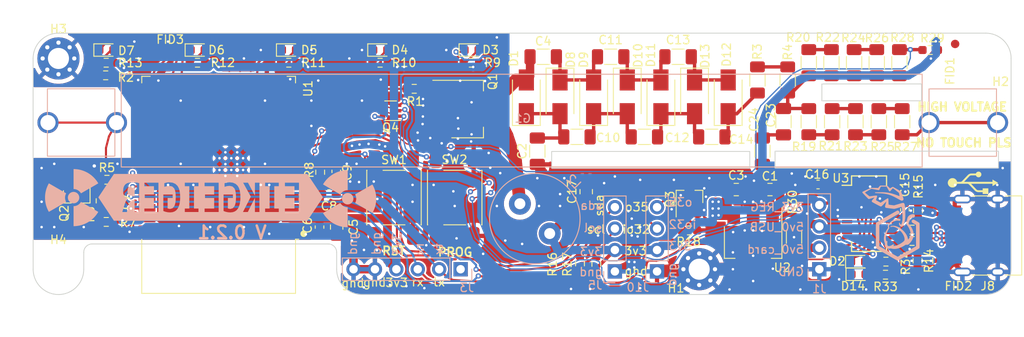
<source format=kicad_pcb>
(kicad_pcb (version 20221018) (generator pcbnew)
  (layers (0 "F.Cu" signal) (31 "B.Cu" signal) (34 "B.Paste" user) (35 "F.Paste" user) (36 "B.SilkS" user "B.Silkscreen") (37 "F.SilkS" user "F.Silkscreen") (38 "B.Mask" user) (39 "F.Mask" user) (44 "Edge.Cuts" user))
  (net 0 "")
  (net 1 "+5V")
  (net 2 "GNDREF")
  (net 3 "Net-(D1-K)")
  (net 4 "+3.3V")
  (net 5 "Net-(C7-Pad1)")
  (net 6 "RST")
  (net 7 "RXD")
  (net 8 "PGM{slash}GPIO0")
  (net 9 "Net-(D8-K)")
  (net 10 "LED1")
  (net 11 "Net-(D10-A)")
  (net 12 "LED2")
  (net 13 "Net-(D10-K)")
  (net 14 "LED3")
  (net 15 "Net-(D11-K)")
  (net 16 "LED4")
  (net 17 "Net-(D12-K)")
  (net 18 "RFB")
  (net 19 "Net-(D2-A)")
  (net 20 "TXD")
  (net 21 "SCL")
  (net 22 "SDA")
  (net 23 "Net-(D3-A)")
  (net 24 "Net-(D4-A)")
  (net 25 "PULSE")
  (net 26 "CLICKER")
  (net 27 "PWM")
  (net 28 "Net-(D5-A)")
  (net 29 "Net-(D6-A)")
  (net 30 "Net-(D7-A)")
  (net 31 "Net-(D14-A)")
  (net 35 "Net-(J10-Pin_4)")
  (net 36 "Net-(Q1-B)")
  (net 37 "Net-(Q2-B)")
  (net 38 "Net-(U1-IO16)")
  (net 43 "GPIO32")
  (net 49 "Net-(C23-Pad1)")
  (net 50 "Net-(R3-Pad1)")
  (net 51 "Net-(R19-Pad1)")
  (net 52 "Net-(R21-Pad2)")
  (net 53 "Net-(R23-Pad1)")
  (net 54 "Net-(R25-Pad2)")
  (net 55 "Net-(R20-Pad2)")
  (net 56 "Net-(R22-Pad1)")
  (net 57 "Net-(R24-Pad2)")
  (net 58 "Net-(R26-Pad1)")
  (net 59 "+5V_USB")
  (net 61 "RTS#")
  (net 62 "DTR#")
  (net 71 "/SWITCH")
  (net 72 "/HV_A")
  (net 74 "3v3fdti")
  (net 79 "/HV_B")
  (net 80 "/CBUS2")
  (net 81 "/CBUS1")
  (net 82 "/HV_C")
  (net 83 "/CC1")
  (net 84 "/DP*")
  (net 85 "/DM*")
  (net 86 "/CC2")
  (net 87 "/DM")
  (net 88 "/DP")
  (footprint "Resistor_SMD:R_0603_1608Metric_Pad0.98x0.95mm_HandSolder" (layer "F.Cu") (at 169.25 101.65)
    (fp_text reference "R32" hide)
    (fp_text value "47R")
  )
  (footprint "LED_SMD:LED_0603_1608Metric" (layer "F.Cu") (at 106.170625 79)
    (fp_text reference "D4")
    (fp_text value "RED_LED")
  )
  (footprint "Diode_SMD:D_SMA" (layer "F.Cu") (at 123.5 84.55 90)
    (fp_text reference "D1")
    (fp_text value "RS1J")
  )
  (footprint "Resistor_SMD:R_1206_3216Metric_Pad1.30x1.75mm_HandSolder" (layer "F.Cu") (at 168.08 87.5 90)
    (fp_text reference "R27")
    (fp_text value "510k")
  )
  (footprint "Resistor_SMD:R_0603_1608Metric_Pad0.98x0.95mm_HandSolder" (layer "F.Cu") (at 110.2 83.6 180)
    (fp_text reference "R1")
    (fp_text value "47R")
  )
  (footprint "LED_SMD:LED_0603_1608Metric" (layer "F.Cu") (at 117 79)
    (fp_text reference "D3")
    (fp_text value "RED_LED")
  )
  (footprint "Capacitor_SMD:C_0805_2012Metric_Pad1.18x1.45mm_HandSolder" (layer "F.Cu") (at 148.4 95.55)
    (fp_text reference "C3")
    (fp_text value "22uF")
  )
  (footprint "Capacitor_SMD:C_0805_2012Metric_Pad1.18x1.45mm_HandSolder" (layer "F.Cu") (at 152.4 95.55 180)
    (fp_text reference "C1")
    (fp_text value "22uF")
  )
  (footprint "Diode_SMD:D_SMA" (layer "F.Cu") (at 143.45 84.55 -90)
    (fp_text reference "D12")
    (fp_text value "RS1J")
  )
  (footprint "Fiducial:Fiducial_1mm_Mask2mm" (layer "F.Cu") (at 171.939842 106.518742)
    (fp_text reference "FID2")
    (fp_text value "Fiducial")
  )
  (footprint "Package_TO_SOT_SMD:SOT-223" (layer "F.Cu") (at 116.5 86)
    (fp_text reference "Q1")
    (fp_text value "STN0214")
  )
  (footprint "Resistor_SMD:R_1206_3216Metric_Pad1.30x1.75mm_HandSolder" (layer "F.Cu") (at 159.6875 80.5 90)
    (fp_text reference "R22")
    (fp_text value "10M")
  )
  (footprint "Resistor_SMD:R_0603_1608Metric_Pad0.98x0.95mm_HandSolder" (layer "F.Cu") (at 73.75 94.3875)
    (fp_text reference "R5")
    (fp_text value "1.5k")
  )
  (footprint "Diode_SMD:D_SMA" (layer "F.Cu") (at 147.44 84.55 90)
    (fp_text reference "D13")
    (fp_text value "RS1J")
  )
  (footprint "Package_SO:SSOP-20_3.9x8.7mm_P0.635mm" (layer "F.Cu") (at 164.147874 98.410184)
    (fp_text reference "U3")
    (fp_text value "FT231XS")
  )
  (footprint "Resistor_SMD:R_0603_1608Metric_Pad0.98x0.95mm_HandSolder" (layer "F.Cu") (at 73 96.8875 90)
    (fp_text reference "R6")
    (fp_text value "100k")
  )
  (footprint "LED_SMD:LED_0603_1608Metric" (layer "F.Cu") (at 73.6825 79)
    (fp_text reference "D7")
    (fp_text value "RED_LED")
  )
  (footprint "MountingHole:MountingHole_2.5mm_Pad_Via" (layer "F.Cu") (at 68 80)
    (fp_text reference "H3")
    (fp_text value "MountingHole_Pad")
  )
  (footprint "Resistor_SMD:R_0603_1608Metric_Pad0.98x0.95mm_HandSolder" (layer "F.Cu") (at 169.95 98.05 -90)
    (fp_text reference "R15")
    (fp_text value "5.1k")
  )
  (footprint "Resistor_SMD:R_1206_3216Metric_Pad1.30x1.75mm_HandSolder" (layer "F.Cu") (at 165.0625 80.5 90)
    (fp_text reference "R26")
    (fp_text value "10M")
  )
  (footprint "Resistor_SMD:R_0603_1608Metric_Pad0.98x0.95mm_HandSolder" (layer "F.Cu") (at 99.044 93.4955 90)
    (fp_text reference "R8")
    (fp_text value "10k")
  )
  (footprint "Capacitor_SMD:C_1206_3216Metric_Pad1.33x1.80mm_HandSolder" (layer "F.Cu") (at 133.5 79.8)
    (fp_text reference "C11")
    (fp_text value "330nF")
  )
  (footprint "Package_TO_SOT_SMD:SOT-223-3_TabPin2" (layer "F.Cu") (at 150.4 101.8 -90)
    (fp_text reference "U2")
    (fp_text value "TC1264-3.3VDBTR")
  )
  (footprint "Resistor_SMD:R_1206_3216Metric_Pad1.30x1.75mm_HandSolder" (layer "F.Cu") (at 162.54 87.5 90)
    (fp_text reference "R23")
    (fp_text value "1M")
  )
  (footprint "Resistor_SMD:R_1206_3216Metric_Pad1.30x1.75mm_HandSolder" (layer "F.Cu") (at 155.25 101.2 -90)
    (fp_text reference "R30")
    (fp_text value "0R")
  )
  (footprint "Resistor_SMD:R_0603_1608Metric_Pad0.98x0.95mm_HandSolder" (layer "F.Cu") (at 129.8625 104.35 90)
    (fp_text reference "R16")
    (fp_text value "10k")
  )
  (footprint "Connector_USB:USB_C_Receptacle_HRO_TYPE-C-31-M-12" (layer "F.Cu") (at 178.356322 101 90)
    (fp_text reference "J8")
    (fp_text value "USB_C_Receptacle_USB2.0")
  )
  (footprint "eikgeiger:SW_TL3301NF160QG_TR" (layer "F.Cu") (at 107.8 96.5 -90)
    (fp_text reference "SW1")
    (fp_text value "TL3301NF160QG/TR")
  )
  (footprint "Resistor_SMD:R_0603_1608Metric_Pad0.98x0.95mm_HandSolder" (layer "F.Cu") (at 84.491875 80.506875 180)
    (fp_text reference "R12")
    (fp_text value "270R")
  )
  (footprint "Resistor_SMD:R_0603_1608Metric_Pad0.98x0.95mm_HandSolder" (layer "F.Cu") (at 73.67 99.3875)
    (fp_text reference "R7")
    (fp_text value "27k")
  )
  (footprint "Resistor_SMD:R_1206_3216Metric_Pad1.30x1.75mm_HandSolder" (layer "F.Cu") (at 165.31 87.5 90)
    (fp_text reference "R25")
    (fp_text value "1M")
  )
  (footprint "Capacitor_SMD:C_1206_3216Metric_Pad1.33x1.80mm_HandSolder" (layer "F.Cu") (at 145.5 89.3)
    (fp_text reference "C14")
    (fp_text value "330nF")
  )
  (footprint "Resistor_SMD:R_0603_1608Metric_Pad0.98x0.95mm_HandSolder" (layer "F.Cu") (at 166.15 104.1 180)
    (fp_text reference "R34")
    (fp_text value "270R")
  )
  (footprint "Package_TO_SOT_SMD:SOT-23_Handsoldering" (layer "F.Cu") (at 142.85 96.4 90)
    (fp_text reference "Q3")
    (fp_text value "DMG2302UK-7")
  )
  (footprint "Capacitor_SMD:C_1206_3216Metric_Pad1.33x1.80mm_HandSolder" (layer "F.Cu") (at 125.5 79.8)
    (fp_text reference "C4")
    (fp_text value "330nF")
  )
  (footprint "Resistor_SMD:R_1206_3216Metric_Pad1.30x1.75mm_HandSolder" (layer "F.Cu") (at 167.75 80.5 90)
    (fp_text reference "R28")
    (fp_text value "10M")
  )
  (footprint "Resistor_SMD:R_0603_1608Metric_Pad0.98x0.95mm_HandSolder" (layer "F.Cu") (at 131.8 104.4 90)
    (fp_text reference "R17")
    (fp_text value "10k")
  )
  (footprint "Capacitor_SMD:C_0603_1608Metric_Pad1.08x0.95mm_HandSolder" (layer "F.Cu") (at 100.949 93.392 90)
    (fp_text reference "C9")
    (fp_text value "0.1uF")
  )
  (footprint "eikgeiger:SW_TL3301NF160QG_TR" (layer "F.Cu") (at 115 96.5 -90)
    (fp_text reference "SW2")
    (fp_text value "TL3301NF160QG/TR")
  )
  (footprint "Fiducial:Fiducial_1mm_Mask2mm" (layer "F.Cu") (at 174.358323 78.27995)
    (fp_text reference "FID1")
    (fp_text value "Fiducial")
  )
  (footprint "Capacitor_SMD:C_1206_3216Metric_Pad1.33x1.80mm_HandSolder" (layer "F.Cu") (at 151.5 91 90)
    (fp_text reference "C24")
    (fp_text value "330nF")
  )
  (footprint "Resistor_SMD:R_1206_3216Metric_Pad1.30x1.75mm_HandSolder" (layer "F.Cu") (at 157 80.5 90)
    (fp_text reference "R20")
    (fp_text value "10M")
  )
  (footprint "Capacitor_SMD:C_1206_3216Metric_Pad1.33x1.80mm_HandSolder" (layer "F.Cu") (at 154 87.5 90)
    (fp_text reference "C23")
    (fp_text value "330nF")
  )
  (footprint "Diode_SMD:D_SMA" (layer "F.Cu") (at 135.47 84.55 -90)
    (fp_text reference "D10")
    (fp_text value "RS1J")
  )
  (footprint "Resistor_SMD:R_1206_3216Metric_Pad1.30x1.75mm_HandSolder" (layer "F.Cu") (at 162.375 80.5 90)
    (fp_text reference "R24")
    (fp_text value "10M")
  )
  (footprint "Resistor_SMD:R_0603_1608Metric_Pad0.98x0.95mm_HandSolder" (layer "F.Cu") (at 171.4 79)
    (fp_text reference "R29")
    (fp_text value "100k")
  )
  (footprint "Capacitor_SMD:C_1206_3216Metric_Pad1.33x1.80mm_HandSolder" (layer "F.Cu") (at 129.5 89.3)
    (fp_text reference "C10")
    (fp_text value "330nF")
  )
  (footprint "Diode_SMD:D_SMA" (layer "F.Cu") (at 131.48 84.55 90)
    (fp_text reference "D9")
    (fp_text value "RS1J")
  )
  (footprint "Resistor_SMD:R_1206_3216Metric_Pad1.30x1.75mm_HandSolder" (layer "F.Cu") (at 159.77 87.5 90)
    (fp_text reference "R21")
    (fp_text value "1M")
  )
  (footprint "Package_TO_SOT_SMD:SOT-23_Handsoldering" (layer "F.Cu") (at 70.17 96.3875 -90)
    (fp_text reference "Q2")
    (fp_text value "PMBT2222A,215")
  )
  (footprint "Package_TO_SOT_SMD:SOT-363_SC-70-6" (layer "F.Cu") (at 107.4 86.2 180)
    (fp_text reference "Q4")
    (fp_text value "UMH3N")
  )
  (footprint "Resistor_SMD:R_0603_1608Metric_Pad0.98x0.95mm_HandSolder" (layer "F.Cu") (at 169.9 104 90)
    (fp_text reference "R14")
    (fp_text value "5.1k")
  )
  (footprint "Resistor_SMD:R_0603_1608Metric_Pad0.98x0.95mm_HandSolder" (layer "F.Cu") (at 116.98 80.506875 180)
    (fp_text reference "R9")
    (fp_text value "270R")
  )
  (footprint "Capacitor_SMD:C_0805_2012Metric_Pad1.18x1.45mm_HandSolder" (layer "F.Cu") (at 101 100 -90)
    (fp_text reference "C5")
    (fp_text value "22uF")
  )
  (footprint "Capacitor_SMD:C_0603_1608Metric_Pad1.08x0.95mm_HandSolder" (layer "F.Cu") (at 98.968 100 -90)
    (fp_text reference "C6")
    (fp_text value "0.1uF")
  )
  (footprint "Resistor_SMD:R_0603_1608Metric_Pad0.98x0.95mm_HandSolder" (layer "F.Cu") (at 73.6 82)
    (fp_text reference "R2")
    (fp_text value "10k")
  )
  (footprint "Resistor_SMD:R_0603_1608Metric_Pad0.98x0.95mm_HandSolder" (layer "F.Cu") (at 106.150625 80.506875 180)
    (fp_text reference "R10")
    (fp_text value "270R")
  )
  (footprint "Resistor_SMD:R_1206_3216Metric_Pad1.30x1.75mm_HandSolder" (layer "F.Cu") (at 157 87.5 90)
    (fp_text reference "R19")
    (fp_text value "1M")
  )
  (footprint "Capacitor_SMD:C_0603_1608Metric_Pad1.08x0.95mm_HandSolder" (layer "F.Cu") (at 158.1 94.95 180)
    (fp_text reference "C16")
    (fp_text value "0.1uF")
  )
  (footprint "MountingHole:MountingHole_2.5mm" (layer "F.Cu") (at 68 105)
    (fp_text reference "H4")
    (fp_text value "MountingHole_Pad")
  )
  (footprint "LED_SMD:LED_0603_1608Metric" (layer "F.Cu") (at 95.34125 79)
    (fp_text reference "D5")
    (fp_text value "RED_LED")
  )
  (footprint "Capacitor_SMD:C_0603_1608Metric_Pad1.08x0.95mm_HandSolder" (layer "F.Cu") (at 74.5 96.8875 -90)
    (fp_text reference "C7")
    (fp_text value "330pF")
  )
  (footprint "MountingHole:MountingHole_2.5mm_Pad_Via" (layer "F.Cu") (at 144 105 90)
    (fp_text reference "H1")
    (fp_text value "MountingHole_Pad")
  )
  (footprint "Fiducial:Fiducial_1mm_Mask2mm" (layer "F.Cu") (at 79 79)
    (fp_text reference "FID3")
    (fp_text value "Fiducial")
  )
  (footprint "Resistor_SMD:R_0603_1608Metric_Pad0.98x0.95mm_HandSolder" (layer "F.Cu") (at 169.25 100.3)
    (fp_text reference "R31" hide)
    (fp_text value "47R")
  )
  (footprint "Capacitor_SMD:C_1206_3216Metric_Pad1.33x1.80mm_HandSolder" (layer "F.Cu") (at 141.5 79.8)
    (fp_text reference "C13")
    (fp_text value "330nF")
  )
  (footprint "MountingHole:MountingHole_2.5mm" (layer "F.Cu") (at 178 80 90)
    (fp_text reference "H2")
    (fp_text value "MountingHole_Pad")
  )
  (footprint "Resistor_SMD:R_1206_3216Metric_Pad1.30x1.75mm_HandSolder" (layer "F.Cu") (at 150.91248 82.55 -90)
    (fp_text reference "R3")
    (fp_text value "510k")
  )
  (footprint "Resistor_SMD:R_1206_3216Metric_Pad1.30x1.75mm_HandSolder" (layer "F.Cu") (at 154.5 82.55 -90)
    (fp_text reference "R4")
    (fp_text value "510k")
  )
  (footprint "LED_SMD:LED_0603_1608Metric" (layer "F.Cu") (at 84.511875 79)
    (fp_text reference "D6")
    (fp_text value "RED_LED")
  )
  (footprint "Capacitor_SMD:C_0603_1608Metric_Pad1.08x0.95mm_HandSolder" (layer "F.Cu") (at 168.4 97.95 -90)
    (fp_text reference "C15")
    (fp_text value "0.1uF")
  )
  (footprint "Capacitor_SMD:C_1206_3216Metric_Pad1.33x1.80mm_HandSolder" (layer "F.Cu") (at 124.8 91 90)
    (fp_text reference "C2")
    (fp_text value "330nF")
  )
  (footprint "Diode_SMD:D_SMA" (layer "F.Cu") (at 127.49 84.55 -90)
    (fp_text reference "D8")
    (fp_text value "RS1J")
  )
  (footprint "LED_SMD:LED_0603_1608Metric" (layer "F.Cu") (at 162.85 104.1)
    (fp_text reference "D2")
    (fp_text value "RED_LED")
  )
  (footprint "Resistor_SMD:R_0603_1608Metric_Pad0.98x0.95mm_HandSolder" (layer "F.Cu") (at 95.32125 80.506875 180)
    (fp_text reference "R11")
    (fp_text value "270R")
  )
  (footprint "Diode_SMD:D_SMA" (layer "F.Cu") (at 139.46 84.55 90)
    (fp_text reference "D11")
    (fp_text value "RS1J")
  )
  (footprint "Resistor_SMD:R_0603_1608Metric_Pad0.98x0.95mm_HandSolder" (layer "F.Cu") (at 166.1 105.65 180)
    (fp_text reference "R33")
    (fp_text value "270R")
  )
  (footprint "Resistor_SMD:R_0603_1608Metric_Pad0.98x0.95mm_HandSolder" (layer "F.Cu") (at 142.85 100.4 180)
    (fp_text reference "R18")
    (fp_text value "10k")
  )
  (footprint "Capacitor_SMD:C_0603_1608Metric_Pad1.08x0.95mm_HandSolder" (layer "F.Cu") (at 100.0865 96.0855 180)
    (fp_text reference "C8")
    (fp_text value "0.1uF")
  )
  (footprint "Capacitor_SMD:C_1206_3216Metric_Pad1.33x1.80mm_HandSolder" (layer "F.Cu") (at 137.5 89.3)
    (fp_text reference "C12")
    (fp_text value "330nF")
  )
  (footprint "LED_SMD:LED_0603_1608Metric" (layer "F.Cu") (at 162.9 105.6)
    (fp_text reference "D14")
    (fp_text value "RED_LED")
  )
  (footprint "Resistor_SMD:R_0603_1608Metric_Pad0.98x0.95mm_HandSolder" (layer "F.Cu") (at 73.6625 80.506875 180)
    (fp_text reference "R13")
    (fp_text value "270R")
  )
  (footprint "eikgeiger:ESP32-WROOM-32" (layer "F.Cu") (at 87 92 180)
    (fp_text reference "U1")
    (fp_text value "ESP32-WROOM-32E")
  )
  (footprint "Capacitor_SMD:C_0805_2012Metric_Pad1.18x1.45mm_HandSolder" (layer "F.Cu") (at 130.6 95.8 90)
    (fp_text reference "C17")
    (fp_text value "22uF")
  )
  (footprint "Connector_PinHeader_2.54mm:PinHeader_1x04_P2.54mm_Vertical" (layer "B.Cu") (at 134 105.26)
    (fp_text reference "J5")
    (fp_text value "Conn_01x04")
  )
  (footprint "kibuzzard-637F3F6B" (layer "B.Cu") (at 86.05 96.475 180)
    (fp_text reference "kibuzzard-637F3F6B" hide)
    (fp_text value "G***" hide)
  )
  (footprint "Connector_PinHeader_2.54mm:PinHeader_1x06_P2.54mm_Vertical" (layer "B.Cu") (at 115.7 105 90)
    (fp_text reference "J3")
    (fp_text value "Conn_01x06")
  )
  (footprint "LOGO" (layer "B.Cu") (at 166.456493 99.477484 180)
    (fp_text reference "G***" hide)
    (fp_text value "LOGO" hide)
  )
  (footprint "Connector_PinHeader_2.54mm:PinHeader_1x04_P2.54mm_Vertical" (layer "B.Cu") (at 158.25 105)
    (fp_text reference "J1")
    (fp_text value "Conn_01x04")
  )
  (footprint "eikgeiger:SBM-20" (layer "B.Cu") (at 123.076091 87.60719 180)
    (fp_text reference "G1")
    (fp_text value "GM_tube_HOLDERS")
  )
  (footprint "Connector_PinHeader_2.54mm:PinHeader_1x04_P2.54mm_Vertical" (layer "B.Cu") (at 139 105.26)
    (fp_text reference "J10")
    (fp_text value "Conn_01x04")
  )
  (footprint "Inductor_THT:L_Radial_D10.5mm_P5.00mm_Abacron_AISR-01" (layer "B.Cu") (at 126.267767 100.767767 135)
    (fp_text reference "L2")
    (fp_text value "22mH")
  )
  (gr_poly (pts (xy 103.222476 97.163621) (xy 104.246413 97.7547) (xy 105.234896 98.325142) (xy 105.243893 98.3135) (xy 105.252649 98.299613) (xy 105.266812 98.274532) (xy 105.305408 98.202177) (xy 105.347775 98.119205) (xy 105.366651 98.080854) (xy 105.382005 98.048388) (xy 105.440388 97.914647) (xy 105.46725 97.847407) (xy 105.492576 97.779852) (xy 105.51638 97.711932) (xy 105.538675 97.643594) (xy 105.559473 97.574788) (xy 105.578789 97.505463) (xy 105.596635 97.435567) (xy 105.613025 97.36505) (xy 105.627971 97.293859) (xy 105.641487 97.221945) (xy 105.664281 97.07574) (xy 105.681513 96.926025) (xy 105.685855 96.867874) (xy 105.688963 96.797066) (xy 105.690843 96.717861) (xy 105.691501 96.634521) (xy 105.690944 96.551304) (xy 105.689178 96.472472) (xy 105.686208 96.402284) (xy 105.682042 96.345) (xy 105.673748 96.268409) (xy 105.664129 96.192969) (xy 105.653165 96.118604) (xy 105.640833 96.045236) (xy 105.627113 95.972789) (xy 105.611982 95.901186) (xy 105.595418 95.83035) (xy 105.5774 95.760205) (xy 105.557906 95.690674) (xy 105.536915 95.62168) (xy 105.514404 95.553147) (xy 105.490352 95.484997) (xy 105.464738 95.417154) (xy 105.437539 95.349542) (xy 105.408734 95.282083) (xy 105.378301 95.2147) (xy 105.36091 95.178313) (xy 105.34097 95.137913) (xy 105.319802 95.096038) (xy 105.298728 95.055223) (xy 105.279067 95.018004) (xy 105.262141 94.986919) (xy 105.24927 94.964503) (xy 105.244768 94.957338) (xy 105.241776 94.953292) (xy 105.239065 94.95085) (xy 105.22247 94.957467) (xy 105.063513 95.04583) (xy 103.653747 95.858696) (xy 103.18808 96.127513) (xy 103.218242 96.188896) (xy 103.233178 96.220615) (xy 103.247021 96.253013) (xy 103.259755 96.286015) (xy 103.271366 96.319542) (xy 103.281838 96.35352) (xy 103.291159 96.38787) (xy 103.299312 96.422516) (xy 103.306282 96.457382) (xy 103.312056 96.49239) (xy 103.316619 96.527465) (xy 103.319955 96.562528) (xy 103.32205 96.597504) (xy 103.32289 96.632315) (xy 103.322458 96.666885) (xy 103.320742 96.701138) (xy 103.317726 96.734996) (xy 103.31501 96.757928) (xy 103.311824 96.780686) (xy 103.308167 96.803271) (xy 103.304042 96.825682) (xy 103.299449 96.847919) (xy 103.294388 96.869983) (xy 103.28886 96.891873) (xy 103.282867 96.91359) (xy 103.276409 96.935133) (xy 103.269486 96.956502) (xy 103.2621 96.977698) (xy 103.254251 96.99872) (xy 103.24594 97.019568) (xy 103.237167 97.040243) (xy 103.227935 97.060744) (xy 103.218242 97.081071) (xy 103.187551 97.143513)) (stroke (width 0.003)) (fill solid) (layer "B.SilkS"))
  (gr_poly (pts (xy 71.958729 97.756463) (xy 70.699445 97.028859) (xy 70.672457 97.013513) (xy 70.639649 97.063255) (xy 70.607085 97.109915) (xy 70.572165 97.154406) (xy 70.534989 97.196668) (xy 70.495658 97.23664) (xy 70.454271 97.274261) (xy 70.410928 97.309472) (xy 70.36573 97.342212) (xy 70.318776 97.372421) (xy 70.270166 97.400037) (xy 70.22 97.425) (xy 70.168379 97.447251) (xy 70.115402 97.466728) (xy 70.061169 97.483371) (xy 70.005781 97.49712) (xy 69.949337 97.507914) (xy 69.891937 97.515692) (xy 69.869918 97.517941) (xy 69.848347 97.519793) (xy 69.838488 97.520509) (xy 69.829652 97.52105) (xy 69.822144 97.521393) (xy 69.816266 97.521513) (xy 69.792453 97.521513) (xy 69.792453 99.893768) (xy 69.898287 99.890063) (xy 70.030448 99.883025) (xy 70.161553 99.871061) (xy 70.291502 99.854207) (xy 70.420194 99.8325) (xy 70.547527 99.805974) (xy 70.673402 99.774666) (xy 70.797717 99.73861) (xy 70.920372 99.697844) (xy 71.041266 99.652401) (xy 71.160298 99.602319) (xy 71.277367 99.547632) (xy 71.392372 99.488376) (xy 71.505214 99.424588) (xy 71.61579 99.356302) (xy 71.724001 99.283554) (xy 71.829745 99.20638) (xy 71.892441 99.157692) (xy 71.953735 99.107861) (xy 72.013641 99.056872) (xy 72.07217 99.00471) (xy 72.129334 98.95136) (xy 72.185147 98.896808) (xy 72.23962 98.841039) (xy 72.292766 98.784039) (xy 72.344597 98.725792) (xy 72.395127 98.666284) (xy 72.444366 98.6055) (xy 72.492328 98.543425) (xy 72.539025 98.480045) (xy 72.584469 98.415345) (xy 72.628673 98.34931) (xy 72.671649 98.281926) (xy 72.680919 98.266703) (xy 72.68955 98.252218) (xy 72.69735 98.238812) (xy 72.704127 98.226826) (xy 72.709688 98.216602) (xy 72.713842 98.208479) (xy 72.715331 98.205313) (xy 72.716396 98.2028) (xy 72.717013 98.200983) (xy 72.717146 98.200349) (xy 72.717158 98.199905)) (stroke (width 0.003)) (fill solid) (layer "B.SilkS"))
  (gr_poly (pts (xy 70.466891 96.46243) (xy 70.462511 96.417754) (xy 70.455204 96.373605) (xy 70.445032 96.330134) (xy 70.432057 96.28749) (xy 70.416341 96.245825) (xy 70.397946 96.205288) (xy 70.376935 96.16603) (xy 70.353368 96.128202) (xy 70.327309 96.091953) (xy 70.298818 96.057434) (xy 70.267959 96.024796) (xy 70.234793 95.994189) (xy 70.217365 95.979694) (xy 70.199383 95.965763) (xy 70.173193 95.94711) (xy 70.146447 95.929841) (xy 70.119187 95.913955) (xy 70.09146 95.899447) (xy 70.063308 95.886314) (xy 70.034776 95.874552) (xy 70.00591 95.864157) (xy 69.976752 95.855126) (xy 69.947348 95.847456) (xy 69.917742 95.841142) (xy 69.887978 95.836182) (xy 69.858101 95.832572) (xy 69.828155 95.830307) (xy 69.798184 95.829385) (xy 69.768233 95.829802) (xy 69.738346 95.831554) (xy 69.708568 95.834637) (xy 69.678942 95.839049) (xy 69.649514 95.844785) (xy 69.620327 95.851843) (xy 69.591427 95.860217) (xy 69.562857 95.869906) (xy 69.534661 95.880905) (xy 69.506885 95.89321) (xy 69.479573 95.906818) (xy 69.452768 95.921726) (xy 69.426515 95.937929) (xy 69.40086 95.955425) (xy 69.375845 95.97421) (xy 69.351516 95.994279) (xy 69.327916 96.01563) (xy 69.305091 96.038259) (xy 69.280378 96.065399) (xy 69.257262 96.093771) (xy 69.235775 96.123283) (xy 69.215951 96.153841) (xy 69.197823 96.18535) (xy 69.181424 96.217718) (xy 69.166788 96.25085) (xy 69.153948 96.284652) (xy 69.142937 96.319032) (xy 69.133789 96.353894) (xy 69.126537 96.389145) (xy 69.121214 96.424691) (xy 69.117854 96.460439) (xy 69.11649 96.496295) (xy 69.117155 96.532165) (xy 69.119883 96.567955) (xy 69.123605 96.598455) (xy 69.128426 96.628255) (xy 69.134354 96.657373) (xy 69.141397 96.685827) (xy 69.149562 96.713636) (xy 69.158857 96.740819) (xy 69.16929 96.767394) (xy 69.180869 96.79338) (xy 69.193601 96.818795) (xy 69.207495 96.843659) (xy 69.222557 96.867989) (xy 69.238796 96.891805) (xy 69.25622 96.915124) (xy 69.274835 96.937966) (xy 69.294651 96.96035) (xy 69.315674 96.982292) (xy 69.337617 97.003316) (xy 69.360001 97.023131) (xy 69.382846 97.041747) (xy 69.40617 97.05917) (xy 69.429993 97.075409) (xy 69.454335 97.090472) (xy 69.479215 97.104365) (xy 69.504653 97.117098) (xy 69.530667 97.128676) (xy 69.557277 97.13911) (xy 69.584503 97.148405) (xy 69.612363 97.15657) (xy 69.640878 97.163613) (xy 69.670066 97.169541) (xy 69.699947 97.174362) (xy 69.730541 97.178084) (xy 69.763598 97.180693) (xy 69.796459 97.181599) (xy 69.82908 97.180839) (xy 69.861412 97.178449) (xy 69.893411 97.174466) (xy 69.925029 97.168925) (xy 69.95622 97.161865) (xy 69.986939 97.153321) (xy 70.017138 97.143329) (xy 70.046771 97.131927) (xy 70.075792 97.119151) (xy 70.104155 97.105037) (xy 70.131814 97.089623) (xy 70.158721 97.072943) (xy 70.184832 97.055036) (xy 70.210098 97.035937) (xy 70.234475 97.015683) (xy 70.257916 96.99431) (xy 70.280374 96.971856) (xy 70.301803 96.948357) (xy 70.322158 96.923848) (xy 70.34139 96.898367) (xy 70.359455 96.871951) (xy 70.376306 96.844635) (xy 70.391897 96.816456) (xy 70.406181 96.787451) (xy 70.419111 96.757657) (xy 70.430643 96.727109) (xy 70.440729 96.695845) (xy 70.449323 96.6639) (xy 70.456378 96.631312) (xy 70.461849 96.598117) (xy 70.464629 96.57544) (xy 70.466622 96.552762) (xy 70.468282 96.507483)) (stroke (width 0.003)) (fill solid) (layer "B.SilkS"))
  (gr_poly (pts (xy 99.381918 98.332899) (xy 99.383852 98.337232) (xy 99.391218 98.350988) (xy 99.402714 98.370673) (xy 99.417701 98.395256) (xy 99.455595 98.455003) (xy 99.499788 98.521992) (xy 99.580297 98.636301) (xy 99.664974 98.746798) (xy 99.7537 98.853389) (xy 99.846351 98.955983) (xy 99.942807 99.054487) (xy 100.042946 99.148809) (xy 100.146646 99.238858) (xy 100.253785 99.324539) (xy 100.364241 99.405762) (xy 100.477894 99.482435) (xy 100.594621 99.554464) (xy 100.7143 99.621757) (xy 100.836811 99.684224) (xy 100.96203 99.74177) (xy 101.089837 99.794304) (xy 101.220109 99.841734) (xy 101.338341 99.879739) (xy 101.457738 99.913204) (xy 101.578376 99.942156) (xy 101.700328 99.966617) (xy 101.823669 99.986614) (xy 101.948474 100.00217) (xy 102.074817 100.013312) (xy 102.202772 100.020062) (xy 102.307547 100.023767) (xy 102.307547 97.651513) (xy 102.283734 97.651513) (xy 102.267604 97.651058) (xy 102.247957 97.64976) (xy 102.225645 97.647718) (xy 102.201515 97.64503) (xy 102.176418 97.641798) (xy 102.151203 97.638118) (xy 102.126719 97.634092) (xy 102.103817 97.629817) (xy 102.055174 97.618704) (xy 102.00714 97.605055) (xy 101.959818 97.588939) (xy 101.913309 97.570426) (xy 101.867715 97.549585) (xy 101.823137 97.526484) (xy 101.779677 97.501192) (xy 101.737436 97.473779) (xy 101.696516 97.444313) (xy 101.657018 97.412864) (xy 101.619044 97.3795) (xy 101.582696 97.34429) (xy 101.548075 97.307304) (xy 101.515282 97.26861) (xy 101.484419 97.228278) (xy 101.455588 97.186375) (xy 101.449928 97.177896) (xy 101.444534 97.170037) (xy 101.439524 97.162972) (xy 101.4372 97.159791) (xy 101.435017 97.156874) (xy 101.432989 97.154242) (xy 101.43113 97.151917) (xy 101.429456 97.149921) (xy 101.427981 97.148275) (xy 101.42672 97.147001) (xy 101.426174 97.146511) (xy 101.425687 97.146121) (xy 101.425261 97.145836) (xy 101.424898 97.145657) (xy 101.4246 97.145587) (xy 101.424367 97.145629) (xy 99.615146 98.189675) (xy 99.524353 98.242699) (xy 99.449981 98.286843) (xy 99.421355 98.304175) (xy 99.399718 98.317593) (xy 99.386031 98.326534) (xy 99.382469 98.329149) (xy 99.381255 98.330433)) (stroke (width 0.003)) (fill solid) (layer "B.SilkS"))
  (gr_poly (pts (xy 72.718082 94.808127) (xy 72.716148 94.803794) (xy 72.708782 94.790038) (xy 72.697286 94.770353) (xy 72.682299 94.74577) (xy 72.644405 94.686023) (xy 72.600212 94.619034) (xy 72.519703 94.504725) (xy 72.435026 94.394228) (xy 72.3463 94.287637) (xy 72.253649 94.185043) (xy 72.157193 94.086539) (xy 72.057054 93.992217) (xy 71.953354 93.902168) (xy 71.846215 93.816487) (xy 71.735759 93.735264) (xy 71.622106 93.658591) (xy 71.505379 93.586562) (xy 71.3857 93.519269) (xy 71.263189 93.456802) (xy 71.13797 93.399256) (xy 71.010163 93.346722) (xy 70.879891 93.299292) (xy 70.761659 93.261287) (xy 70.642262 93.227822) (xy 70.521624 93.19887) (xy 70.399672 93.174409) (xy 70.276331 93.154412) (xy 70.151526 93.138856) (xy 70.025183 93.127714) (xy 69.897228 93.120964) (xy 69.792453 93.117259) (xy 69.792453 95.489513) (xy 69.816266 95.489513) (xy 69.832396 95.489968) (xy 69.852043 95.491266) (xy 69.874355 95.493308) (xy 69.898485 95.495996) (xy 69.923582 95.499228) (xy 69.948797 95.502908) (xy 69.973281 95.506934) (xy 69.996183 95.511209) (xy 70.044826 95.522322) (xy 70.09286 95.535971) (xy 70.140182 95.552087) (xy 70.186691 95.5706) (xy 70.232285 95.591441) (xy 70.276863 95.614542) (xy 70.320323 95.639834) (xy 70.362564 95.667247) (xy 70.403484 95.696713) (xy 70.442982 95.728162) (xy 70.480956 95.761526) (xy 70.517304 95.796736) (xy 70.551925 95.833722) (xy 70.584718 95.872416) (xy 70.615581 95.912748) (xy 70.644412 95.954651) (xy 70.650072 95.96313) (xy 70.655466 95.970989) (xy 70.660476 95.978054) (xy 70.6628 95.981235) (xy 70.664983 95.984152) (xy 70.667011 95.986784) (xy 70.66887 95.989109) (xy 70.670544 95.991105) (xy 70.672019 95.992751) (xy 70.67328 95.994025) (xy 70.673826 95.994515) (xy 70.674313 95.994905) (xy 70.674739 95.99519) (xy 70.675102 95.995369) (xy 70.6754 95.995439) (xy 70.675633 95.995397) (xy 72.484854 94.951351) (xy 72.575647 94.898327) (xy 72.650019 94.854183) (xy 72.678645 94.836851) (xy 72.700282 94.823433) (xy 72.713969 94.814492) (xy 72.717531 94.811877) (xy 72.718745 94.810593)) (stroke (width 0.003)) (fill solid) (layer "B.SilkS"))
  (gr_poly (pts (xy 100.141271 95.384563) (xy 101.400555 96.112167) (xy 101.427543 96.127513) (xy 101.460351 96.077771) (xy 101.492915 96.031111) (xy 101.527835 95.98662) (xy 101.565011 95.944358) (xy 101.604342 95.904386) (xy 101.645729 95.866765) (xy 101.689072 95.831554) (xy 101.73427 95.798814) (xy 101.781224 95.768605) (xy 101.829834 95.740989) (xy 101.88 95.716026) (xy 101.931621 95.693775) (xy 101.984598 95.674298) (xy 102.038831 95.657655) (xy 102.094219 95.643906) (xy 102.150663 95.633112) (xy 102.208063 95.625334) (xy 102.230082 95.623085) (xy 102.251653 95.621233) (xy 102.261512 95.620517) (xy 102.270348 95.619976) (xy 102.277856 95.619633) (xy 102.283734 95.619513) (xy 102.307547 95.619513) (xy 102.307547 93.247258) (xy 102.201713 93.250963) (xy 102.069552 93.258001) (xy 101.938447 93.269965) (xy 101.808498 93.286819) (xy 101.679806 93.308526) (xy 101.552473 93.335052) (xy 101.426598 93.36636) (xy 101.302283 93.402416) (xy 101.179628 93.443182) (xy 101.058734 93.488625) (xy 100.939702 93.538707) (xy 100.822633 93.593394) (xy 100.707628 93.65265) (xy 100.594786 93.716438) (xy 100.48421 93.784724) (xy 100.375999 93.857472) (xy 100.270255 93.934646) (xy 100.207559 93.983334) (xy 100.146265 94.033165) (xy 100.086359 94.084154) (xy 100.02783 94.136316) (xy 99.970666 94.189666) (xy 99.914853 94.244218) (xy 99.86038 94.299987) (xy 99.807234 94.356987) (xy 99.755403 94.415234) (xy 99.704873 94.474742) (xy 99.655634 94.535526) (xy 99.607672 94.597601) (xy 99.560975 94.660981) (xy 99.515531 94.725681) (xy 99.471327 94.791716) (xy 99.428351 94.8591) (xy 99.419081 94.874323) (xy 99.41045 94.888808) (xy 99.40265 94.902214) (xy 99.395873 94.9142) (xy 99.390312 94.924424) (xy 99.386158 94.932547) (xy 99.384669 94.935713) (xy 99.383604 94.938226) (xy 99.382987 94.940043) (xy 99.382854 94.940677) (xy 99.382842 94.941121)) (stroke (width 0.003)) (fill solid) (layer "B.SilkS"))
  (gr_poly (pts (xy 68.877524 95.977405) (xy 67.853587 95.386326) (xy 66.865104 94.815884) (xy 66.856107 94.827526) (xy 66.847351 94.841413) (xy 66.833188 94.866494) (xy 66.794592 94.938849) (xy 66.752225 95.021821) (xy 66.733349 95.060172) (xy 66.717995 95.092638) (xy 66.659612 95.226379) (xy 66.63275 95.293619) (xy 66.607424 95.361174) (xy 66.58362 95.429094) (xy 66.561325 95.497432) (xy 66.540527 95.566238) (xy 66.521211 95.635563) (xy 66.503365 95.705459) (xy 66.486975 95.775976) (xy 66.472029 95.847167) (xy 66.458513 95.919081) (xy 66.435719 96.065286) (xy 66.418487 96.215001) (xy 66.414145 96.273152) (xy 66.411037 96.34396) (xy 66.409157 96.423165) (xy 66.408499 96.506505) (xy 66.409056 96.589722) (xy 66.410822 96.668554) (xy 66.413792 96.738742) (xy 66.417958 96.796026) (xy 66.426252 96.872617) (xy 66.435871 96.948057) (xy 66.446835 97.022422) (xy 66.459167 97.09579) (xy 66.472887 97.168237) (xy 66.488018 97.23984) (xy 66.504582 97.310676) (xy 66.5226 97.380821) (xy 66.542094 97.450352) (xy 66.563085 97.519346) (xy 66.585596 97.587879) (xy 66.609648 97.656029) (xy 66.635262 97.723872) (xy 66.662461 97.791484) (xy 66.691266 97.858943) (xy 66.721699 97.926326) (xy 66.73909 97.962713) (xy 66.75903 98.003113) (xy 66.780198 98.044988) (xy 66.801272 98.085803) (xy 66.820933 98.123022) (xy 66.837859 98.154107) (xy 66.85073 98.176523) (xy 66.855232 98.183688) (xy 66.858224 98.187734) (xy 66.860935 98.190176) (xy 66.87753 98.183559) (xy 67.036487 98.095196) (xy 68.446253 97.28233) (xy 68.91192 97.013513) (xy 68.881758 96.95213) (xy 68.866822 96.920411) (xy 68.852979 96.888013) (xy 68.840245 96.855011) (xy 68.828634 96.821484) (xy 68.818162 96.787506) (xy 68.808841 96.753156) (xy 68.800688 96.71851) (xy 68.793718 96.683644) (xy 68.787944 96.648636) (xy 68.783381 96.613561) (xy 68.780045 96.578498) (xy 68.77795 96.543522) (xy 68.77711 96.508711) (xy 68.777542 96.474141) (xy 68.779258 96.439888) (xy 68.782274 96.40603) (xy 68.78499 96.383098) (xy 68.788176 96.36034) (xy 68.791833 96.337755) (xy 68.795958 96.315344) (xy 68.800551 96.293107) (xy 68.805612 96.271043) (xy 68.81114 96.249153) (xy 68.817133 96.227436) (xy 68.823591 96.205893) (xy 68.830514 96.184524) (xy 68.8379 96.163328) (xy 68.845749 96.142306) (xy 68.85406 96.121458) (xy 68.862833 96.100783) (xy 68.872065 96.080282) (xy 68.881758 96.059955) (xy 68.912449 95.997513)) (stroke (width 0.003)) (fill solid) (layer "B.SilkS"))
  (gr_poly (pts (xy 101.633109 96.678596) (xy 101.637489 96.723272) (xy 101.644796 96.767421) (xy 101.654968 96.810892) (xy 101.667943 96.853536) (xy 101.683659 96.895201) (xy 101.702054 96.935738) (xy 101.723065 96.974996) (xy 101.746632 97.012824) (xy 101.772691 97.049073) (xy 101.801182 97.083592) (xy 101.832041 97.11623) (xy 101.865207 97.146837) (xy 101.882635 97.161332) (xy 101.900617 97.175263) (xy 101.926807 97.193916) (xy 101.953553 97.211185) (xy 101.980813 97.227071) (xy 102.00854 97.241579) (xy 102.036692 97.254712) (xy 102.065224 97.266474) (xy 102.09409 97.276869) (xy 102.123248 97.2859) (xy 102.152652 97.29357) (xy 102.182258 97.299884) (xy 102.212022 97.304844) (xy 102.241899 97.308454) (xy 102.271845 97.310719) (xy 102.301816 97.311641) (xy 102.331767 97.311224) (xy 102.361654 97.309472) (xy 102.391432 97.306389) (xy 102.421058 97.301977) (xy 102.450486 97.296241) (xy 102.479673 97.289183) (xy 102.508573 97.280809) (xy 102.537143 97.27112) (xy 102.565339 97.260121) (xy 102.593115 97.247816) (xy 102.620427 97.234208) (xy 102.647232 97.2193) (xy 102.673485 97.203097) (xy 102.69914 97.185601) (xy 102.724155 97.166816) (xy 102.748484 97.146747) (xy 102.772084 97.125396) (xy 102.794909 97.102767) (xy 102.819622 97.075627) (xy 102.842738 97.047255) (xy 102.864225 97.017743) (xy 102.884049 96.987185) (xy 102.902177 96.955676) (xy 102.918576 96.923308) (xy 102.933212 96.890176) (xy 102.946052 96.856374) (xy 102.957063 96.821994) (xy 102.966211 96.787132) (xy 102.973463 96.751881) (xy 102.978786 96.716335) (xy 102.982146 96.680587) (xy 102.98351 96.644731) (xy 102.982845 96.608861) (xy 102.980117 96.573071) (xy 102.976395 96.542571) (xy 102.971574 96.512771) (xy 102.965646 96.483653) (xy 102.958603 96.455199) (xy 102.950438 96.42739) (xy 102.941143 96.400207) (xy 102.93071 96.373632) (xy 102.919131 96.347646) (xy 102.906399 96.322231) (xy 102.892505 96.297367) (xy 102.877443 96.273037) (xy 102.861204 96.249221) (xy 102.84378 96.225902) (xy 102.825165 96.20306) (xy 102.805349 96.180676) (xy 102.784326 96.158734) (xy 102.762383 96.13771) (xy 102.739999 96.117895) (xy 102.717154 96.099279) (xy 102.69383 96.081856) (xy 102.670007 96.065617) (xy 102.645665 96.050554) (xy 102.620785 96.036661) (xy 102.595347 96.023928) (xy 102.569333 96.01235) (xy 102.542723 96.001916) (xy 102.515497 95.992621) (xy 102.487637 95.984456) (xy 102.459122 95.977413) (xy 102.429934 95.971485) (xy 102.400053 95.966664) (xy 102.369459 95.962942) (xy 102.336402 95.960333) (xy 102.303541 95.959427) (xy 102.27092 95.960187) (xy 102.238588 95.962577) (xy 102.206589 95.96656) (xy 102.174971 95.972101) (xy 102.14378 95.979161) (xy 102.113061 95.987705) (xy 102.082862 95.997697) (xy 102.053229 96.009099) (xy 102.024208 96.021875) (xy 101.995845 96.035989) (xy 101.968186 96.051403) (xy 101.941279 96.068083) (xy 101.915168 96.08599) (xy 101.889902 96.105089) (xy 101.865525 96.125343) (xy 101.842084 96.146716) (xy 101.819626 96.16917) (xy 101.798197 96.192669) (xy 101.777842 96.217178) (xy 101.75861 96.242659) (xy 101.740545 96.269075) (xy 101.723694 96.296391) (xy 101.708103 96.32457) (xy 101.693819 96.353575) (xy 101.680889 96.383369) (xy 101.669357 96.413917) (xy 101.659271 96.445181) (xy 101.650677 96.477126) (xy 101.643622 96.509714) (xy 101.638151 96.542909) (xy 101.635371 96.565586) (xy 101.633378 96.588264) (xy 101.631718 96.633543)) (stroke (width 0.003)) (fill solid) (layer "B.SilkS"))
  (gr_poly (pts (xy 177.154174 93.426271) (xy 177.170978 93.427549) (xy 177.187539 93.429655) (xy 177.203835 93.432566) (xy 177.219846 93.436263) (xy 177.235551 93.440724) (xy 177.250928 93.445929) (xy 177.265958 93.451857) (xy 177.28062 93.458487) (xy 177.294891 93.465798) (xy 177.308753 93.47377) (xy 177.322183 93.482381) (xy 177.335162 93.491611) (xy 177.347667 93.50144) (xy 177.359679 93.511846) (xy 177.371176 93.522808) (xy 177.382138 93.534306) (xy 177.392544 93.546319) (xy 177.402373 93.558827) (xy 177.411604 93.571807) (xy 177.420216 93.58524) (xy 177.428188 93.599105) (xy 177.435501 93.613381) (xy 177.442132 93.628047) (xy 177.44806 93.643083) (xy 177.453266 93.658467) (xy 177.457729 93.674179) (xy 177.461426 93.690197) (xy 177.464339 93.706502) (xy 177.466445 93.723073) (xy 177.467723 93.739888) (xy 177.468154 93.756926) (xy 177.467723 93.773958) (xy 177.466444 93.790767) (xy 177.464338 93.807332) (xy 177.461426 93.823632) (xy 177.457728 93.839646) (xy 177.453265 93.855354) (xy 177.448059 93.870735) (xy 177.44213 93.885768) (xy 177.435498 93.900432) (xy 177.428186 93.914706) (xy 177.420213 93.92857) (xy 177.4116 93.942002) (xy 177.402369 93.954983) (xy 177.39254 93.96749) (xy 177.382133 93.979503) (xy 177.371171 93.991002) (xy 177.359674 94.001965) (xy 177.347661 94.012372) (xy 177.335156 94.022201) (xy 177.322177 94.031433) (xy 177.308747 94.040046) (xy 177.294885 94.048019) (xy 177.280614 94.055331) (xy 177.265953 94.061963) (xy 177.250923 94.067892) (xy 177.235546 94.073098) (xy 177.219841 94.07756) (xy 177.203831 94.081258) (xy 177.187536 94.084171) (xy 177.170976 94.086276) (xy 177.154173 94.087555) (xy 177.137147 94.087986) (xy 177.123675 94.087716) (xy 177.110347 94.08691) (xy 177.097173 94.085581) (xy 177.084163 94.083738) (xy 177.071326 94.081392) (xy 177.058673 94.078553) (xy 177.046212 94.075232) (xy 177.033954 94.071439) (xy 177.021909 94.067185) (xy 177.010086 94.062481) (xy 176.998495 94.057335) (xy 176.987146 94.05176) (xy 176.976049 94.045766) (xy 176.965213 94.039363) (xy 176.954648 94.032561) (xy 176.944363 94.025371) (xy 176.93437 94.017804) (xy 176.924677 94.009869) (xy 176.915294 94.001578) (xy 176.906231 93.992941) (xy 176.897497 93.983968) (xy 176.889104 93.97467) (xy 176.881059 93.965057) (xy 176.873373 93.95514) (xy 176.866057 93.94493) (xy 176.859118 93.934435) (xy 176.852568 93.923668) (xy 176.846416 93.912639) (xy 176.840672 93.901358) (xy 176.835345 93.889835) (xy 176.830446 93.878081) (xy 176.825984 93.866107) (xy 176.272714 93.866318) (xy 176.258593 93.866991) (xy 176.244545 93.868337) (xy 176.23059 93.870334) (xy 176.216751 93.872956) (xy 176.20305 93.87618) (xy 176.18951 93.879983) (xy 176.176153 93.88434) (xy 176.163001 93.889226) (xy 176.150076 93.894619) (xy 176.137401 93.900494) (xy 176.124997 93.906828) (xy 176.112887 93.913596) (xy 176.101094 93.920773) (xy 176.089639 93.928338) (xy 176.078545 93.936264) (xy 176.067834 93.944529) (xy 175.409048 94.640542) (xy 178.792447 94.640542) (xy 178.792447 94.367849) (xy 179.454394 94.750119) (xy 178.792447 95.132336) (xy 178.792447 94.859207) (xy 176.236452 94.859207) (xy 176.895384 95.555352) (xy 176.906091 95.563617) (xy 176.917184 95.571542) (xy 176.928639 95.579104) (xy 176.940435 95.586279) (xy 176.952548 95.593044) (xy 176.964957 95.599374) (xy 176.977638 95.605245) (xy 176.99057 95.610634) (xy 177.003729 95.615516) (xy 177.017093 95.619868) (xy 177.030641 95.623666) (xy 177.044348 95.626886) (xy 177.058193 95.629505) (xy 177.072154 95.631497) (xy 177.086207 95.63284) (xy 177.10033 95.63351) (xy 177.63373 95.633761) (xy 177.63373 95.412107) (xy 178.29585 95.412107) (xy 178.29585 96.07416) (xy 177.63373 96.07416) (xy 177.63373 95.852215) (xy 177.106786 95.852334) (xy 177.078927 95.851398) (xy 177.050994 95.848656) (xy 177.02308 95.844207) (xy 176.995279 95.838149) (xy 176.967684 95.83058) (xy 176.940387 95.821599) (xy 176.913483 95.811304) (xy 176.887065 95.799794) (xy 176.861225 95.787167) (xy 176.836057 95.773522) (xy 176.811654 95.758957) (xy 176.78811 95.74357) (xy 176.765517 95.72746) (xy 176.743969 95.710726) (xy 176.72356 95.693466) (xy 176.704381 95.675777) (xy 176.705398 95.676815) (xy 176.706319 95.677773) (xy 176.70748 95.67901) (xy 176.707557 95.679099) (xy 176.707524 95.679072) (xy 176.707079 95.678618) (xy 176.704328 95.675724) (xy 176.005471 94.937378) (xy 175.994792 94.929117) (xy 175.983729 94.921197) (xy 175.972304 94.913642) (xy 175.960541 94.906474) (xy 175.948461 94.899717) (xy 175.936087 94.893395) (xy 175.923441 94.887529) (xy 175.910545 94.882145) (xy 175.897423 94.877264) (xy 175.884096 94.872911) (xy 175.870587 94.869108) (xy 175.856918 94.865879) (xy 175.843112 94.863247) (xy 175.829191 94.861236) (xy 175.815178 94.859868) (xy 175.801094 94.859167) (xy 174.969363 94.859167) (xy 174.968997 94.859183) (xy 174.968631 94.85919) (xy 174.968267 94.859191) (xy 174.967903 94.859187) (xy 174.967177 94.859175) (xy 174.966453 94.859167) (xy 174.590414 94.859167) (xy 174.585156 94.882705) (xy 174.57891 94.905854) (xy 174.5717 94.92859) (xy 174.56355 94.950889) (xy 174.554482 94.97273) (xy 174.544521 94.994087) (xy 174.533689 95.014938) (xy 174.522009 95.035258) (xy 174.509507 95.055026) (xy 174.496204 95.074216) (xy 174.467291 95.110771) (xy 174.435459 95.144737) (xy 174.400894 95.175925) (xy 174.363785 95.204147) (xy 174.344334 95.217088) (xy 174.324318 95.229216) (xy 174.303759 95.240509) (xy 174.282681 95.250944) (xy 174.261108 95.260496) (xy 174.239062 95.269142) (xy 174.216568 95.276859) (xy 174.193648 95.283624) (xy 174.170326 95.289412) (xy 174.146625 95.2942) (xy 174.12257 95.297965) (xy 174.098183 95.300684) (xy 174.073487 95.302332) (xy 174.048507 95.302887) (xy 174.020054 95.302167) (xy 173.991975 95.300032) (xy 173.964304 95.296516) (xy 173.937076 95.291654) (xy 173.910325 95.28548) (xy 173.884088 95.278029) (xy 173.858397 95.269337) (xy 173.833289 95.259437) (xy 173.808798 95.248364) (xy 173.784958 95.236154) (xy 173.761804 95.222841) (xy 173.739371 95.208459) (xy 173.717694 95.193044) (xy 173.696807 95.176629) (xy 173.676746 95.159251) (xy 173.657544 95.140944) (xy 173.639237 95.121741) (xy 173.621859 95.101679) (xy 173.605446 95.080792) (xy 173.590031 95.059114) (xy 173.57565 95.036681) (xy 173.562337 95.013527) (xy 173.550128 94.989686) (xy 173.539056 94.965194) (xy 173.529156 94.940085) (xy 173.520464 94.914394) (xy 173.513014 94.888157) (xy 173.50684 94.861406) (xy 173.501978 94.834178) (xy 173.498462 94.806507) (xy 173.496327 94.778427) (xy 173.495607 94.749974) (xy 173.496327 94.721529) (xy 173.498462 94.693458) (xy 173.501978 94.665794) (xy 173.50684 94.638573) (xy 173.513014 94.611829) (xy 173.520464 94.585597) (xy 173.529156 94.559912) (xy 173.539056 94.534809) (xy 173.550128 94.510322) (xy 173.562337 94.486487) (xy 173.57565 94.463337) (xy 173.590031 94.440908) (xy 173.605446 94.419234) (xy 173.621859 94.39835) (xy 173.639237 94.378291) (xy 173.657544 94.359092) (xy 173.676746 94.340787) (xy 173.696807 94.323411) (xy 173.717694 94.306999) (xy 173.739371 94.291585) (xy 173.761804 94.277205) (xy 173.784958 94.263894) (xy 173.808798 94.251685) (xy 173.833289 94.240613) (xy 173.858397 94.230714) (xy 173.884088 94.222022) (xy 173.910325 94.214572) (xy 173.937076 94.208399) (xy 173.964304 94.203537) (xy 173.991975 94.200021) (xy 174.020054 94.197886) (xy 174.048507 94.197167) (xy 174.073483 94.197721) (xy 174.098173 94.199368) (xy 174.122556 94.202084) (xy 174.146608 94.205846) (xy 174.170305 94.21063) (xy 174.193623 94.216414) (xy 174.21654 94.223172) (xy 174.239031 94.230883) (xy 174.261075 94.239522) (xy 174.282646 94.249066) (xy 174.303721 94.259492) (xy 174.324278 94.270776) (xy 174.344293 94.282894) (xy 174.363741 94.295824) (xy 174.382601 94.309541) (xy 174.400848 94.324023) (xy 174.418459 94.339245) (xy 174.43541 94.355185) (xy 174.451679 94.371818) (xy 174.467241 94.389122) (xy 174.482073 94.407073) (xy 174.496153 94.425647) (xy 174.509455 94.444821) (xy 174.521957 94.464572) (xy 174.533636 94.484875) (xy 174.544468 94.505709) (xy 174.55443 94.527048) (xy 174.563497 94.54887) (xy 174.571648 94.571151) (xy 174.578857 94.593868) (xy 174.585103 94.616998) (xy 174.590361 94.640516) (xy 174.973107 94.640516) (xy 174.987217 94.639836) (xy 175.001256 94.638488) (xy 175.015202 94.636495) (xy 175.029031 94.63388) (xy 175.042722 94.630666) (xy 175.056251 94.626877) (xy 175.069598 94.622537) (xy 175.082739 94.617669) (xy 175.095651 94.612296) (xy 175.108314 94.606441) (xy 175.120703 94.600129) (xy 175.132798 94.593382) (xy 175.144574 94.586224) (xy 175.156011 94.578678) (xy 175.167085 94.570768) (xy 175.177775 94.562517) (xy 175.876725 93.824144) (xy 175.879518 93.821248) (xy 175.879975 93.820788) (xy 175.880013 93.820758) (xy 175.87994 93.820843) (xy 175.878794 93.822075) (xy 175.876884 93.824091) (xy 175.896061 93.8064) (xy 175.916469 93.789136) (xy 175.938013 93.772397) (xy 175.960602 93.756282) (xy 175.98414 93.74089) (xy 176.008537 93.726319) (xy 176.033698 93.712669) (xy 176.059531 93.700036) (xy 176.085942 93.688521) (xy 176.112838 93.678221) (xy 176.140127 93.669235) (xy 176.167714 93.661662) (xy 176.195508 93.6556) (xy 176.223415 93.651148) (xy 176.251342 93.648405) (xy 176.279196 93.647468) (xy 176.825984 93.647561) (xy 176.835345 93.623852) (xy 176.846416 93.601066) (xy 176.859118 93.579286) (xy 176.873373 93.558597) (xy 176.889104 93.539081) (xy 176.906231 93.520823) (xy 176.924677 93.503907) (xy 176.944363 93.488416) (xy 176.965213 93.474433) (xy 176.987146 93.462044) (xy 177.010086 93.45133) (xy 177.033954 93.442377) (xy 177.058673 93.435268) (xy 177.084163 93.430086) (xy 177.110347 93.426916) (xy 177.123675 93.426111) (xy 177.137147 93.42584)) (stroke (width 0.01)) (fill solid) (layer "F.SilkS"))
  (gr_arc (start 71 105) (mid 68 108) (end 65 105) (stroke (width 0.1)) (layer "Edge.Cuts"))
  (gr_rect (start 153 91) (end 179.5 93) (stroke (width 0.1)) (fill none) (layer "Edge.Cuts"))
  (gr_arc (start 178 77) (mid 180.12132 77.87868) (end 181 80) (stroke (width 0.1)) (layer "Edge.Cuts"))
  (gr_rect (start 158.55 83.02) (end 170.38 85.02) (stroke (width 0.1)) (fill none) (layer "Edge.Cuts"))
  (gr_line (start 178 108) (end 104 108) (stroke (width 0.1)) (layer "Edge.Cuts"))
  (gr_arc (start 100 102) (mid 100.707107 102.292893) (end 101 103) (stroke (width 0.1)) (layer "Edge.Cuts"))
  (gr_arc (start 181 105) (mid 180.12132 107.12132) (end 178 108) (stroke (width 0.1)) (layer "Edge.Cuts"))
  (gr_rect (start 126.5 91.031075) (end 150 93.031075) (stroke (width 0.1)) (fill none) (layer "Edge.Cuts"))
  (gr_arc (start 71 103) (mid 71.292893 102.292893) (end 72 102) (stroke (width 0.1)) (layer "Edge.Cuts"))
  (gr_line (start 68 77) (end 178 77) (stroke (width 0.1)) (layer "Edge.Cuts"))
  (gr_line (start 100 102) (end 72 102) (stroke (width 0.1)) (layer "Edge.Cuts"))
  (gr_line (start 65 105) (end 64.993341 80) (stroke (width 0.1)) (layer "Edge.Cuts"))
  (gr_line (start 101 103) (end 101 105) (stroke (width 0.1)) (layer "Edge.Cuts"))
  (gr_line (start 71 103) (end 71 105) (stroke (width 0.1)) (layer "Edge.Cuts"))
  (gr_arc (start 104 108) (mid 101.87868 107.12132) (end 101 105) (stroke (width 0.1)) (layer "Edge.Cuts"))
  (gr_arc (start 64.993341 80) (mid 65.874376 77.876324) (end 68 77) (stroke (width 0.1)) (layer "Edge.Cuts"))
  (gr_line (start 181 80) (end 181 105) (stroke (width 0.1)) (layer "Edge.Cuts"))
  (gr_text "io32" (at 142.025 99.7) (layer "B.SilkS") (effects (font (size 1 1)) (justify mirror)))
  (gr_text "sda" (at 131.197619 97.45) (layer "B.SilkS") (effects (font (size 1 1)) (justify mirror)))
  (gr_text "gnd" (at 105.7 101.95119 90) (layer "B.SilkS") (effects (font (size 1 1)) (justify mirror)))
  (gr_text "3v3_REG" (at 153.247619 97.625) (layer "B.SilkS") (effects (font (size 1 1)) (justify mirror)))
  (gr_text "o35" (at 141.786905 97.05) (layer "B.SilkS") (effects (font (size 1 1)) (justify mirror)))
  (gr_text "3v3" (at 108.175 101.975 90) (layer "B.SilkS") (effects (font (size 1 1)) (justify mirror)))
  (gr_text "5v0_USB" (at 153.2 100) (layer "B.SilkS") (effects (font (size 1 1)) (justify mirror)))
  (gr_text "3v3" (at 131.173809 102.925) (layer "B.SilkS") (effects (font (size 1 1)) (justify mirror)))
  (gr_text "tx\n" (at 113.1 102.617857 90) (layer "B.SilkS") (effects (font (size 1 1)) (justify mirror)))
  (gr_text "rx\n" (at 110.85 102.594048 90) (layer "B.SilkS") (effects (font (size 1 1)) (justify mirror)))
  (gr_text "3v3" (at 141.715476 102.25) (layer "B.SilkS") (effects (font (size 1 1)) (justify mirror)))
  (gr_text "GND\n" (at 154.890476 105.3) (layer "B.SilkS") (effects (font (size 1 1)) (justify mirror)))
  (gr_text "gnd" (at 131.15 105.325) (layer "B.SilkS") (effects (font (size 1 1)) (justify mirror)))
  (gr_text "5v0_card" (at 153.057143 102.65) (layer "B.SilkS") (effects (font (size 1 1)) (justify mirror)))
  (gr_text "gnd" (at 140.775 105.65 90) (layer "B.SilkS") (effects (font (size 1 1)) (justify mirror)))
  (gr_text "scl\n" (at 131.411905 100.1) (layer "B.SilkS") (effects (font (size 1 1)) (justify mirror)))
  (gr_text "V 0.2.1" (at 88.59 100.64) (layer "B.SilkS") (effects (font (size 1.5 1.5) (thickness 0.3)) (justify mirror)))
  (gr_text "gnd" (at 102.9 101.95119 90) (layer "B.SilkS") (effects (font (size 1 1)) (justify mirror)))
  (gr_text "tx\n" (at 113.15 106.525) (layer "F.SilkS") (effects (font (size 1 1))))
  (gr_text "sda" (at 132.15 97.425 90) (layer "F.SilkS") (effects (font (size 1 1))))
  (gr_text "gnd" (at 105.5 106.55) (layer "F.SilkS") (effects (font (size 1 1))))
  (gr_text "3v3" (at 108.125 106.6) (layer "F.SilkS") (effects (font (size 1 1))))
  (gr_text "o35" (at 136.6 97.625) (layer "F.SilkS") (effects (font (size 1 1))))
  (gr_text "gnd" (at 136.525 105.225) (layer "F.SilkS") (effects (font (size 1 1))))
  (gr_text "RST\n" (at 107.775 102.825) (layer "F.SilkS") (effects (font (size 1 1) (thickness 0.2))))
  (gr_text "scl\n" (at 131.775 100.275) (layer "F.SilkS") (effects (font (size 1 1))))
  (gr_text "io32" (at 136.525 100.275) (layer "F.SilkS") (effects (font (size 1 1))))
  (gr_text "gnd" (at 102.925 106.65) (layer "F.SilkS") (effects (font (size 1 1))))
  (gr_text "PROG" (at 115.05 102.975) (layer "F.SilkS") (effects (font (size 1 1) (thickness 0.2))))
  (gr_text "3v3" (at 136.45 102.825) (layer "F.SilkS") (effects (font (size 1 1))))
  (gr_text "HIGH VOLTAGE" (at 175.2 85.75) (layer "F.SilkS") (effects (font (size 1 1) (thickness 0.25))))
  (gr_text "rx\n" (at 110.6 106.525) (layer "F.SilkS") (effects (font (size 1 1))))
  (gr_text "NO TOUCH PLS" (at 175.4 90) (layer "F.SilkS") (effects (font (size 1 1) (thickness 0.25))))
  (segment (start 153.6 97.75) (end 153.6 95.7125) (width 1) (layer "F.Cu") (net 1))
  (segment (start 155.25 102.75) (end 152.7 100.2) (width 1) (layer "F.Cu") (net 1))
  (segment (start 152.7 98.65) (end 153.6 97.75) (width 1) (layer "F.Cu") (net 1))
  (segment (start 158.25 102.46) (end 155.54 102.46) (width 1) (layer "F.Cu") (net 1))
  (segment (start 153.6 95.7125) (end 153.4375 95.55) (width 1) (layer "F.Cu") (net 1))
  (segment (start 155.54 102.46) (end 155.25 102.75) (width 1) (layer "F.Cu") (net 1))
  (segment (start 152.7 100.2) (end 152.7 98.65) (width 1) (layer "F.Cu") (net 1))
  (segment (start 144 105) (end 139 105.26) (width 1.5) (layer "F.Cu") (net 2))
  (segment (start 98.968 100.8625) (end 100.825 100.8625) (width 1) (layer "F.Cu") (net 2))
  (segment (start 87.1 93.93) (end 89.9 93.93) (width 0.9) (layer "F.Cu") (net 2))
  (segment (start 89.9 91.13) (end 87.1 91.13) (width 0.9) (layer "F.Cu") (net 2))
  (segment (start 150.4 98.65) (end 150.4 97.4) (width 1) (layer "F.Cu") (net 2))
  (segment (start 160.45 97.982405) (end 160.45 98.7) (width 0.4) (layer "F.Cu") (net 2))
  (segment (start 171.179535 97.095465) (end 169.95 97.1375) (width 0.4) (layer "F.Cu") (net 2))
  (segment (start 151.5 92.5625) (end 151.5 93.5) (width 1) (layer "F.Cu") (net 2))
  (segment (start 95.5 100.255) (end 96.1075 100.8625) (width 1) (layer "F.Cu") (net 2))
  (segment (start 150.4 97.4) (end 150.4 96.4) (width 1) (layer "F.Cu") (net 2))
  (segment (start 150.4 96.4) (end 150.4 95.75) (width 1) (layer "F.Cu") (net 2))
  (segment (start 172.067895 77.959112) (end 172.067895 78.755395) (width 1) (layer "F.Cu") (net 2))
  (segment (start 152.739068 104.938552) (end 152.72762 104.95) (width 1) (layer "F.Cu") (net 2))
  (segment (start 168.45 96.9875) (end 168.45 94.9) (width 0.4) (layer "F.Cu") (net 2))
  (segment (start 146.379785 100.596511) (end 148.022272 100.596511) (width 0.25) (layer "F.Cu") (net 2))
  (segment (start 168.45 96.9875) (end 168.45 95.8) (width 0.4) (layer "F.Cu") (net 2))
  (segment (start 150.6 95.55) (end 149.4375 95.55) (width 1) (layer "F.Cu") (net 2))
  (segment (start 161.547874 98.727684) (end 160.477684 98.727684) (width 0.4) (layer "F.Cu") (net 2))
  (segment (start 144.579699 98.796425) (end 146.379785 100.596511) (width 0.25) (layer "F.Cu") (net 2))
  (segment (start 111.191546 87.781483) (end 111.710063 88.3) (width 1) (layer "F.Cu") (net 2))
  (segment (start 173.648822 104.9125) (end 169.9 104.9125) (width 0.5) (layer "F.Cu") (net 2))
  (segment (start 144.496512 97.9) (end 144.579699 97.983187) (width 0.25) (layer "F.Cu") (net 2))
  (segment (start 134 105.26) (end 136.325 104.15) (width 1) (layer "F.Cu") (net 2))
  (segment (start 115.431378 88.323787) (end 113.373787 88.323787) (width 1) (layer "F.Cu") (net 2))
  (segment (start 144.579699 97.983187) (end 144.579699 98.796425) (width 0.25) (layer "F.Cu") (net 2))
  (segment (start 150.861448 96.938552) (end 150.4 97.4) (width 1) (layer "F.Cu") (net 2))
  (segment (start 169.95 96.1) (end 169.95 95.25) (width 0.4) (layer "F.Cu") (net 2))
  (segment (start 144.579699 96.620301) (end 144.8 96.4) (width 0.25) (layer "F.Cu") (net 2))
  (segment (start 171.4875 80.0125) (end 172.3125 79) (width 1) (layer "F.Cu") (net 2))
  (segment (start 172.067895 78.755395) (end 172.3125 79) (width 1) (layer "F.Cu") (net 2))
  (segment (start 97.3375 100.8625) (end 98.968 100.8625) (width 1) (layer "F.Cu") (net 2))
  (segment (start 149.8 97) (end 149.4 97) (width 1) (layer "F.Cu") (net 2))
  (segment (start 150.5 95.65) (end 150.4 95.75) (width 1) (layer "F.Cu") (net 2))
  (segment (start 103 101.8) (end 103 105) (width 1) (layer "F.Cu") (net 2))
  (segment (start 166.747874 98.092684) (end 167.52394 98.092684) (width 0.4) (layer "F.Cu") (net 2))
  (segment (start 88.5 91.13) (end 88.5 93.93) (width 0.9) (layer "F.Cu") (net 2))
  (segment (start 169.95 97.1375) (end 169.95 96.1) (width 0.4) (layer "F.Cu") (net 2))
  (segment (start 87.1 91.13) (end 87.1 93.93) (width 0.9) (layer "F.Cu") (net 2))
  (segment (start 174.311322 104.25) (end 174.311322 104.405) (width 0.5) (layer "F.Cu") (net 2))
  (segment (start 150.4 98.65) (end 150.4 99.4) (width 1) (layer "F.Cu") (net 2))
  (segment (start 150.4 98.65) (end 150.4 100.4) (width 1) (layer "F.Cu") (net 2))
  (segment (start 151.3625 95.55) (end 150.6 95.55) (width 1) (layer "F.Cu") (net 2))
  (segment (start 150.4 96.4) (end 149.8 97) (width 1) (layer "F.Cu") (net 2))
  (segment (start 150.4 104.95) (end 150.4 106.4) (width 1) (layer "F.Cu") (net 2))
  (segment (start 174.311322 97.75) (end 171.179535 97.095465) (width 0.4) (layer "F.Cu") (net 2))
  (segment (start 150.4 99.396291) (end 150.4 98.65) (width 1) (layer "F.Cu") (net 2))
  (segment (start 150.4 99.4) (end 149.4 100.4) (width 1) (layer "F.Cu") (net 2))
  (segment (start 143.8 97.9) (end 144.496512 97.9) (width 0.25) (layer "F.Cu") (net 2))
  (segment (start 167.52394 98.092684) (end 167.747874 97.86875) (width 0.4) (layer "F.Cu") (net 2))
  (segment (start 89.9 92.53) (end 87.1 92.53) (width 0.9) (layer "F.Cu") (net 2))
  (segment (start 151.5 93.5) (end 150.5 94.5) (width 1) (layer "F.Cu") (net 2))
  (segment (start 102.8 101.6) (end 103 101.8) (width 1) (layer "F.Cu") (net 2))
  (segment (start 103 105) (end 105.54 105) (width 1) (layer "F.Cu") (net 2))
  (segment (start 96.1075 100.8625) (end 97.3375 100.8625) (width 1) (layer "F.Cu") (net 2))
  (segment (start 144 105) (end 150.4 104.95) (width 1.5) (layer "F.Cu") (net 2))
  (segment (start 127.5 96.089864) (end 124.8 92.5625) (width 1) (layer "F.Cu") (net 2))
  (segment (start 150.4 95.75) (end 150.6 95.55) (width 1) (layer "F.Cu") (net 2))
  (segment (start 100.825 100.8625) (end 101 101.0375) (width 1) (layer "F.Cu") (net 2))
  (segment (start 165.757316 98.092684) (end 165.6 98.25) (width 0.4) (layer "F.Cu") (net 2))
  (segment (start 168.4 97.0875) (end 167.747874 97.86875) (width 0.4) (layer "F.Cu") (net 2))
  (segment (start 150.4 104.95) (end 150.4 103.4) (width 1) (layer "F.Cu") (net 2))
  (segment (start 150.5 94.5) (end 150.5 95.65) (width 1) (layer "F.Cu") (net 2))
  (segment (start 150.4 104.95) (end 148.05 104.95) (width 1) (layer "F.Cu") (net 2))
  (segment (start 152.72762 104.95) (end 150.4 104.95) (width 1) (layer "F.Cu") (net 2))
  (segment (start 89.9 93.93) (end 89.9 91.13) (width 0.9) (layer "F.Cu") (net 2))
  (segment (start 160.477684 98.727684) (end 160.45 98.7) (width 0.4) (layer "F.Cu") (net 2))
  (segment (start 148.05 104.95) (end 148 105) (width 1) (layer "F.Cu") (net 2))
  (segment (start 166.747874 98.092684) (end 165.757316 98.092684) (width 0.4) (layer "F.Cu") (net 2))
  (segment (start 101 101.0375) (end 102.2375 101.0375) (width 1) (layer "F.Cu") (net 2))
  (segment (start 144.579699 97.983187) (end 144.579699 96.620301) (width 0.25) (layer "F.Cu") (net 2))
  (segment (start 151.375019 96.938552) (end 150.861448 96.938552) (width 1) (layer "F.Cu") (net 2))
  (segment (start 111.710063 88.3) (end 113.35 88.3) (width 1) (layer "F.Cu") (net 2))
  (segment (start 102.2375 101.0375) (end 102.8 101.6) (width 1) (layer "F.Cu") (net 2))
  (segment (start 174.311322 104.405) (end 175.226322 105.32) (width 0.5) (layer "F.Cu") (net 2))
  (segment (start 151.45846 100.454751) (end 150.4 99.396291) (width 1) (layer "F.Cu") (net 2))
  (segment (start 160.438372 97.970777) (end 160.45 97.982405) (width 0.4) (layer "F.Cu") (net 2))
  (segment (start 174.311322 104.25) (end 173.648822 104.9125) (width 0.5) (layer "F.Cu") (net 2))
  (segment (start 113.373787 88.323787) (end 113.35 88.3) (width 1) (layer "F.Cu") (net 2))
  (via (at 115 97.5) (size 0.62) (drill 0.3) (layers "F.Cu" "B.Cu") (net 2))
  (via (at 81 95) (size 0.62) (drill 0.3) (layers "F.Cu" "B.Cu") (net 2))
  (via (at 106.229791 82.508248) (size 0.62) (drill 0.3) (layers "F.Cu" "B.Cu") (net 2))
  (via (at 92.5 85) (size 0.62) (drill 0.3) (layers "F.Cu" "B.Cu") (net 2))
  (via (at 148 103) (size 0.62) (drill 0.3) (layers "F.Cu" "B.Cu") (net 2))
  (via (at 160.617841 103.857412) (size 0.62) (drill 0.3) (layers "F.Cu" "B.Cu") (net 2))
  (via (at 168.45 94.9) (size 0.62) (drill 0.3) (layers "F.Cu" "B.Cu") (net 2))
  (via (at 163 94) (size 0.62) (drill 0.3) (layers "F.Cu" "B.Cu") (net 2))
  (via (at 144.6 95.4) (size 0.62) (drill 0.3) (layers "F.Cu" "B.Cu") (net 2))
  (via (at 118.375 103.175) (size 0.62) (drill 0.3) (layers "F.Cu" "B.Cu") (net 2))
  (via (at 98.815696 82.621729) (size 0.62) (drill 0.3) (layers "F.Cu" "B.Cu") (net 2))
  (via (at 123 102) (size 0.62) (drill 0.3) (layers "F.Cu" "B.Cu") (net 2))
  (via (at 112.1 89.44) (size 0.62) (drill 0.3) (layers "F.Cu" "B.Cu") (net 2))
  (via (at 109.266476 107.000833) (size 0.62) (drill 0.3) (layers "F.Cu" "B.Cu") (net 2))
  (via (at 144.579699 97.983187) (size 0.62) (drill 0.3) (layers "F.Cu" "B.Cu") (net 2))
  (via (at 120 77.5) (size 0.62) (drill 0.3) (layers "F.Cu" "B.Cu") (net 2))
  (via (at 119.031568 91.211137) (size 0.62) (drill 0.3) (layers "F.Cu" "B.Cu") (net 2))
  (via (at 72.25 92.75) (size 0.8) (drill 0.4) (layers "F.Cu" "B.Cu") (net 2))
  (via (at 169.95 95.25) (size 0.62) (drill 0.3) (layers "F.Cu" "B.Cu") (net 2))
  (via (at 179.356322 95) (size 0.62) (drill 0.3) (layers "F.Cu" "B.Cu") (net 2))
  (via (at 102.2 92.4955) (size 0.62) (drill 0.3) (layers "F.Cu" "B.Cu") (net 2))
  (via (at 105.4 94.6) (size 0.62) (drill 0.3) (layers "F.Cu" "B.Cu") (net 2))
  (via (at 174.426339 107.120314) (size 0.62) (drill 0.3) (layers "F.Cu" "B.Cu") (net 2))
  (via (at 111.191546 87.781483) (size 0.62) (drill 0.3) (layers "F.Cu" "B.Cu") (net 2))
  (via (at 134 94) (size 0.62) (drill 0.3) (layers "F.Cu" "B.Cu") (net 2))
  (via (at 104 79) (size 0.62) (drill 0.3) (layers "F.Cu" "B.Cu") (net 2))
  (via (at 77.453924 82.554481) (size 0.62) (drill 0.3) (layers "F.Cu" "B.Cu") (net 2))
  (via (at 150.4 97) (size 0.62) (drill 0.3) (layers "F.Cu" "B.Cu") (net 2))
  (via (at 115.431378 88.323787) (size 0.62) (drill 0.3) (layers "F.Cu" "B.Cu") (net 2))
  (via (at 136.325 104.15) (size 0.62) (drill 0.3) (layers "F.Cu" "B.Cu") (net 2))
  (via (at 71 100) (size 0.62) (drill 0.3) (layers "F.Cu" "B.Cu") (net 2))
  (via (at 160.6 106.2) (size 0.62) (drill 0.3) (layers "F.Cu" "B.Cu") (net 2))
  (via (at 117 85.2) (size 0.62) (drill 0.3) (layers "F.Cu" "B.Cu") (net 2))
  (via (at 114.84 95.76) (size 0.62) (drill 0.3) (layers "F.Cu" "B.Cu") (net 2))
  (via (at 121 101.6) (size 0.62) (drill 0.3) (layers "F.Cu" "B.Cu") (net 2))
  (via (at 82.5 85) (size 0.62) (drill 0.3) (layers "F.Cu" "B.Cu") (net 2))
  (via (at 165.437426 96.625618) (size 0.62) (drill 0.3) (layers "F.Cu" "B.Cu") (net 2))
  (via (at 92 95) (size 0.62) (drill 0.3) (layers "F.Cu" "B.Cu") (net 2))
  (via (at 172.067895 77.959112) (size 0.62) (drill 0.3) (layers "F.Cu" "B.Cu") (net 2))
  (via (at 84 95) (size 0.62) (drill 0.3) (layers "F.Cu" "B.Cu") (net 2))
  (via (at 127.5 96.089864) (size 0.62) (drill 0.3) (layers "F.Cu" "B.Cu") (net 2))
  (via (at 155.25 101.2) (size 0.62) (drill 0.3) (layers "F.Cu" "B.Cu") (net 2))
  (via (at 66 97) (size 0.62) (drill 0.3) (layers "F.Cu" "B.Cu") (net 2))
  (via (at 150.5 94.5) (size 0.62) (drill 0.3) (layers "F.Cu" "B.Cu") (net 2))
  (via (at 169.269649 100.917963) (size 0.62) (drill 0.3) (layers "F.Cu" "B.Cu") (net 2))
  (via (at 140.732795 97.886518) (size 0.62) (drill 0.3) (layers "F.Cu" "B.Cu") (net 2))
  (via (at 132 101) (size 0.62) (drill 0.3) (layers "F.Cu" "B.Cu") (net 2))
  (via (at 92.5 92.5) (size 0.62) (drill 0.3) (layers "F.Cu" "B.Cu") (net 2))
  (via (at 149.5 94) (size 0.62) (drill 0.3) (layers "F.Cu" "B.Cu") (net 2))
  (via (at 110.65 89.725) (size 0.62) (drill 0.3) (layers "F.Cu" "B.Cu") (net 2))
  (via (at 112.5 95) (size 0.62) (drill 0.3) (layers "F.Cu" "B.Cu") (net 2))
  (via (at 102.6 94.6) (size 0.62) (drill 0.3) (layers "F.Cu" "B.Cu") (net 2))
  (via (at 136 101) (size 0.62) (drill 0.3) (layers "F.Cu" "B.Cu") (net 2))
  (via (at 82.5 92.5) (size 0.62) (drill 0.3) (layers "F.Cu" "B.Cu") (net 2))
  (via (at 155.4 95) (size 0.62) (drill 0.3) (layers "F.Cu" "B.Cu") (net 2))
  (via (at 105.772312 102.748676) (size 0.62) (drill 0.3) (layers "F.Cu" "B.Cu") (net 2))
  (via (at 137 100) (size 0.62) (drill 0.3) (layers "F.Cu" "B.Cu") (net 2))
  (via (at 135.644145 105.000314) (size 0.62) (drill 0.3) (layers "F.Cu" "B.Cu") (net 2))
  (via (at 110.6 88.8) (size 0.62) (drill 0.3) (layers "F.Cu" "B.Cu") (net 2))
  (via (at 150.4 103.4) (size 0.62) (drill 0.3) (layers "F.Cu" "B.Cu") (net 2))
  (via (at 165.6 98.25) (size 0.62) (drill 0.3) (layers "F.Cu" "B.Cu") (net 2))
  (via (at 151.45846 100.454751) (size 0.62) (drill 0.3) (layers "F.Cu" "B.Cu") (net 2))
  (via (at 115.22 101.34) (size 0.62) (drill 0.3) (layers "F.Cu" "B.Cu") (net 2))
  (via (at 136 99) (size 0.62) (drill 0.3) (layers "F.Cu" "B.Cu") (net 2))
  (via (at 145.2 94.2) (size 0.62) (drill 0.3) (layers "F.Cu" "B.Cu") (net 2))
  (via (at 154.98394 93.649495) (size 0.62) (drill 0.3) (layers "F.Cu" "B.Cu") (net 2))
  (via (at 90 100) (size 0.62) (drill 0.3) (layers "F.Cu" "B.Cu") (net 2))
  (via (at 156.6 94) (size 0.62) (drill 0.3) (layers "F.Cu" "B.Cu") (net 2))
  (via (at 90 80) (size 0.62) (drill 0.3) (layers "F.Cu" "B.Cu") (net 2))
  (via (at 75 92.5) (size 0.62) (drill 0.3) (layers "F.Cu" "B.Cu") (net 2))
  (via (at 66 100) (size 0.62) (drill 0.3) (layers "F.Cu" "B.Cu") (net 2))
  (via (at 168.319113 105.453924) (size 0.62) (drill 0.3) (layers "F.Cu" "B.Cu") (net 2))
  (via (at 160.438372 97.970777) (size 0.62) (drill 0.3) (layers "F.Cu" "B.Cu") (net 2))
  (via (at 171.4875 80.0125) (size 0.62) (drill 0.3) (layers "F.Cu" "B.Cu") (net 2))
  (via (at 110 97) (size 0.62) (drill 0.3) (layers "F.Cu" "B.Cu") (net 2))
  (via (at 164.8655 102.424698) (size 0.62) (drill 0.3) (layers "F.Cu" "B.Cu") (net 2))
  (via (at 115.01 91.99) (size 0.62) (drill 0.3) (layers "F.Cu" "B.Cu") (net 2))
  (via (at 102.5 80) (size 0.62) (drill 0.3) (layers "F.Cu" "B.Cu") (net 2))
  (via (at 163.8 107.4) (size 0.62) (drill 0.3) (layers "F.Cu" "B.Cu") (net 2))
  (via (at 86 100) (size 0.62) (drill 0.3) (layers "F.Cu" "B.Cu") (net 2))
  (via (at 98 85) (size 0.62) (drill 0.3) (layers "F.Cu" "B.Cu") (net 2))
  (via (at 141 106.6) (size 0.62) (drill 0.3) (layers "F.Cu" "B.Cu") (net 2))
  (via (at 119.22 92.96) (size 0.62) (drill 0.3) (layers "F.Cu" "B.Cu") (net 2))
  (via (at 128.79761 107.340443) (size 0.62) (drill 0.3) (layers "F.Cu" "B.Cu") (net 2))
  (via (at 164.6 101.8) (size 0.62) (drill 0.3) (layers "F.Cu" "B.Cu") (net 2))
  (via (at 111.628563 102.153723) (size 0.62) (drill 0.3) (layers "F.Cu" "B.Cu") (net 2))
  (via (at 170 107.4) (size 0.62) (drill 0.3) (layers "F.Cu" "B.Cu") (net 2))
  (via (at 152.739068 104.938552) (size 0.62) (drill 0.3) (layers "F.Cu" "B.Cu") (net 2))
  (via (at 147.6 107.4) (size 0.62) (drill 0.3) (layers "F.Cu" "B.Cu") (net 2))
  (via (at 168.45 95.8) (size 0.62) (drill 0.3) (layers "F.Cu" "B.Cu") (net 2))
  (via (at 79.85258 82.621729) (size 0.62) (drill 0.3) (layers "F.Cu" "B.Cu") (net 2))
  (via (at 144.8 96.4) (size 0.62) (drill 0.3) (layers "F.Cu" "B.Cu") (net 2))
  (via (at 67.5 100) (size 0.62) (drill 0.3) (layers "F.Cu" "B.Cu") (net 2))
  (via (at 148.022272 100.596511) (size 0.62) (drill 0.3) (layers "F.Cu" "B.Cu") (net 2))
  (via (at 164.2695 95.2) (size 0.62) (drill 0.3) (layers "F.Cu" "B.Cu") (net 2))
  (via (at 102.8 101.6) (size 0.62) (drill 0.3) (layers "F.Cu" "B.Cu") (net 2))
  (via (at 149.4 100.4) (size 0.62) (drill 0.3) (layers "F.Cu" "B.Cu") (net 2))
  (via (at 104 85) (size 0.62) (drill 0.3) (layers "F.Cu" "B.Cu") (net 2))
  (via (at 127.5 97.5) (size 0.62) (drill 0.3) (layers "F.Cu" "B.Cu") (net 2))
  (via (at 165 94) (size 0.62) (drill 0.3) (layers "F.Cu" "B.Cu") (net 2))
  (via (at 111.224352 86.885739) (size 0.62) (drill 0.3) (layers "F.Cu" "B.Cu") (net 2))
  (via (at 156.2 104.6) (size 0.62) (drill 0.3) (layers "F.Cu" "B.Cu") (net 2))
  (via (at 141.810864 96.22213) (size 0.62) (drill 0.3) (layers "F.Cu" "B.Cu") (net 2))
  (via (at 93 95) (size 0.62) (drill 0.3) (layers "F.Cu" "B.Cu") (net 2))
  (via (at 172 95) (size 0.62) (drill 0.3) (layers "F.Cu" "B.Cu") (net 2))
  (via (at 103.651779 94.655668) (size 0.62) (drill 0.3) (layers "F.Cu" "B.Cu") (net 2))
  (via (at 163.25 97.65) (size 0.62) (drill 0.3) (layers "F.Cu" "B.Cu") (net 2))
  (via (at 137 107.25) (size 0.62) (drill 0.3) (layers "F.Cu" "B.Cu") (net 2))
  (via (at 81 78) (size 0.62) (drill 0.3) (layers "F.Cu" "B.Cu") (net 2))
  (via (at 110 95) (size 0.62) (drill 0.3) (layers "F.Cu" "B.Cu") (net 2))
  (via (at 157.4 94) (size 0.62) (drill 0.3) (layers "F.Cu" "B.Cu") (net 2))
  (via (at 104.21935 107.148734) (size 0.62) (drill 0.3) (layers "F.Cu" "B.Cu") (net 2))
  (via (at 136 100) (size 0.62) (drill 0.3) (layers "F.Cu" "B.Cu") (net 2))
  (via (at 114 79) (size 0.62) (drill 0.3) (layers "F.Cu" "B.Cu") (net 2))
  (via (at 115.382077 89.506996) (size 0.62) (drill 0.3) (layers "F.Cu" "B.Cu") (net 2))
  (via (at 111.252084 85.58236) (size 0.62) (drill 0.3) (layers "F.Cu" "B.Cu") (net 2))
  (via (at 67.5 92.5) (size 0.62) (drill 0.3) (layers "F.Cu" "B.Cu") (net 2))
  (via (at 116.94612 89.847574) (size 0.62) (drill 0.3) (layers "F.Cu" "B.Cu") (net 2))
  (via (at 115.646095 82.645268) (size 0.62) (drill 0.3) (layers "F.Cu" "B.Cu") (net 2))
  (via (at 95.486919 82.457812) (size 0.62) (drill 0.3) (layers "F.Cu" "B.Cu") (net 2))
  (via (at 169.95 96.1) (size 0.62) (drill 0.3) (layers "F.Cu" "B.Cu") (net 2))
  (via (at 141 94.4) (size 0.62) (drill 0.3) (layers "F.Cu" "B.Cu") (net 2))
  (via (at 105.824417 96.663759) (size 0.62) (drill 0.3) (layers "F.Cu" "B.Cu") (net 2))
  (via (at 135.674967 104.117684) (size 0.62) (drill 0.3) (layers "F.Cu" "B.Cu") (net 2))
  (via (at 92 79) (size 0.62) (drill 0.3) (layers "F.Cu" "B.Cu") (net 2))
  (via (at 132.723845 94.788479) (size 0.62) (drill 0.3) (layers "F.Cu" "B.Cu") (net 2))
  (via (at 103.36 92.4955) (size 0.62) (drill 0.3) (layers "F.Cu" "B.Cu") (net 2))
  (via (at 77.5 80) (size 0.62) (drill 0.3) (layers "F.Cu" "B.Cu") (net 2))
  (via (at 180 93) (size 0.62) (drill 0.3) (layers "F.Cu" "B.Cu") (net 2))
  (via (at 135.60616 98.110651) (size 0.62) (drill 0.3) (layers "F.Cu" "B.Cu") (net 2))
  (via (at 156.8 98.4) (size 0.62) (drill 0.3) (layers "F.Cu" "B.Cu") (net 2))
  (via (at 66 93) (size 0.62) (drill 0.3) (layers "F.Cu" "B.Cu") (net 2))
  (via (at 98 88) (size 0.62) (drill 0.3) (layers "F.Cu" "B.Cu") (net 2))
  (via (at 137 94.4) (size 0.62) (drill 0.3) (layers "F.Cu" "B.Cu") (net 2))
  (via (at 111.398641 107.243459) (size 0.62) (drill 0.3) (layers "F.Cu" "B.Cu") (net 2))
  (via (at 160.45 98.7) (size 0.62) (drill 0.3) (layers "F.Cu" "B.Cu") (net 2))
  (via (at 168.956591 102.593159) (size 0.62) (drill 0.3) (layers "F.Cu" "B.Cu") (net 2))
  (via (at 118.596602 82.673638) (size 0.62) (drill 0.3) (layers "F.Cu" "B.Cu") (net 2))
  (via (at 97.3375 100.8625) (size 0.62) (drill 0.3) (layers "F.Cu" "B.Cu") (net 2))
  (via (at 76.436483 100.563516) (size 0.62) (drill 0.3) (layers "F.Cu" "B.Cu") (net 2))
  (via (at 174.356322 95) (size 0.62) (drill 0.3) (layers "F.Cu" "B.Cu") (net 2))
  (via (at 150.4 106.4) (size 0.62) (drill 0.3) (layers "F.Cu" "B.Cu") (net 2))
  (via (at 110 80) (size 0.62) (drill 0.3) (layers "F.Cu" "B.Cu") (net 2))
  (via (at 128 94.2) (size 0.62) (drill 0.3) (layers "F.Cu" "B.Cu") (net 2))
  (via (at 93 100.8) (size 0.62) (drill 0.3) (layers "F.Cu" "B.Cu") (net 2))
  (via (at 82.292467 99.866417) (size 0.62) (drill 0.3) (layers "F.Cu" "B.Cu") (net 2))
  (via (at 136.7 101.12) (size 0.62) (drill 0.3) (layers "F.Cu" "B.Cu") (net 2))
  (via (at 151.375019 96.938552) (size 0.62) (drill 0.3) (layers "F.Cu" "B.Cu") (net 2))
  (via (at 136.3 104.8) (size 0.62) (drill 0.3) (layers "F.Cu" "B.Cu") (net 2))
  (via (at 87.5 80) (size 0.62) (drill 0.3) (layers "F.Cu" "B.Cu") (net 2))
  (via (at 125 97.5) (size 0.62) (drill 0.3) (layers "F.Cu" "B.Cu") (net 2))
  (via (at 117 89) (size 0.62) (drill 0.3) (layers "F.Cu" "B.Cu") (net 2))
  (via (at 120 97.5) (size 0.62) (drill 0.3) (layers "F.Cu" "B.Cu") (net 2))
  (via (at 104.237838 102.711701) (size 0.62) (drill 0.3) (layers "F.Cu" "B.Cu") (net 2))
  (via (at 120.4 93.6) (size 0.62) (drill 0.3) (layers "F.Cu" "B.Cu") (net 2))
  (via (at 114.3 91.4) (size 0.62) (drill 0.3) (layers "F.Cu" "B.Cu") (net 2))
  (via (at 150.4 100.4) (size 0.62) (drill 0.3) (layers "F.Cu" "B.Cu") (net 2))
  (via (at 148 105) (size 0.62) (drill 0.3) (layers "F.Cu" "B.Cu") (net 2))
  (via (at 156 107.4) (size 0.62) (drill 0.3) (layers "F.Cu" "B.Cu") (net 2))
  (via (at 98 79) (size 0.62) (drill 0.3) (layers "F.Cu" "B.Cu") (net 2))
  (via (at 107.325274 106.852932) (size 0.62) (drill 0.3) (layers "F.Cu" "B.Cu") (net 2))
  (via (at 131.067231 107.340443) (size 0.62) (drill 0.3) (layers "F.Cu" "B.Cu") (net 2))
  (via (at 113.457004 90.061466) (size 0.62) (drill 0.3) (layers "F.Cu" "B.Cu") (net 2))
  (via (at 115.382077 87.078952) (size 0.62) (drill 0.3) (layers "F.Cu" "B.Cu") (net 2))
  (via (at 111.24 84.81) (size 0.62) (drill 0.3) (layers "F.Cu" "B.Cu") (net 2))
  (via (at 124.8 94.2) (size 0.62) (drill 0.3) (layers "F.Cu" "B.Cu") (net 2))
  (via (at 149.4 97) (size 0.62) (drill 0.3) (layers "F.Cu" "B.Cu") (net 2))
  (via (at 77 78) (size 0.62) (drill 0.3) (layers "F.Cu" "B.Cu") (net 2))
  (via (at 114.053872 92.183266) (size 0.62) (drill 0.3) (layers "F.Cu" "B.Cu") (net 2))
  (segment (start 168.79 82.015) (end 170.5125 80.9875) (width 1) (layer "B.Cu") (net 2))
  (segment (start 152.2 85.8) (end 151.5 87.7) (width 1) (layer "B.Cu") (net 2))
  (segment (start 155.125 82.875) (end 157.115 82.015) (width 1) (layer "B.Cu") (net 2))
  (segment (start 168.79 82.015) (end 157.115 82.015) (width 1) (layer "B.Cu") (net 2))
  (segment (start 144 105) (end 141.5 106.75) (width 1.5) (layer "B.Cu") (net 2))
  (segment (start 159.85 98.7) (end 160.45 98.7) (width 0.4) (layer "B.Cu") (net 2))
  (segment (start 172.067895 79.432105) (end 171.4875 80.0125) (width 1) (layer "B.Cu") (net 2))
  (segment (start 171.4875 80.0125) (end 170.5125 80.9875) (width 1) (layer "B.Cu") (net 2))
  (segment (start 168.45 95.8) (end 168.45 94.9) (width 0.4) (layer "B.Cu") (net 2))
  (segment (start 172.067895 77.959112) (end 172.067895 79.432105) (width 1) (layer "B.Cu") (net 2))
  (segment (start 151.5 87.7) (end 151.5 93) (width 1) (layer "B.Cu") (net 2))
  (segment (start 155.125 82.875) (end 152.2 85.8) (width 1) (layer "B.Cu") (net 2))
  (segment (start 144 105) (end 148 105) (width 1.5) (layer "B.Cu") (net 2))
  (segment (start 127.49 88.8525) (end 127.9375 89.3) (width 0.4) (layer "F.Cu") (net 3))
  (segment (start 127.8 89.4375) (end 127.9375 89.3) (width 0.4) (layer "F.Cu") (net 3))
  (segment (start 127.49 86.55) (end 127.49 88.8525) (width 0.4) (layer "F.Cu") (net 3))
  (segment (start 123.5 86.55) (end 127.49 86.55) (width 0.4) (layer "F.Cu") (net 3))
  (segment (start 124.8 89.4375) (end 127.8 89.4375) (width 0.4) (layer "F.Cu") (net 3))
  (segment (start 162.547874 94.947874) (end 162.547874 96.70981) (width 0.4) (layer "F.Cu") (net 4))
  (segment (start 146.3 97.8) (end 146.3 97.625) (width 1) (layer "F.Cu") (net 4))
  (segment (start 160.522684 96.822684) (end 158.25 97.38) (width 0.4) (layer "F.Cu") (net 4))
  (segment (start 131.8 105.3125) (end 131.8 104.92) (width 0.4) (layer "F.Cu") (net 4))
  (segment (start 74.5125 80.569375) (end 74.575 80.506875) (width 0.25) (layer "F.Cu") (net 4))
  (segment (start 165.35 99.1) (end 165.5 100.625) (width 0.25) (layer "F.Cu") (net 4))
  (segment (start 146.3 97.625) (end 147.3625 96.5625) (width 1) (layer "F.Cu") (net 4))
  (segment (start 148.1 98.65) (end 145.6 98.65) (width 1) (layer "F.Cu") (net 4))
  (segment (start 146.45 98.65) (end 148.1 98.65) (width 1) (layer "F.Cu") (net 4))
  (segment (start 117.693125 80.506875) (end 117.19 81.01) (width 0.4) (layer "F.Cu") (net 4))
  (segment (start 107.03 100.905) (end 107.03 103.95) (width 1) (layer "F.Cu") (net 4))
  (segment (start 147.3625 95.55) (end 147.3625 96.5625) (width 1) (layer "F.Cu") (net 4))
  (segment (start 102.812267 90.362267) (end 103.525 90.225) (width 1) (layer "F.Cu") (net 4))
  (segment (start 145.6 97.8) (end 145.6 97.028356) (width 1) (layer "F.Cu") (net 4))
  (segment (start 162.435 96.822684) (end 161.547874 96.822684) (width 0.4) (layer "F.Cu") (net 4))
  (segment (start 161.75 94.8) (end 162.547874 94.947874) (width 0.4) (layer "F.Cu") (net 4))
  (segment (start 107 99.025) (end 107 99.6) (width 1) (layer "F.Cu") (net 4))
  (segment (start 107 99.6) (end 107.03 99.63) (width 1) (layer "F.Cu") (net 4))
  (segment (start 106.748438 90.426562) (end 106.825 90.45) (width 1) (layer "F.Cu") (net 4))
  (segment (start 104.783989 90.133989) (end 105.6 90.075) (width 1) (layer "F.Cu") (net 4))
  (segment (start 107.03 99.63) (end 107.03 100.905) (width 1) (layer "F.Cu") (net 4))
  (segment (start 106.825 90.45) (end 107.2 91.3) (width 1) (layer "F.Cu") (net 4))
  (segment (start 103.525 90.225) (end 103.711517 90.211517) (width 1) (layer "F.Cu") (net 4))
  (segment (start 108.167131 81.01) (end 108.99 81.01) (width 0.4) (layer "F.Cu") (net 4))
  (segment (start 105.6 90.075) (end 106.059375 90.215625) (width 1) (layer "F.Cu") (net 4))
  (segment (start 86.293125 80.506875) (end 86.4 80.4) (width 0.4) (layer "F.Cu") (net 4))
  (segment (start 75.4125 99.3875) (end 75.6 99.2) (width 0.4) (layer "F.Cu") (net 4))
  (segment (start 132 104.72) (end 132 104.8) (width 0.4) (layer "F.Cu") (net 4))
  (segment (start 117.8925 80.506875) (end 117.693125 80.506875) (width 0.4) (layer "F.Cu") (net 4))
  (segment (start 145.6 97.028356) (end 145.614178 97.014178) (width 1) (layer "F.Cu") (net 4))
  (segment (start 106.9375 98.9625) (end 107 99.025) (width 1) (layer "F.Cu") (net 4))
  (segment (start 145.6 97) (end 145.6 98.65) (width 0.5) (layer "F.Cu") (net 4))
  (segment (start 126.267767 100.767767) (end 130.6 96.8375) (width 1) (layer "F.Cu") (net 4))
  (segment (start 158.9625 94.95) (end 160.425 94.8) (width 0.4) (layer "F.Cu") (net 4))
  (segment (start 147.3625 97.1375) (end 147.3625 97.9125) (width 1) (layer "F.Cu") (net 4))
  (segment (start 131.8 105.3125) (end 129.9125 105.3125) (width 0.4) (layer "F.Cu") (net 4))
  (segment (start 85.404375 80.506875) (end 86.293125 80.506875) (width 0.4) (layer "F.Cu") (net 4))
  (segment (start 167.0125 104.15) (end 167.0625 104.1) (width 0.5) (layer "F.Cu") (net 4))
  (segment (start 131.8 104.92) (end 134 102.72) (width 0.4) (layer "F.Cu") (net 4))
  (segment (start 97 80.4) (end 97.61 81.01) (width 0.4) (layer "F.Cu") (net 4))
  (segment (start 100.15 90.875) (end 102.812267 90.362267) (width 1) (layer "F.Cu") (net 4))
  (segment (start 134 102.72) (end 132 104.72) (width 0.4) (layer "F.Cu") (net 4))
  (segment (start 146.3 98.2) (end 147.3625 97.1375) (width 1) (layer "F.Cu") (net 4))
  (segment (start 146.3 98.6) (end 146.3 98.2) (width 1) (layer "F.Cu") (net 4))
  (segment (start 107.063125 80.506875) (end 107.664006 80.506875) (width 0.4) (layer "F.Cu") (net 4))
  (segment (start 75.356486 80.719861) (end 75.7655 81.128875) (width 0.25) (layer "F.Cu") (net 4))
  (segment (start 103.711517 90.211517) (end 104.783989 90.133989) (width 1) (layer "F.Cu") (net 4))
  (segment (start 107.03 100.905) (end 107 97.55) (width 1) (layer "F.Cu") (net 4))
  (segment (start 167.0125 105.65) (end 167.0125 104.15) (width 0.5) (layer "F.Cu") (net 4))
  (segment (start 74.5125 82) (end 74.5125 80.569375) (width 0.25) (layer "F.Cu") (net 4))
  (segment (start 165.951487 102.073513) (end 167.0625 104.1) (width 0.25) (layer "F.Cu") (net 4))
  (segment (start 106.059375 90.215625) (end 106.748438 90.426562) (width 1) (layer "F.Cu") (net 4))
  (segment (start 99.044 92.583) (end 100.15 90.875) (width 1) (layer "F.Cu") (net 4))
  (segment (start 147.3625 97.9125) (end 148.1 98.65) (width 1) (layer "F.Cu") (net 4))
  (segment (start 160.425 94.8) (end 161.75 94.8) (width 0.4) (layer "F.Cu") (net 4))
  (segment (start 74.575 80.506875) (end 75.251392 80.506875) (width 0.25) (layer "F.Cu") (net 4))
  (segment (start 145.6 98.65) (end 145.6 97.028356) (width 1) (layer "F.Cu") (net 4))
  (segment (start 75.356486 80.611969) (end 75.356486 80.719861) (width 0.25) (layer "F.Cu") (net 4))
  (segment (start 117.8925 80.506875) (end 118.637268 80.506875) (width 0.4) (layer "F.Cu") (net 4))
  (segment (start 101 98.9625) (end 106.9375 98.9625) (width 1) (layer "F.Cu") (net 4))
  (segment (start 161.547874 96.822684) (end 160.522684 96.822684) (width 0.4) (layer "F.Cu") (net 4))
  (segment (start 86.4 80.4) (end 87.01 81.01) (width 0.4) (layer "F.Cu") (net 4))
  (segment (start 107.2 91.3) (end 107 97.55) (width 1) (layer "F.Cu") (net 4))
  (segment (start 107.664006 80.506875) (end 108.167131 81.01) (width 0.4) (layer "F.Cu") (net 4))
  (segment (start 108.99 81.01) (end 109 81) (width 0.4) (layer "F.Cu") (net 4))
  (segment (start 145.6 97.8) (end 146.45 98.65) (width 1) (layer "F.Cu") (net 4))
  (segment (start 145.6 97) (end 146.3 97) (width 1) (layer "F.Cu") (net 4))
  (segment (start 100.9775 98.985) (end 101 98.9625) (width 1) (layer "F.Cu") (net 4))
  (segment (start 147.3625 96.5625) (end 147.3625 97.1375) (width 1) (layer "F.Cu") (net 4))
  (segment (start 129.9125 105.3125) (end 129.8625 105.2625) (width 0.4) (layer "F.Cu") (net 4))
  (segment (start 96.893125 80.506875) (end 97 80.4) (width 0.4) (layer "F.Cu") (net 4))
  (segment (start 75.251392 80.506875) (end 75.356486 80.611969) (width 0.25) (layer "F.Cu") (net 4))
  (segment (start 165.5 100.625) (end 165.951487 102.073513) (width 0.25) (layer "F.Cu") (net 4))
  (segment (start 118.637268 80.506875) (end 118.685022 80.554629) (width 0.4) (layer "F.Cu") (net 4))
  (segment (start 162.547874 96.70981) (end 162.435 96.822684) (width 0.4) (layer "F.Cu") (net 4))
  (segment (start 95.5 98.985) (end 100.9775 98.985) (width 1) (layer "F.Cu") (net 4))
  (segment (start 107.03 103.95) (end 108.08 105) (width 1) (layer "F.Cu") (net 4))
  (segment (start 74.5825 99.3875) (end 75.4125 99.3875) (width 0.4) (layer "F.Cu") (net 4))
  (segment (start 107 97.55) (end 107 99.6) (width 1) (layer "F.Cu") (net 4))
  (segment (start 96.23375 80.506875) (end 96.893125 80.506875) (width 0.4) (layer "F.Cu") (net 4))
  (via (at 106.059375 90.215625) (size 0.62) (drill 0.3) (layers "F.Cu" "B.Cu") (net 4))
  (via (at 102.812267 90.362267) (size 0.62) (drill 0.3) (layers "F.Cu" "B.Cu") (net 4))
  (via (at 146.3 97.8) (size 0.62) (drill 0.3) (layers "F.Cu" "B.Cu") (net 4))
  (via (at 145.6 97.8) (size 0.62) (drill 0.3) (layers "F.Cu" "B.Cu") (net 4))
  (via (at 104.783989 90.133989) (size 0.62) (drill 0.3) (layers "F.Cu" "B.Cu") (net 4))
  (via (at 86.4 80.4) (size 0.62) (drill 0.3) (layers "F.Cu" "B.Cu") (net 4))
  (via (at 146.3 97) (size 0.62) (drill 0.3) (layers "F.Cu" "B.Cu") (net 4))
  (via (at 145.6 97) (size 0.62) (drill 0.3) (layers "F.Cu" "B.Cu") (net 4))
  (via (at 145.6 98.65) (size 0.62) (drill 0.3) (layers "F.Cu" "B.Cu") (net 4))
  (via (at 146.3 98.6) (size 0.62) (drill 0.3) (layers "F.Cu" "B.Cu") (net 4))
  (via (at 165.35 99.1) (size 0.62) (drill 0.3) (layers "F.Cu" "B.Cu") (net 4))
  (via (at 87.01 81.01) (size 0.62) (drill 0.3) (layers "F.Cu" "B.Cu") (net 4))
  (via (at 75.7655 81.128875) (size 0.62) (drill 0.3) (layers "F.Cu" "B.Cu") (net 4))
  (via (at 75.356486 80.611969) (size 0.62) (drill 0.3) (layers "F.Cu" "B.Cu") (net 4))
  (via (at 118.685022 80.554629) (size 0.62) (drill 0.3) (layers "F.Cu" "B.Cu") (net 4))
  (via (at 75.6 99.2) (size 0.62) (drill 0.3) (layers "F.Cu" "B.Cu") (net 4))
  (via (at 108.167131 81.01) (size 0.62) (drill 0.3) (layers "F.Cu" "B.Cu") (net 4))
  (via (at 103.711517 90.211517) (size 0.62) (drill 0.3) (layers "F.Cu" "B.Cu") (net 4))
  (via (at 109 81) (size 0.62) (drill 0.3) (layers "F.Cu" "B.Cu") (net 4))
  (via (at 117.19 81.01) (size 0.62) (drill 0.3) (layers "F.Cu" "B.Cu") (net 4))
  (via (at 97 80.4) (size 0.62) (drill 0.3) (layers "F.Cu" "B.Cu") (net 4))
  (via (at 97.61 81.01) (size 0.62) (drill 0.3) (layers "F.Cu" "B.Cu") (net 4))
  (via (at 106.748438 90.426562) (size 0.62) (drill 0.3) (layers "F.Cu" "B.Cu") (net 4))
  (segment (start 101.5 98.8) (end 104.613496 100.161504) (width 1) (layer "B.Cu") (net 4))
  (segment (start 129.12 102.72) (end 134 102.72) (width 1) (layer "B.Cu") (net 4))
  (segment (start 118.17 95.37) (end 117.65 94.85) (width 1) (layer "B.Cu") (net 4))
  (segment (start 154.4 96.7) (end 157.57 96.7) (width 1) (layer "B.Cu") (net 4))
  (segment (start 143.73837 99.428356) (end 140.941726 102.225) (width 1) (layer "B.Cu") (net 4))
  (segment (start 107.8 90.35) (end 106.748438 90.426562) (width 1) (layer "B.Cu") (net 4))
  (segment (start 126.025 103.8) (end 123.4 103.8) (width 1) (layer "B.Cu") (net 4))
  (segment (start 111.21 93.99) (end 110.4825 93.5925) (width 1) (layer "B.Cu") (net 4))
  (segment (start 127.398969 103.123969) (end 126.267767 100.767767) (width 1) (layer "B.Cu") (net 4))
  (segment (start 147.81 98.01) (end 152.19 98.01) (width 1) (layer "B.Cu") (net 4))
  (segment (start 110.4825 93.5925) (end 107.68 90.79) (width 1) (layer "B.Cu") (net 4))
  (segment (start 145.6 99.428356) (end 143.73837 99.428356) (width 1) (layer "B.Cu") (net 4))
  (segment (start 75.728875 81.128875) (end 75.2 80.6) (width 1) (layer "B.Cu") (net 4))
  (segment (start 107.432869 81.01) (end 97.61 81.01) (width 1) (layer "B.Cu") (net 4))
  (segment (start 146.3 97.95) (end 145.6 98.65) (width 1) (layer "B.Cu") (net 4))
  (segment (start 121.148322 103.176678) (end 119.210822 101.239178) (width 1) (layer "B.Cu") (net 4))
  (segment (start 145.6 97.8) (end 145.6 97.028356) (width 1) (layer "B.Cu") (net 4))
  (segment (start 126.025 103.8) (end 127.398969 103.123969) (width 1) (layer "B.Cu") (net 4))
  (segment (start 107.8 90.8) (end 107.8 90.35) (width 1) (layer "B.Cu") (net 4))
  (segment (start 108.08 103.628008) (end 108.08 105) (width 1) (layer "B.Cu") (net 4))
  (segment (start 107.8 90.35) (end 107.8 80.642869) (width 1) (layer "B.Cu") (net 4))
  (segment (start 77.6 99.2) (end 78 98.8) (width 1) (layer "B.Cu") (net 4))
  (segment (start 159.346974 99.345) (end 158.25 98.248026) (width 0.25) (layer "B.Cu") (net 4))
  (segment (start 146.3 98.6) (end 146.3 98.5) (width 1) (layer "B.Cu") (net 4))
  (segment (start 139 102.72) (end 134 102.72) (width 1) (layer "B.Cu") (net 4))
  (segment (start 147.8 98) (end 147.81 98.01) (width 1) (layer "B.Cu") (net 4))
  (segment (start 96.39 81.01) (end 87.01 81.01) (width 1) (layer "B.Cu") (net 4))
  (segment (start 157.57 96.7) (end 158.25 97.38) (width 1) (layer "B.Cu") (net 4))
  (segment (start 107.832777 80.610092) (end 107.432869 81.01) (width 1) (layer "B.Cu") (net 4))
  (segment (start 117.65 94.85) (end 115.31 93.99) (width 1) (layer "B.Cu") (net 4))
  (segment (start 146.3 97.8) (end 146.3 97) (width 1) (layer "B.Cu") (net 4))
  (segment (start 85.79 81.01) (end 86.4 80.4) (width 1) (layer "B.Cu") (net 4))
  (segment (start 108.167131 81.01) (end 117.19 81.01) (width 1) (layer "B.Cu") (net 4))
  (segment (start 152.19 98.01) (end 154.4 96.7) (width 1) (layer "B.Cu") (net 4))
  (segment (start 117.19 81.01) (end 118.229651 81.01) (width 1) (layer "B.Cu") (net 4))
  (segment (start 165.35 99.1) (end 165.105 99.345) (width 0.25) (layer "B.Cu") (net 4))
  (segment (start 139.495 102.225) (end 139 102.72) (width 1) (layer "B.Cu") (net 4))
  (segment (start 145.6 98.65) (end 145.6 99.428356) (width 1) (layer "B.Cu") (net 4))
  (segment (start 140.941726 102.225) (end 139.495 102.225) (width 1) (layer "B.Cu") (net 4))
  (segment (start 75.6 99.2) (end 77.6 99.2) (width 1) (layer "B.Cu") (net 4))
  (segment (start 78 98.8) (end 101.5 98.8) (width 1) (layer "B.Cu") (net 4))
  (segment (start 97.61 81.01) (end 97 80.4) (width 1) (layer "B.Cu") (net 4))
  (segment (start 87.01 81.01) (end 86.4 80.4) (width 1) (layer "B.Cu") (net 4))
  (segment (start 107.8 80.642869) (end 108.167131 81.01) (width 1) (layer "B.Cu") (net 4))
  (segment (start 75.7655 81.128875) (end 75.884375 81.01) (width 1) (layer "B.Cu") (net 4))
  (segment (start 146.3 98.5) (end 145.6 97.8) (width 1) (layer "B.Cu") (net 4))
  (segment (start 75.7655 81.128875) (end 75.728875 81.128875) (width 1) (layer "B.Cu") (net 4))
  (segment (start 146.3 97.8) (end 146.3 97.95) (width 1) (layer "B.Cu") (net 4))
  (segment (start 165.105 99.345) (end 159.346974 99.345) (width 0.25) (layer "B.Cu") (net 4))
  (segment (start 145.6 97.028356) (end 145.614178 97.014178) (width 1) (layer "B.Cu") (net 4))
  (segment (start 106.748438 90.426562) (end 104.783989 90.133989) (width 1) (layer "B.Cu") (net 4))
  (segment (start 158.25 98.248026) (end 158.25 97.38) (width 0.25) (layer "B.Cu") (net 4))
  (segment (start 121.148322 103.176678) (end 123.4 103.8) (width 1) (layer "B.Cu") (net 4))
  (segment (start 118.229651 81.01) (end 118.685022 80.554629) (width 1) (layer "B.Cu") (net 4))
  (segment (start 115.31 93.99) (end 111.21 93.99) (width 1) (layer "B.Cu") (net 4))
  (segment (start 119.210822 101.239178) (end 118.17 98.72) (width 1) (layer "B.Cu") (net 4))
  (segment (start 104.783989 90.133989) (end 102.812267 90.362267) (width 1) (layer "B.Cu") (net 4))
  (segment (start 127.398969 103.123969) (end 129.12 102.72) (width 1) (layer "B.Cu") (net 4))
  (segment (start 118.17 98.72) (end 118.17 95.37) (width 1) (layer "B.Cu") (net 4))
  (segment (start 97 80.4) (end 96.39 81.01) (width 1) (layer "B.Cu") (net 4))
  (segment (start 145.6 98.65) (end 146.25 98) (width 1) (layer "B.Cu") (net 4))
  (segment (start 104.613496 100.161504) (end 108.08 103.628008) (width 1) (layer "B.Cu") (net 4))
  (segment (start 75.884375 81.01) (end 85.79 81.01) (width 1) (layer "B.Cu") (net 4))
  (segment (start 107.8 80.642869) (end 107.832777 80.610092) (width 1) (layer "B.Cu") (net 4))
  (segment (start 146.25 98) (end 147.8 98) (width 1) (layer "B.Cu") (net 4))
  (segment (start 145.6 98.65) (end 145.6 97.028356) (width 1) (layer "B.Cu") (net 4))
  (segment (start 73.636092 90.613908) (end 73.636092 92.386092) (width 0.25) (layer "F.Cu") (net 5))
  (segment (start 74.6625 94.3875) (end 74.6625 95.8625) (width 0.25) (layer "F.Cu") (net 5))
  (segment (start 74.6625 95.8625) (end 74.5 96.025) (width 0.25) (layer "F.Cu") (net 5))
  (segment (start 73.99031 89.24031) (end 74.886091 87.60719) (width 0.25) (layer "F.Cu") (net 5))
  (segment (start 74.6625 94.3875) (end 73.636092 92.386092) (width 0.25) (layer "F.Cu") (net 5))
  (segment (start 73.636092 90.613908) (end 73.99031 89.24031) (width 0.25) (layer "F.Cu") (net 5))
  (segment (start 66.756091 87.60719) (end 74.886091 87.60719) (width 0.25) (layer "F.Cu") (net 5))
  (segment (start 104.95 91.95) (end 105.55 91.95) (width 0.25) (layer "F.Cu") (net 6))
  (segment (start 96.285 97.715) (end 95.5 97.715) (width 0.25) (layer "F.Cu") (net 6))
  (segment (start 104.35 91.35) (end 104.95 91.95) (width 0.25) (layer "F.Cu") (net 6))
  (segment (start 105.53 86.87) (end 105.55 86.85) (width 0.15) (layer "F.Cu") (net 6))
  (segment (start 104.35 91.35) (end 104.35 92.530805) (width 0.25) (layer "F.Cu") (net 6))
  (segment (start 104.35 92.530805) (end 103.660305 93.2205) (width 0.25) (layer "F.Cu") (net 6))
  (segment (start 99.044 94.408) (end 98.026 95.426) (width 0.25) (layer "F.Cu") (net 6))
  (segment (start 105.55 86.85) (end 106.45 86.85) (width 0.15) (layer "F.Cu") (net 6))
  (segment (start 98.026 95.426) (end 97 97) (width 0.25) (layer "F.Cu") (net 6))
  (segment (start 100.949 94.2545) (end 99.1975 94.2545) (width 0.25) (layer "F.Cu") (net 6))
  (segment (start 99.1975 94.2545) (end 99.044 94.408) (width 0.25) (layer "F.Cu") (net 6))
  (segment (start 100.949 96.0855) (end 100.949 94.2545) (width 0.25) (layer "F.Cu") (net 6))
  (segment (start 97 97) (end 96.285 97.715) (width 0.25) (layer "F.Cu") (net 6))
  (segment (start 103.660305 93.2205) (end 100.949 94.2545) (width 0.25) (layer "F.Cu") (net 6))
  (via (at 104.35 91.35) (size 0.62) (drill 0.3) (layers "F.Cu" "B.Cu") (net 6))
  (via (at 105.53 86.87) (size 0.62) (drill 0.3) (layers "F.Cu" "B.Cu") (net 6))
  (segment (start 104.35 91.35) (end 102.6 91.35) (width 0.25) (layer "B.Cu") (net 6))
  (segment (start 101.855 90.245) (end 102.200692 89.725692) (width 0.25) (layer "B.Cu") (net 6))
  (segment (start 102.925 89.35) (end 105.5 89.275) (width 0.25) (layer "B.Cu") (net 6))
  (segment (start 102.6 91.35) (end 102.049797 91.125203) (width 0.25) (layer "B.Cu") (net 6))
  (segment (start 106.55 87.05) (end 105.53 86.87) (width 0.25) (layer "B.Cu") (net 6))
  (segment (start 102.049797 91.125203) (end 101.855 90.82) (width 0.25) (layer "B.Cu") (net 6))
  (segment (start 106.875 88.05) (end 106.55 87.05) (width 0.25) (layer "B.Cu") (net 6))
  (segment (start 101.855 90.82) (end 101.855 90.245) (width 0.25) (layer "B.Cu") (net 6))
  (segment (start 106.748462 89.098462) (end 106.875 88.05) (width 0.25) (layer "B.Cu") (net 6))
  (segment (start 106.131579 89.393421) (end 106.748462 89.098462) (width 0.25) (layer "B.Cu") (net 6))
  (segment (start 102.200692 89.725692) (end 102.925 89.35) (width 0.25) (layer "B.Cu") (net 6))
  (segment (start 105.5 89.275) (end 106.131579 89.393421) (width 0.25) (layer "B.Cu") (net 6))
  (segment (start 138 104) (end 138.925 104) (width 0.25) (layer "F.Cu") (net 7))
  (segment (start 139.585242 103.835242) (end 140.926211 103.176211) (width 0.25) (layer "F.Cu") (net 7))
  (segment (start 138.925 104) (end 139.585242 103.835242) (width 0.25) (layer "F.Cu") (net 7))
  (segment (start 164.6585 96.4335) (end 164.75 96.25) (width 0.25) (layer "F.Cu") (net 7))
  (segment (start 111.685 106.065) (end 113.35 106.9) (width 0.25) (layer "F.Cu") (net 7))
  (segment (start 164.6585 96.4335) (end 163.835 98.84) (width 0.25) (layer "F.Cu") (net 7))
  (segment (start 142.449657 102.274657) (end 143.6 102) (width 0.25) (layer "F.Cu") (net 7))
  (segment (start 166.747874 95.552684) (end 165.3 95.7) (width 0.25) (layer "F.Cu") (net 7))
  (segment (start 151.1 102.45) (end 157.297012 106.297012) (width 0.25) (layer "F.Cu") (net 7))
  (segment (start 137.482023 105.982023) (end 136.957372 106.457372) (width 0.25) (layer "F.Cu") (net 7))
  (segment (start 157.297012 106.297012) (end 158.952988 106.297012) (width 0.25) (layer "F.Cu") (net 7))
  (segment (start 113.35 106.9) (end 126.85 106.9) (width 0.25) (layer "F.Cu") (net 7))
  (segment (start 159.675 105.875) (end 160.02069 103.47069) (width 0.25) (layer "F.Cu") (net 7))
  (segment (start 137.825 104.175) (end 138 104) (width 0.25) (layer "F.Cu") (net 7))
  (segment (start 137.825 104.175) (end 137.786145 104.286145) (width 0.25) (layer "F.Cu") (net 7))
  (segment (start 140.926211 103.176211) (end 142.449657 102.274657) (width 0.25) (layer "F.Cu") (net 7))
  (segment (start 159.4125 106.1375) (end 159.675 105.875) (width 0.25) (layer "F.Cu") (net 7))
  (segment (start 131.15 106.65) (end 132.013604 107.05) (width 0.25) (layer "F.Cu") (net 7))
  (segment (start 128.264797 106.65) (end 131.15 106.65) (width 0.25) (layer "F.Cu") (net 7))
  (segment (start 162.556802 102.556802) (end 163.118934 102.168934) (width 0.25) (layer "F.Cu") (net 7))
  (segment (start 78.5 95.175) (end 76.825 95.175) (width 0.25) (layer "F.Cu") (net 7))
  (segment (start 110.62 105) (end 111.685 106.065) (width 0.25) (layer "F.Cu") (net 7))
  (segment (start 135.196396 107.05) (end 136.957372 106.457372) (width 0.25) (layer "F.Cu") (net 7))
  (segment (start 160.47931 102.97931) (end 161.049261 102.899261) (width 0.25) (layer "F.Cu") (net 7))
  (segment (start 163.835 98.84) (end 163.503571 101.228571) (width 0.25) (layer "F.Cu") (net 7))
  (segment (start 161.049261 102.899261) (end 162.556802 102.556802) (width 0.25) (layer "F.Cu") (net 7))
  (segment (start 158.952988 106.297012) (end 159.4125 106.1375) (width 0.25) (layer "F.Cu") (net 7))
  (segment (start 137.482023 105.982023) (end 137.786145 104.286145) (width 0.25) (layer "F.Cu") (net 7))
  (segment (start 149.75 102) (end 151.1 102.45) (width 0.25) (layer "F.Cu") (net 7))
  (segment (start 160.02069 103.47069) (end 160.47931 102.97931) (width 0.25) (layer "F.Cu") (net 7))
  (segment (start 132.013604 107.05) (end 135.196396 107.05) (width 0.25) (layer "F.Cu") (net 7))
  (segment (start 163.503571 101.228571) (end 163.118934 102.168934) (width 0.25) (layer "F.Cu") (net 7))
  (segment (start 164.75 96.25) (end 165.3 95.7) (width 0.25) (layer "F.Cu") (net 7))
  (segment (start 143.6 102) (end 149.75 102) (width 0.25) (layer "F.Cu") (net 7))
  (segment (start 126.85 106.9) (end 128.264797 106.65) (width 0.25) (layer "F.Cu") (net 7))
  (segment (start 76.825 95.175) (end 76.8 95.2) (width 0.25) (layer "F.Cu") (net 7))
  (via (at 76.8 95.2) (size 0.62) (drill 0.3) (layers "F.Cu" "B.Cu") (net 7))
  (segment (start 110.62 105) (end 110.021607 103.228393) (width 0.25) (layer "B.Cu") (net 7))
  (segment (start 102.55 97) (end 104.421607 97.628393) (width 0.25) (layer "B.Cu") (net 7))
  (segment (start 110.021607 103.228393) (end 104.421607 97.628393) (width 0.25) (layer "B.Cu") (net 7))
  (segment (start 78.2 97) (end 78.165 97.035) (width 0.25) (layer "B.Cu") (net 7))
  (segment (start 75.965 96.035) (end 76.8 95.2) (width 0.25) (layer "B.Cu") (net 7))
  (segment (start 76.336974 97.035) (end 75.965 96.663026) (width 0.25) (layer "B.Cu") (net 7))
  (segment (start 75.965 96.663026) (end 75.965 96.035) (width 0.25) (layer "B.Cu") (net 7))
  (segment (start 78.2 97) (end 102.55 97) (width 0.25) (layer "B.Cu") (net 7))
  (segment (start 78.165 97.035) (end 76.336974 97.035) (width 0.25) (layer "B.Cu") (net 7))
  (segment (start 83.047 77.797) (end 79.422 81.422) (width 0.25) (layer "F.Cu") (net 8))
  (segment (start 115.9975 79.215) (end 116.2125 79) (width 0.25) (layer "F.Cu") (net 8))
  (segment (start 83.047 77.797) (end 83.6 77.6) (width 0.25) (layer "F.Cu") (net 8))
  (segment (start 112.85 77.6) (end 83.6 77.6) (width 0.25) (layer "F.Cu") (net 8))
  (segment (start 111.65 91.675) (end 112.75 91.95) (width 0.25) (layer "F.Cu") (net 8))
  (segment (start 112.85 77.6) (end 114.522896 77.977104) (width 0.25) (layer "F.Cu") (net 8))
  (segment (start 115.165 79.215) (end 115.9975 79.215) (width 0.25) (layer "F.Cu") (net 8))
  (segment (start 79.422 81.422) (end 78.5 83.745) (width 0.25) (layer "F.Cu") (net 8))
  (segment (start 108.35 85.55) (end 109.05 85.13) (width 0.25) (layer "F.Cu") (net 8))
  (segment (start 116.2125 79) (end 114.522896 77.977104) (width 0.25) (layer "F.Cu") (net 8))
  (via (at 111.65 91.675) (size 0.62) (drill 0.3) (layers "F.Cu" "B.Cu") (net 8))
  (via (at 109.05 85.13) (size 0.62) (drill 0.3) (layers "F.Cu" "B.Cu") (net 8))
  (via (at 115.165 79.215) (size 0.62) (drill 0.3) (layers "F.Cu" "B.Cu") (net 8))
  (segment (start 118.343296 79.729629) (end 117.916462 80.156463) (width 0.25) (layer "B.Cu") (net 8))
  (segment (start 109.325 88.55) (end 109.945 87.44) (width 0.25) (layer "B.Cu") (net 8))
  (segment (start 108.625 84.705) (end 108.625 82.135) (width 0.25) (layer "B.Cu") (net 8))
  (segment (start 109.685 85.765) (end 109.05 85.13) (width 0.25) (layer "B.Cu") (net 8))
  (segment (start 109.945 86.245) (end 109.685 85.765) (width 0.25) (layer "B.Cu") (net 8))
  (segment (start 109.898338 90.851662) (end 109.325 89.325) (width 0.25) (layer "B.Cu") (net 8))
  (segment (start 118.571377 81.835) (end 119.510022 80.896355) (width 0.25) (layer "B.Cu") (net 8))
  (segment (start 110.385838 91.339162) (end 109.898338 90.851662) (width 0.25) (layer "B.Cu") (net 8))
  (segment (start 108.925 81.835) (end 118.571377 81.835) (width 0.25) (layer "B.Cu") (net 8))
  (segment (start 119.510022 80.896355) (end 119.510022 80.212903) (width 0.25) (layer "B.Cu") (net 8))
  (segment (start 117.916462 80.156463) (end 116.106463 80.156463) (width 0.25) (layer "B.Cu") (net 8))
  (segment (start 119.510022 80.212903) (end 119.026748 79.729629) (width 0.25) (layer "B.Cu") (net 8))
  (segment (start 109.325 89.325) (end 109.325 88.55) (width 0.25) (layer "B.Cu") (net 8))
  (segment (start 116.106463 80.156463) (end 115.165 79.215) (width 0.25) (layer "B.Cu") (net 8))
  (segment (start 111.65 91.675) (end 110.385838 91.339162) (width 0.25) (layer "B.Cu") (net 8))
  (segment (start 119.026748 79.729629) (end 118.343296 79.729629) (width 0.25) (layer "B.Cu") (net 8))
  (segment (start 109.945 87.44) (end 109.945 86.245) (width 0.25) (layer "B.Cu") (net 8))
  (segment (start 109.05 85.13) (end 108.625 84.705) (width 0.25) (layer "B.Cu") (net 8))
  (segment (start 108.625 82.135) (end 108.925 81.835) (width 0.25) (layer "B.Cu") (net 8))
  (segment (start 131.9375 79.8) (end 131.48 80.2575) (width 0.4) (layer "F.Cu") (net 9))
  (segment (start 131.48 80.2575) (end 131.48 82.55) (width 0.4) (layer "F.Cu") (net 9))
  (segment (start 127.49 80.2275) (end 127.0625 79.8) (width 0.4) (layer "F.Cu") (net 9))
  (segment (start 127.49 82.55) (end 127.49 80.2275) (width 0.4) (layer "F.Cu") (net 9))
  (segment (start 127.49 82.55) (end 131.48 82.55) (width 0.4) (layer "F.Cu") (net 9))
  (segment (start 102.680849 78.069151) (end 83.930849 78.069151) (width 0.25) (layer "F.Cu") (net 10))
  (segment (start 82.365198 79.115198) (end 81.285 82.745) (width 0.25) (layer "F.Cu") (net 10))
  (segment (start 83.240198 78.240198) (end 82.365198 79.115198) (width 0.25) (layer "F.Cu") (net 10))
  (segment (start 105.383125 79) (end 104.941562 78.558438) (width 0.25) (layer "F.Cu") (net 10))
  (segment (start 104.180521 78.319479) (end 102.680849 78.069151) (width 0.25) (layer "F.Cu") (net 10))
  (segment (start 83.240198 78.240198) (end 83.930849 78.069151) (width 0.25) (layer "F.Cu") (net 10))
  (segment (start 104.941562 78.558438) (end 104.180521 78.319479) (width 0.25) (layer "F.Cu") (net 10))
  (segment (start 131.48 88.8825) (end 131.0625 89.3) (width 0.4) (layer "F.Cu") (net 11))
  (segment (start 131.48 86.55) (end 135.47 86.55) (width 0.4) (layer "F.Cu") (net 11))
  (segment (start 135.47 88.8325) (end 135.47 86.55) (width 0.4) (layer "F.Cu") (net 11))
  (segment (start 135.9375 89.3) (end 135.47 88.8325) (width 0.4) (layer "F.Cu") (net 11))
  (segment (start 131.48 86.55) (end 131.48 88.8825) (width 0.4) (layer "F.Cu") (net 11))
  (segment (start 92.725 79.475) (end 91.725 80.475) (width 0.25) (layer "F.Cu") (net 12))
  (segment (start 94.55375 79) (end 92.725 79.475) (width 0.25) (layer "F.Cu") (net 12))
  (segment (start 91.725 80.475) (end 91.445 82.745) (width 0.25) (layer "F.Cu") (net 12))
  (segment (start 139.46 82.55) (end 139.46 80.2775) (width 0.4) (layer "F.Cu") (net 13))
  (segment (start 135.0625 79.8) (end 135.47 80.2075) (width 0.4) (layer "F.Cu") (net 13))
  (segment (start 135.47 80.2075) (end 135.47 82.55) (width 0.4) (layer "F.Cu") (net 13))
  (segment (start 135.47 82.55) (end 139.46 82.55) (width 0.4) (layer "F.Cu") (net 13))
  (segment (start 139.46 80.2775) (end 139.9375 79.8) (width 0.4) (layer "F.Cu") (net 13))
  (segment (start 82.721695 80.221695) (end 82.555 82.745) (width 0.25) (layer "F.Cu") (net 14))
  (segment (start 82.721695 80.221695) (end 82.862187 79.862187) (width 0.25) (layer "F.Cu") (net 14))
  (segment (start 83.724375 79) (end 82.862187 79.862187) (width 0.25) (layer "F.Cu") (net 14))
  (segment (start 139.46 88.9025) (end 139.46 86.55) (width 0.4) (layer "F.Cu") (net 15))
  (segment (start 139.46 86.55) (end 143.45 86.55) (width 0.4) (layer "F.Cu") (net 15))
  (segment (start 139.0625 89.3) (end 139.46 88.9025) (width 0.4) (layer "F.Cu") (net 15))
  (segment (start 143.45 88.8125) (end 143.9375 89.3) (width 0.4) (layer "F.Cu") (net 15))
  (segment (start 143.45 86.55) (end 143.45 88.8125) (width 0.4) (layer "F.Cu") (net 15))
  (segment (start 76.255183 80.069817) (end 76.4 80.65) (width 0.25) (layer "F.Cu") (net 16))
  (segment (start 74.168 77.843) (end 73.567909 78.167909) (width 0.25) (layer "F.Cu") (net 16))
  (segment (start 77 84.4) (end 77.3 84.7) (width 0.25) (layer "F.Cu") (net 16))
  (segment (start 76.459375 82.565625) (end 76.5375 83.1125) (width 0.25) (layer "F.Cu") (net 16))
  (segment (start 76.4 80.65) (end 76.459375 82.565625) (width 0.25) (layer "F.Cu") (net 16))
  (segment (start 75.34 78.285) (end 74.641667 77.833333) (width 0.25) (layer "F.Cu") (net 16))
  (segment (start 76.255183 80.069817) (end 75.775 78.975) (width 0.25) (layer "F.Cu") (net 16))
  (segment (start 77 84.4) (end 76.5375 83.1125) (width 0.25) (layer "F.Cu") (net 16))
  (segment (start 75.34 78.285) (end 75.775 78.975) (width 0.25) (layer "F.Cu") (net 16))
  (segment (start 74.168 77.843) (end 74.641667 77.833333) (width 0.25) (layer "F.Cu") (net 16))
  (segment (start 72.895 79) (end 73.567909 78.167909) (width 0.25) (layer "F.Cu") (net 16))
  (segment (start 77.3 84.7) (end 78.5 85.015) (width 0.25) (layer "F.Cu") (net 16))
  (segment (start 143.45 80.1875) (end 143.45 82.55) (width 0.4) (layer "F.Cu") (net 17))
  (segment (start 143.0625 79.8) (end 143.45 80.1875) (width 0.4) (layer "F.Cu") (net 17))
  (segment (start 143.45 82.55) (end 147.44 82.55) (width 0.4) (layer "F.Cu") (net 17))
  (segment (start 97.4 94.4) (end 97.36 94.56) (width 0.15) (layer "F.Cu") (net 18))
  (segment (start 102.613753 88.084953) (end 106.25 88.3) (width 0.15) (layer "F.Cu") (net 18))
  (segment (start 97.969231 92.169231) (end 97.4 94.4) (width 0.15) (layer "F.Cu") (net 18))
  (segment (start 98.4 91) (end 97.969231 92.169231) (width 0.15) (layer "F.Cu") (net 18))
  (segment (start 170.3625 78.95) (end 169.05 78.95) (width 0.4) (layer "F.Cu") (net 18))
  (segment (start 106.25 88.3) (end 107.925 89) (width 0.15) (layer "F.Cu") (net 18))
  (segment (start 114.55 90.45) (end 114.4 90.6) (width 0.15) (layer "F.Cu") (net 18))
  (segment (start 114.4 90.6) (end 110.9 90.6) (width 0.15) (layer "F.Cu") (net 18))
  (segment (start 109.270775 90.104225) (end 110.9 90.6) (width 0.15) (layer "F.Cu") (net 18))
  (segment (start 167.75 78.95) (end 169.05 78.95) (width 0.4) (layer "F.Cu") (net 18))
  (segment (start 99.215409 88.595624) (end 100.98062 88.17902) (width 0.15) (layer "F.Cu") (net 18))
  (segment (start 96.805797 95.194203) (end 97.36 94.56) (width 0.15) (layer "F.Cu") (net 18))
  (segment (start 96.805797 95.194203) (end 95.5 95.175) (width 0.15) (layer "F.Cu") (net 18))
  (segment (start 100.98062 88.17902) (end 102.613753 88.084953) (width 0.15) (layer "F.Cu") (net 18))
  (segment (start 107.925 89) (end 109.270775 90.104225) (width 0.15) (layer "F.Cu") (net 18))
  (segment (start 170.5 79.0875) (end 170.3625 78.95) (width 0.4) (layer "F.Cu") (net 18))
  (via (at 99.215409 88.595624) (size 0.62) (drill 0.3) (layers "F.Cu" "B.Cu") (net 18))
  (via (at 98.4 91) (size 0.62) (drill 0.3) (layers "F.Cu" "B.Cu") (net 18))
  (via (at 114.55 90.45) (size 0.62) (drill 0.3) (layers "F.Cu" "B.Cu") (net 18))
  (via (at 169.05 78.95) (size 0.62) (drill 0.3) (layers "F.Cu" "B.Cu") (net 18))
  (segment (start 114.6 90.5) (end 119.15 90.5) (width 0.15) (layer "B.Cu") (net 18))
  (segment (start 114.55 90.45) (end 114.6 90.5) (width 0.15) (layer "B.Cu") (net 18))
  (segment (start 150.724999 92.985487) (end 150.724999 86.799999) (width 0.15) (layer "B.Cu") (net 18))
  (segment (start 98.4 91) (end 99.215409 88.595624) (width 0.15) (layer "B.Cu") (net 18))
  (segment (start 123.465138 93.415138) (end 150.295348 93.415138) (width 0.15) (layer "B.Cu") (net 18))
  (segment (start 151.301992 85.601992) (end 155.126992 81.776992) (width 0.15) (layer "B.Cu") (net 18))
  (segment (start 150.295348 93.415138) (end 150.724999 92.985487) (width 0.15) (layer "B.Cu") (net 18))
  (segment (start 169.05 79.95) (end 169.05 78.95) (width 0.15) (layer "B.Cu") (net 18))
  (segment (start 156.19 81.24) (end 168.115 81.24) (width 0.15) (layer "B.Cu") (net 18))
  (segment (start 150.724999 86.799999) (end 151.301992 85.601992) (width 0.15) (layer "B.Cu") (net 18))
  (segment (start 119.15 90.5) (end 120.375 90.875) (width 0.15) (layer "B.Cu") (net 18))
  (segment (start 120.375 90.875) (end 122.5875 93.0875) (width 0.15) (layer "B.Cu") (net 18))
  (segment (start 122.5875 93.0875) (end 123.465138 93.415138) (width 0.15) (layer "B.Cu") (net 18))
  (segment (start 168.115 81.24) (end 168.766667 80.741667) (width 0.15) (layer "B.Cu") (net 18))
  (segment (start 168.766667 80.741667) (end 169.05 79.95) (width 0.15) (layer "B.Cu") (net 18))
  (segment (start 155.126992 81.776992) (end 156.19 81.24) (width 0.15) (layer "B.Cu") (net 18))
  (segment (start 163.6375 104.1) (end 165.2375 104.1) (width 0.25) (layer "F.Cu") (net 19))
  (segment (start 76.6 96.4) (end 78.455 96.4) (width 0.25) (layer "F.Cu") (net 20))
  (segment (start 163.098774 100.026226) (end 162.843046 99.081954) (width 0.25) (layer "F.Cu") (net 20))
  (segment (start 154.675 103.8) (end 158.571701 103.8) (width 0.25) (layer "F.Cu") (net 20))
  (segment (start 137.7625 102.2375) (end 137.61791 102.71791) (width 0.25) (layer "F.Cu") (net 20))
  (segment (start 137.326302 104.001302) (end 137.306011 104.106011) (width 0.25) (layer "F.Cu") (net 20))
  (segment (start 161.547874 97.457684) (end 162.287152 97.512848) (width 0.25) (layer "F.Cu") (net 20))
  (segment (start 160.513326 102.338326) (end 162.488604 101.988604) (width 0.25) (layer "F.Cu") (net 20))
  (segment (start 138.275 101.725) (end 138.775 101.5) (width 0.25) (layer "F.Cu") (net 20))
  (segment (start 134.475 106.6) (end 135.75 106.325) (width 0.25) (layer "F.Cu") (net 20))
  (segment (start 135.75 106.325) (end 136.90102 105.20102) (width 0.25) (layer "F.Cu") (net 20))
  (segment (start 159.25 103.5) (end 159.43585 102.93585) (width 0.25) (layer "F.Cu") (net 20))
  (segment (start 163.098774 100.026226) (end 163.078243 100.753243) (width 0.25) (layer "F.Cu") (net 20))
  (segment (start 132.2 106.6) (end 134.475 106.6) (width 0.25) (layer "F.Cu") (net 20))
  (segment (start 136.90102 105.20102) (end 137.306011 104.106011) (width 0.25) (layer "F.Cu") (net 20))
  (segment (start 150 101.5) (end 151.081458 101.868542) (width 0.25) (layer "F.Cu") (net 20))
  (segment (start 117.551974 106.45) (end 126.8 106.45) (width 0.25) (layer "F.Cu") (net 20))
  (segment (start 138.775 101.5) (end 150 101.5) (width 0.25) (layer "F.Cu") (net 20))
  (segment (start 158.571701 103.8) (end 159.25 103.5) (width 0.25) (layer "F.Cu") (net 20))
  (segment (start 137.326302 104.001302) (end 137.61791 102.71791) (width 0.25) (layer "F.Cu") (net 20))
  (segment (start 162.738604 101.738604) (end 163.078243 100.753243) (width 0.25) (layer "F.Cu") (net 20))
  (segment (start 126.8 106.45) (end 128.078401 106.2) (width 0.25) (layer "F.Cu") (net 20))
  (segment (start 153 103.025) (end 154.216614 103.683386) (width 0.25) (layer "F.Cu") (net 20))
  (segment (start 159.81085 102.56085) (end 160.513326 102.338326) (width 0.25) (layer "F.Cu") (net 20))
  (segment (start 128.078401 106.2) (end 131.45 106.2) (width 0.25) (layer "F.Cu") (net 20))
  (segment (start 154.675 103.8) (end 154.216614 103.683386) (width 0.25) (layer "F.Cu") (net 20))
  (segment (start 162.520547 97.804453) (end 162.843046 99.081954) (width 0.25) (layer "F.Cu") (net 20))
  (segment (start 114.772241 106.272241) (end 114.08 105.92) (width 0.25) (layer "F.Cu") (net 20))
  (segment (start 162.488604 101.988604) (end 162.738604 101.738604) (width 0.25) (layer "F.Cu") (net 20))
  (segment (start 78.455 96.4) (end 78.5 96.445) (width 0.25) (layer "F.Cu") (net 20))
  (segment (start 162.287152 97.512848) (end 162.520547 97.804453) (width 0.25) (layer "F.Cu") (net 20))
  (segment (start 113.16 105) (end 114.08 105.92) (width 0.25) (layer "F.Cu") (net 20))
  (segment (start 151.081458 101.868542) (end 153 103.025) (width 0.25) (layer "F.Cu") (net 20))
  (segment (start 114.772241 106.272241) (end 117.551974 106.45) (width 0.25) (layer "F.Cu") (net 20))
  (segment (start 137.7625 102.2375) (end 138.275 101.725) (width 0.25) (layer "F.Cu") (net 20))
  (segment (start 131.45 106.2) (end 132.2 106.6) (width 0.25) (layer "F.Cu") (net 20))
  (segment (start 159.43585 102.93585) (end 159.81085 102.56085) (width 0.25) (layer "F.Cu") (net 20))
  (via (at 76.6 96.4) (size 0.62) (drill 0.3) (layers "F.Cu" "B.Cu") (net 20))
  (segment (start 103.225 96.4) (end 105.28 97.12) (width 0.25) (layer "B.Cu") (net 20))
  (segment (start 76.6 96.4) (end 103.225 96.4) (width 0.25) (layer "B.Cu") (net 20))
  (segment (start 105.28 97.12) (end 113.16 105) (width 0.25) (layer "B.Cu") (net 20))
  (segment (start 78.415 97.8) (end 78.5 97.715) (width 0.25) (layer "F.Cu") (net 21))
  (segment (start 125.375 106) (end 127.221787 105.846787) (width 0.25) (layer "F.Cu") (net 21))
  (segment (start 130.2 104.25) (end 130.798447 104.098447) (width 0.25) (layer "F.Cu") (net 21))
  (segment (start 128.071003 105.571003) (end 129.033503 104.608503) (width 0.25) (layer "F.Cu") (net 21))
  (segment (start 119.625 106) (end 125.375 106) (width 0.25) (layer "F.Cu") (net 21))
  (segment (start 117.8 105.8) (end 119.625 106) (width 0.25) (layer "F.Cu") (net 21))
  (segment (start 127.221787 105.846787) (end 128.071003 105.571003) (width 0.25) (layer "F.Cu") (net 21))
  (segment (start 130.798447 104.098447) (end 131.8 103.4875) (width 0.25) (layer "F.Cu") (net 21))
  (segment (start 130.025 104.25) (end 130.2 104.25) (width 0.25) (layer "F.Cu") (net 21))
  (segment (start 130.025 104.25) (end 129.033503 104.608503) (width 0.25) (layer "F.Cu") (net 21))
  (segment (start 76.6 97.8) (end 78.415 97.8) (width 0.25) (layer "F.Cu") (net 21))
  (segment (start 131.8 103.4875) (end 134 100.18) (width 0.25) (layer "F.Cu") (net 21))
  (via (at 76.6 97.8) (size 0.62) (drill 0.3) (layers "F.Cu" "B.Cu") (net 21))
  (via (at 117.8 105.8) (size 0.62) (drill 0.3) (layers "F.Cu" "B.Cu") (net 21))
  (segment (start 109.4 105.441701) (end 109.4 104.15) (width 0.25) (layer "B.Cu") (net 21))
  (segment (start 109.4 104.15) (end 109.275 103.475) (width 0.25) (layer "B.Cu") (net 21))
  (segment (start 76.8 97.6) (end 76.6 97.8) (width 0.25) (layer "B.Cu") (net 21))
  (segment (start 117.2 106.4) (end 110.358299 106.4) (width 0.25) (layer "B.Cu") (net 21))
  (segment (start 110.358299 106.4) (end 109.4 105.441701) (width 0.25) (layer "B.Cu") (net 21))
  (segment (start 101.975 97.6) (end 104.2125 98.4125) (width 0.25) (layer "B.Cu") (net 21))
  (segment (start 101.975 97.6) (end 76.8 97.6) (width 0.25) (layer "B.Cu") (net 21))
  (segment (start 117.8 105.8) (end 117.2 106.4) (width 0.25) (layer "B.Cu") (net 21))
  (segment (start 109.275 103.475) (end 104.2125 98.4125) (width 0.25) (layer "B.Cu") (net 21))
  (segment (start 124.05 105.55) (end 127.107678 105.282678) (width 0.25) (layer "F.Cu") (net 22))
  (segment (start 120.075 105.55) (end 124.05 105.55) (width 0.25) (layer "F.Cu") (net 22))
  (segment (start 131.57125 100.27125) (end 132.6825 98.9575) (width 0.25) (layer "F.Cu") (net 22))
  (segment (start 117.536049 105.024169) (end 120.075 105.55) (width 0.25) (layer "F.Cu") (net 22))
  (segment (start 130.9 101.55) (end 131.57125 100.27125) (width 0.25) (layer "F.Cu") (net 22))
  (segment (start 78.5 93.905) (end 77.115956 93.905) (width 0.25) (layer "F.Cu") (net 22))
  (segment (start 77.115956 93.905) (end 76.794914 93.583958) (width 0.25) (layer "F.Cu") (net 22))
  (segment (start 127.107678 105.282678) (end 127.775 105.025) (width 0.25) (layer "F.Cu") (net 22))
  (segment (start 134 97.64) (end 132.6825 98.9575) (width 0.25) (layer "F.Cu") (net 22))
  (segment (start 127.775 105.025) (end 129.3625 103.4375) (width 0.25) (layer "F.Cu") (net 22))
  (segment (start 129.3625 103.4375) (end 129.8625 103.4375) (width 0.25) (layer "F.Cu") (net 22))
  (segment (start 129.8625 103.4375) (end 130.9 101.55) (width 0.25) (layer "F.Cu") (net 22))
  (via (at 76.794914 93.583958) (size 0.62) (drill 0.3) (layers "F.Cu" "B.Cu") (net 22))
  (via (at 117.536049 105.024169) (size 0.62) (drill 0.3) (layers "F.Cu" "B.Cu") (net 22))
  (segment (start 117.536049 105.024169) (end 117.536049 104.486049) (width 0.25) (layer "B.Cu") (net 22))
  (segment (start 79.15 95.95) (end 76.794914 93.594914) (width 0.25) (layer "B.Cu") (net 22))
  (segment (start 105.9 95.95) (end 107.025 96.425) (width 0.25) (layer "B.Cu") (net 22))
  (segment (start 105.9 95.95) (end 79.15 95.95) (width 0.25) (layer "B.Cu") (net 22))
  (segment (start 116.875 103.825) (end 115.675 103.825) (width 0.25) (layer "B.Cu") (net 22))
  (segment (start 115.675 103.825) (end 112.925 102.325) (width 0.25) (layer "B.Cu") (net 22))
  (segment (start 112.925 102.325) (end 107.025 96.425) (width 0.25) (layer "B.Cu") (net 22))
  (segment (start 76.794914 93.594914) (end 76.794914 93.583958) (width 0.25) (layer "B.Cu") (net 22))
  (segment (start 117.536049 104.486049) (end 116.875 103.825) (width 0.25) (layer "B.Cu") (net 22))
  (segment (start 116.0675 80.506875) (end 116.280625 80.506875) (width 0.25) (layer "F.Cu") (net 23))
  (segment (start 116.280625 80.506875) (end 117.7875 79) (width 0.25) (layer "F.Cu") (net 23))
  (segment (start 105.238125 80.506875) (end 105.45125 80.506875) (width 0.25) (layer "F.Cu") (net 24))
  (segment (start 105.45125 80.506875) (end 106.958125 79) (width 0.25) (layer "F.Cu") (net 24))
  (segment (start 78.5 98.985) (end 76.3375 99.4625) (width 0.25) (layer "F.Cu") (net 25))
  (segment (start 73.894841 100.380159) (end 73.311139 100.063861) (width 0.25) (layer "F.Cu") (net 25))
  (segment (start 74.943577 100.393577) (end 73.894841 100.380159) (width 0.25) (layer "F.Cu") (net 25))
  (segment (start 75.5625 100.2375) (end 76.3375 99.4625) (width 0.25) (layer "F.Cu") (net 25))
  (segment (start 73.311139 100.063861) (end 72.7575 99.3875) (width 0.25) (layer "F.Cu") (net 25))
  (segment (start 70.17 97.8875) (end 72.7575 99.3875) (width 0.25) (layer "F.Cu") (net 25))
  (segment (start 75.5625 100.2375) (end 74.943577 100.393577) (width 0.25) (layer "F.Cu") (net 25))
  (segment (start 97 90) (end 95.5 90.095) (width 0.25) (layer "F.Cu") (net 26))
  (segment (start 109.047222 102.427778) (end 108.6 101.125) (width 0.25) (layer "F.Cu") (net 26))
  (segment (start 139.749419 99.075581) (end 140.725582 99.249418) (width 0.25) (layer "F.Cu") (net 26))
  (segment (start 107.725 89.375) (end 108.471429 90.053571) (width 0.25) (layer "F.Cu") (net 26))
  (segment (start 121.1 104.65) (end 125.603546 104.153546) (width 0.25) (layer "F.Cu") (net 26))
  (segment (start 131.676001 97.601001) (end 133.138501 96.138501) (width 0.25) (layer "F.Cu") (net 26))
  (segment (start 118.613335 104.161665) (end 121.1 104.65) (width 0.25) (layer "F.Cu") (net 26))
  (segment (start 108.7755 91.1505) (end 108.471429 90.053571) (width 0.25) (layer "F.Cu") (net 26))
  (segment (start 110.736443 102.913557) (end 116.413557 102.913557) (width 0.25) (layer "F.Cu") (net 26))
  (segment (start 138.34915 98.65085) (end 135.283208 95.966792) (width 0.25) (layer "F.Cu") (net 26))
  (segment (start 133.777469 95.777469) (end 134.569374 95.819374) (width 0.25) (layer "F.Cu") (net 26))
  (segment (start 141.9375 100.4) (end 141.9 100.3625) (width 0.25) (layer "F.Cu") (net 26))
  (segment (start 106.15 88.725) (end 107.725 89.375) (width 0.25) (layer "F.Cu") (net 26))
  (segment (start 129.929741 100.254741) (end 131.676001 97.601001) (width 0.25) (layer "F.Cu") (net 26))
  (segment (start 109.047222 102.427778) (end 109.571187 102.828813) (width 0.25) (layer "F.Cu") (net 26))
  (segment (start 117.460409 103.289591) (end 118.613335 104.161665) (width 0.25) (layer "F.Cu") (net 26))
  (segment (start 141.5 99.325) (end 141.9 99.325) (width 0.25) (layer "F.Cu") (net 26))
  (segment (start 127.912753 103.362753) (end 129.52096 101.44596) (width 0.25) (layer "F.Cu") (net 26))
  (segment (start 108.6 93.9) (end 108.6 101.125) (width 0.25) (layer "F.Cu") (net 26))
  (segment (start 141.9 99.325) (end 141.9 97.9) (width 0.25) (layer "F.Cu") (net 26))
  (segment (start 133.138501 96.138501) (end 133.777469 95.777469) (width 0.25) (layer "F.Cu") (net 26))
  (segment (start 108.7755 91.1505) (end 108.6 93.9) (width 0.25) (layer "F.Cu") (net 26))
  (segment (start 99.785526 89.085526) (end 97 90) (width 0.25) (layer "F.Cu") (net 26))
  (segment (start 139.051813 98.923187) (end 139.749419 99.075581) (width 0.25) (layer "F.Cu") (net 26))
  (segment (start 99.785526 89.085526) (end 103.075 88.625) (width 0.25) (layer "F.Cu") (net 26))
  (segment (start 110.736443 102.913557) (end 109.571187 102.828813) (width 0.25) (layer "F.Cu") (net 26))
  (segment (start 125.603546 104.153546) (end 127.912753 103.362753) (width 0.25) (layer "F.Cu") (net 26))
  (segment (start 116.413557 102.913557) (end 117.460409 103.289591) (width 0.25) (layer "F.Cu") (net 26))
  (segment (start 129.52096 101.44596) (end 129.929741 100.254741) (width 0.25) (layer "F.Cu") (net 26))
  (segment (start 141.9 100.3625) (end 141.9 99.325) (width 0.25) (layer "F.Cu") (net 26))
  (segment (start 140.725582 99.249418) (end 141.5 99.325) (width 0.25) (layer "F.Cu") (net 26))
  (segment (start 139.051813 98.923187) (end 138.34915 98.65085) (width 0.25) (layer "F.Cu") (net 26))
  (segment (start 103.075 88.625) (end 106.15 88.725) (width 0.25) (layer "F.Cu") (net 26))
  (segment (start 134.569374 95.819374) (end 135.283208 95.966792) (width 0.25) (layer "F.Cu") (net 26))
  (segment (start 95.645 83.6) (end 109.2875 83.6) (width 0.25) (layer "F.Cu") (net 27))
  (segment (start 95.5 83.745) (end 95.645 83.6) (width 0.25) (layer "F.Cu") (net 27))
  (segment (start 94.40875 80.506875) (end 94.621875 80.506875) (width 0.25) (layer "F.Cu") (net 28))
  (segment (start 94.621875 80.506875) (end 96.12875 79) (width 0.25) (layer "F.Cu") (net 28))
  (segment (start 83.579375 80.506875) (end 83.7925 80.506875) (width 0.25) (layer "F.Cu") (net 29))
  (segment (start 83.7925 80.506875) (end 85.299375 79) (width 0.25) (layer "F.Cu") (net 29))
  (segment (start 74.47 79) (end 74.256875 79) (width 0.25) (layer "F.Cu") (net 30))
  (segment (start 74.256875 79) (end 72.75 80.506875) (width 0.25) (layer "F.Cu") (net 30))
  (segment (start 163.6875 105.6) (end 165.1375 105.6) (width 0.25) (layer "F.Cu") (net 31))
  (segment (start 165.1375 105.6) (end 165.1875 105.65) (width 0.25) (layer "F.Cu") (net 31))
  (segment (start 139 97.64) (end 141.07 95.57) (width 0.25) (layer "F.Cu") (net 35))
  (segment (start 142.85 94.9) (end 141.07 95.57) (width 0.25) (layer "F.Cu") (net 35))
  (segment (start 111.2125 83.7) (end 111.1125 83.6) (width 0.25) (layer "F.Cu") (net 36))
  (segment (start 113.35 83.7) (end 111.2125 83.7) (width 0.25) (layer "F.Cu") (net 36))
  (segment (start 73 94.55) (end 72.8375 94.3875) (width 0.25) (layer "F.Cu") (net 37))
  (segment (start 71.12 94.8875) (end 72.8375 94.3875) (width 0.25) (layer "F.Cu") (net 37))
  (segment (start 73 95.975) (end 73 94.55) (width 0.25) (layer "F.Cu") (net 37))
  (segment (start 77.685 86.285) (end 78.5 86.285) (width 0.25) (layer "F.Cu") (net 38))
  (segment (start 75.832915 83.617085) (end 74.717911 82.957089) (width 0.25) (layer "F.Cu") (net 38))
  (segment (start 77.325 85.925) (end 77.685 86.285) (width 0.25) (layer "F.Cu") (net 38))
  (segment (start 75.832915 83.617085) (end 76.612966 84.737034) (width 0.25) (layer "F.Cu") (net 38))
  (segment (start 72.6875 82) (end 73.792712 82.707288) (width 0.25) (layer "F.Cu") (net 38))
  (segment (start 73.792712 82.707288) (end 74.717911 82.957089) (width 0.25) (layer "F.Cu") (net 38))
  (segment (start 76.612966 84.737034) (end 77.325 85.925) (width 0.25) (layer "F.Cu") (net 38))
  (segment (start 133.206699 96.706699) (end 133.91654 96.33346) (width 0.25) (layer "F.Cu") (net 43))
  (segment (start 115.136443 103.363557) (end 110.313557 103.363557) (width 0.25) (layer "F.Cu") (net 43))
  (segment (start 135.426906 96.823094) (end 139 100.18) (width 0.25) (layer "F.Cu") (net 43))
  (segment (start 99.79 89.82) (end 97.982255 90.463855) (width 0.25) (layer "F.Cu") (net 43))
  (segment (start 107.675 89.95) (end 108.2 91.125) (width 0.25) (layer "F.Cu") (net 43))
  (segment (start 130.393886 100.443886) (end 132.281699 97.631699) (width 0.25) (layer "F.Cu") (net 43))
  (segment (start 126.71241 104.71241) (end 127.643198 104.393198) (width 0.25) (layer "F.Cu") (net 43))
  (segment (start 122.9 105.1) (end 126.71241 104.71241) (width 0.25) (layer "F.Cu") (net 43))
  (segment (start 133.91654 96.33346) (end 134.662616 96.337384) (width 0.25) (layer "F.Cu") (net 43))
  (segment (start 130.074039 101.549039) (end 128.780698 103.255698) (width 0.25) (layer "F.Cu") (net 43))
  (segment (start 118.375482 104.624518) (end 120.875 105.1) (width 0.25) (layer "F.Cu") (net 43))
  (segment (start 133.206699 96.706699) (end 132.281699 97.631699) (width 0.25) (layer "F.Cu") (net 43))
  (segment (start 103 89.15) (end 105.95 89.15) (width 0.25) (layer "F.Cu") (net 43))
  (segment (start 108.15 101.45) (end 108.325 102.95) (width 0.25) (layer "F.Cu") (net 43))
  (segment (start 130.074039 101.549039) (end 130.393886 100.443886) (width 0.25) (layer "F.Cu") (net 43))
  (segment (start 108.325 102.95) (end 109.1 103.4) (width 0.25) (layer "F.Cu") (net 43))
  (segment (start 97.982255 90.463855) (end 97.257143 91.057143) (width 0.25) (layer "F.Cu") (net 43))
  (segment (start 117.392211 103.857789) (end 118.375482 104.624518) (width 0.25) (layer "F.Cu") (net 43))
  (segment (start 122.9 105.1) (end 120.875 105.1) (width 0.25) (layer "F.Cu") (net 43))
  (segment (start 134.662616 96.337384) (end 135.426906 96.823094) (width 0.25) (layer "F.Cu") (net 43))
  (segment (start 128.780698 103.255698) (end 127.643198 104.393198) (width 0.25) (layer "F.Cu") (net 43))
  (segment (start 95.5 91.365) (end 96.904782 91.315035) (width 0.25) (layer "F.Cu") (net 43))
  (segment (start 108.15 101.45) (end 108.15 93.425) (width 0.25) (layer "F.Cu") (net 43))
  (segment (start 109.1 103.4) (end 110.313557 103.363557) (width 0.25) (layer "F.Cu") (net 43))
  (segment (start 108.2 91.125) (end 108.15 93.425) (width 0.25) (layer "F.Cu") (net 43))
  (segment (start 115.136443 103.363557) (end 117.392211 103.857789) (width 0.25) (layer "F.Cu") (net 43))
  (segment (start 103 89.15) (end 99.79 89.82) (width 0.25) (layer "F.Cu") (net 43))
  (segment (start 105.95 89.15) (end 107.675 89.95) (width 0.25) (layer "F.Cu") (net 43))
  (segment (start 97.257143 91.057143) (end 96.904782 91.315035) (width 0.25) (layer "F.Cu") (net 43))
  (segment (start 154 89.0625) (end 151.875 89.0625) (width 0.4) (layer "F.Cu") (net 49))
  (segment (start 151.875 89.0625) (end 151.5 89.4375) (width 0.25) (layer "F.Cu") (net 49))
  (segment (start 150.91248 81) (end 154.5 81) (width 0.4) (layer "F.Cu") (net 50))
  (segment (start 157 89.05) (end 159.77 89.05) (width 0.4) (layer "F.Cu") (net 51))
  (segment (start 159.77 85.95) (end 162.54 85.95) (width 0.4) (layer "F.Cu") (net 52))
  (segment (start 162.54 89.05) (end 165.31 89.05) (width 0.4) (layer "F.Cu") (net 53))
  (segment (start 165.31 85.95) (end 168.08 85.95) (width 0.4) (layer "F.Cu") (net 54))
  (segment (start 157 78.95) (end 159.6875 78.95) (width 0.4) (layer "F.Cu") (net 55))
  (segment (start 159.6875 82.05) (end 162.375 82.05) (width 0.4) (layer "F.Cu") (net 56))
  (segment (start 162.375 78.95) (end 165.0625 78.95) (width 0.4) (layer "F.Cu") (net 57))
  (segment (start 165.0625 82.05) (end 167.75 82.05) (width 0.4) (layer "F.Cu") (net 58))
  (segment (start 168.434816 98.727684) (end 168.45 98.7125) (width 0.5) (layer "F.Cu") (net 59))
  (segment (start 166.747874 98.727684) (end 168.434816 98.727684) (width 0.4) (layer "F.Cu") (net 59))
  (segment (start 170.426561 98.05) (end 170.532613 98.05) (width 0.5) (layer "F.Cu") (net 59))
  (segment (start 172.761587 103.761587) (end 173.45 103.45) (width 0.5) (layer "F.Cu") (net 59))
  (segment (start 171.5 104) (end 170.482613 104) (width 0.5) (layer "F.Cu") (net 59))
  (segment (start 170.426561 98.05) (end 169.1125 98.05) (width 0.4) (layer "F.Cu") (net 59))
  (segment (start 172.354666 98.470334) (end 171.684312 98.315688) (width 0.5) (layer "F.Cu") (net 59))
  (segment (start 169.1125 98.05) (end 168.45 98.7125) (width 0.5) (layer "F.Cu") (net 59))
  (segment (start 172.354666 98.470334) (end 173.275 98.55) (width 0.5) (layer "F.Cu") (net 59))
  (segment (start 157.98 99.65) (end 158.25 99.92) (width 1) (layer "F.Cu") (net 59))
  (segment (start 170.482613 104) (end 169.2 104) (width 0.4) (layer "F.Cu") (net 59))
  (segment (start 155.25 99.65) (end 157.98 99.65) (width 1) (layer "F.Cu") (net 59))
  (segment (start 172 104) (end 171.5 104) (width 0.5) (layer "F.Cu") (net 59))
  (segment (start 170.426561 98.05) (end 171.684312 98.315688) (width 0.4) (layer "F.Cu") (net 59))
  (segment (start 172 104) (end 172.761587 103.761587) (width 0.5) (layer "F.Cu") (net 59))
  (segment (start 174.311322 98.55) (end 173.275 98.55) (width 0.5) (layer "F.Cu") (net 59))
  (segment (start 174.311322 103.45) (end 173.45 103.45) (width 0.5) (layer "F.Cu") (net 59))
  (via (at 171.5 104) (size 0.62) (drill 0.3) (layers "F.Cu" "B.Cu") (net 59))
  (via (at 169.2 104) (size 0.62) (drill 0.3) (layers "F.Cu" "B.Cu") (net 59))
  (via (at 169.1125 98.05) (size 0.62) (drill 0.3) (layers "F.Cu" "B.Cu") (net 59))
  (via (at 170.532613 98.05) (size 0.62) (drill 0.3) (layers "F.Cu" "B.Cu") (net 59))
  (via (at 171.684312 98.315688) (size 0.62) (drill 0.3) (layers "F.Cu" "B.Cu") (net 59))
  (via (at 170.482613 104) (size 0.62) (drill 0.3) (layers "F.Cu" "B.Cu") (net 59))
  (segment (start 166.9925 100.17) (end 169.1125 98.05) (width 1) (layer "B.Cu") (net 59))
  (segment (start 170.532613 98.05) (end 171.684312 98.315688) (width 1) (layer "B.Cu") (net 59))
  (segment (start 169.2 104) (end 170.382613 104) (width 1) (layer "B.Cu") (net 59))
  (segment (start 169.5 104.05) (end 170.432613 104.05) (width 1) (layer "B.Cu") (net 59))
  (segment (start 158.5 100.17) (end 164.67 100.17) (width 1) (layer "B.Cu") (net 59))
  (segment (start 164.67 100.17) (end 166.9925 100.17) (width 1) (layer "B.Cu") (net 59))
  (segment (start 170.382613 104) (end 170.432613 104.05) (width 1) (layer "B.Cu") (net 59))
  (segment (start 158.25 99.92) (end 158.5 100.17) (width 1) (layer "B.Cu") (net 59))
  (segment (start 170.532613 98.05) (end 169.1125 98.05) (width 1) (layer "B.Cu") (net 59))
  (segment (start 170.432613 104.05) (end 170.482613 104) (width 0.5) (layer "B.Cu") (net 59))
  (segment (start 168.5 104) (end 169.2 104) (width 1) (layer "B.Cu") (net 59))
  (segment (start 170.482613 104) (end 171.5 104) (width 0.4) (layer "B.Cu") (net 59))
  (segment (start 169.5 104.05) (end 171.5 104) (width 1) (layer "B.Cu") (net 59))
  (segment (start 164.67 100.17) (end 168.5 104) (width 1) (layer "B.Cu") (net 59))
  (segment (start 108.35 86.85) (end 108.96 86.87) (width 0.15) (layer "F.Cu") (net 61))
  (segment (start 159.681891 96.2) (end 160.415 96.165) (width 0.25) (layer "F.Cu") (net 61))
  (segment (start 155.8 97.9005) (end 155.8 97.2) (width 0.25) (layer "F.Cu") (net 61))
  (segment (start 160.415 96.165) (end 161.52519 96.165) (width 0.25) (layer "F.Cu") (net 61))
  (segment (start 161.52519 96.165) (end 161.547874 96.187684) (width 0.25) (layer "F.Cu") (net 61))
  (segment (start 156.25 96.5) (end 157.05 96.2) (width 0.25) (layer "F.Cu") (net 61))
  (segment (start 157.05 96.2) (end 159.681891 96.2) (width 0.25) (layer "F.Cu") (net 61))
  (segment (start 106.45 86.2) (end 108.35 86.85) (width 0.15) (layer "F.Cu") (net 61))
  (segment (start 155.8 97.2) (end 156.25 96.5) (width 0.25) (layer "F.Cu") (net 61))
  (segment (start 119.088401 94.765483) (end 116.875 95.8) (width 0.15) (layer "F.Cu") (net 61))
  (via (at 119.088401 94.765483) (size 0.62) (drill 0.3) (layers "F.Cu" "B.Cu") (net 61))
  (via (at 108.96 86.87) (size 0.62) (drill 0.3) (layers "F.Cu" "B.Cu") (net 61))
  (via (at 116.875 95.8) (size 0.62) (drill 0.3) (layers "F.Cu" "B.Cu") (net 61))
  (via (at 155.8 97.9005) (size 0.62) (drill 0.3) (layers "F.Cu" "B.Cu") (net 61))
  (segment (start 120.465013 104.359987) (end 121.67 104.97) (width 0.15) (layer "B.Cu") (net 61))
  (segment (start 147.354376 100.179376) (end 147.742497 99.942497) (width 0.15) (layer "B.Cu") (net 61))
  (segment (start 132.869059 106.430941) (end 133.494978 106.805022) (width 0.15) (layer "B.Cu") (net 61))
  (segment (start 134.455022 106.805022) (end 135.3675 106.3425) (width 0.15) (layer "B.Cu") (net 61))
  (segment (start 154.507487 98.732487) (end 155.8 97.9005) (width 0.15) (layer "B.Cu") (net 61))
  (segment (start 116.875 95.8) (end 116.3955 96.5705) (width 0.15) (layer "B.Cu") (net 61))
  (segment (start 135.7425 105.9675) (end 136.345 105.67) (width 0.15) (layer "B.Cu") (net 61))
  (segment (start 119.088401 94.765483) (end 117.948008 94.051992) (width 0.15) (layer "B.Cu") (net 61))
  (segment (start 116.796968 99.628032) (end 117.427513 101.322487) (width 0.15) (layer "B.Cu") (net 61))
  (segment (start 137.7475 106.3775) (end 138.315 106.64) (width 0.15) (layer "B.Cu") (net 61))
  (segment (start 144.482118 100.982118) (end 147.354376 100.179376) (width 0.15) (layer "B.Cu") (net 61))
  (segment (start 143.434987 101.459987) (end 144.482118 100.982118) (width 0.15) (layer "B.Cu") (net 61))
  (segment (start 132.45 105.625) (end 132.869059 106.430941) (width 0.15) (layer "B.Cu") (net 61))
  (segment (start 112.985 93.215) (end 116.114999 93.214999) (width 0.15) (layer "B.Cu") (net 61))
  (segment (start 133.494978 106.805022) (end 134.455022 106.805022) (width 0.15) (layer "B.Cu") (net 61))
  (segment (start 138.315 106.64) (end 139.41 106.64) (width 0.15) (layer "B.Cu") (net 61))
  (segment (start 108.805508 90.819492) (end 110.743008 92.756992) (width 0.15) (layer "B.Cu") (net 61))
  (segment (start 116.3955 97.5045) (end 116.796968 99.628032) (width 0.15) (layer "B.Cu") (net 61))
  (segment (start 141.972487 102.922487) (end 143.434987 101.459987) (width 0.15) (layer "B.Cu") (net 61))
  (segment (start 112.985 93.215) (end 111.766317 93.108683) (width 0.15) (layer "B.Cu") (net 61))
  (segment (start 108.96 86.87) (end 108.575 87.7) (width 0.15) (layer "B.Cu") (net 61))
  (segment (start 149.082518 99.382518) (end 150.49 99.16) (width 0.15) (layer "B.Cu") (net 61))
  (segment (start 108.805508 90.819492) (end 108.575 90.225) (width 0.15) (layer "B.Cu") (net 61))
  (segment (start 132.145088 104.104912) (end 132.45 104.825) (width 0.15) (layer "B.Cu") (net 61))
  (segment (start 121.67 104.97) (end 127.105 104.97) (width 0.15) (layer "B.Cu") (net 61))
  (segment (start 116.3955 96.5705) (end 116.3955 97.5045) (width 0.15) (layer "B.Cu") (net 61))
  (segment (start 129.8 103.89) (end 131.66 103.89) (width 0.15) (layer "B.Cu") (net 61))
  (segment (start 132.45 104.825) (end 132.45 105.625) (width 0.15) (layer "B.Cu") (net 61))
  (segment (start 116.114999 93.214999) (end 117.948008 94.051992) (width 0.15) (layer "B.Cu") (net 61))
  (segment (start 108.575 87.7) (end 108.575 90.225) (width 0.15) (layer "B.Cu") (net 61))
  (segment (start 135.3675 106.3425) (end 135.7425 105.9675) (width 0.15) (layer "B.Cu") (net 61))
  (segment (start 111.766317 93.108683) (end 110.743008 92.756992) (width 0.15) (layer "B.Cu") (net 61))
  (segment (start 139.41 106.64) (end 139.9525 106.4275) (width 0.15) (layer "B.Cu") (net 61))
  (segment (start 153.3 99.16) (end 154.507487 98.732487) (width 0.15) (layer "B.Cu") (net 61))
  (segment (start 131.66 103.89) (end 132.145088 104.104912) (width 0.15) (layer "B.Cu") (net 61))
  (segment (start 140.862073 104.512073) (end 141.972487 102.922487) (width 0.15) (layer "B.Cu") (net 61))
  (segment (start 139.9525 106.4275) (end 140.29 106.09) (width 0.15) (layer "B.Cu") (net 61))
  (segment (start 136.58 105.67) (end 137.1725 105.8025) (width 0.15) (layer "B.Cu") (net 61))
  (segment (start 137.1725 105.8025) (end 137.7475 106.3775) (width 0.15) (layer "B.Cu") (net 61))
  (segment (start 140.383944 105.708944) (end 140.862073 104.512073) (width 0.15) (layer "B.Cu") (net 61))
  (segment (start 150.49 99.16) (end 153.3 99.16) (width 0.15) (layer "B.Cu") (net 61))
  (segment (start 147.742497 99.942497) (end 149.082518 99.382518) (width 0.15) (layer "B.Cu") (net 61))
  (segment (start 140.29 106.09) (end 140.383944 105.708944) (width 0.15) (layer "B.Cu") (net 61))
  (segment (start 136.345 105.67) (end 136.58 105.67) (width 0.15) (layer "B.Cu") (net 61))
  (segment (start 117.427513 101.322487) (end 120.465013 104.359987) (width 0.15) (layer "B.Cu") (net 61))
  (segment (start 127.105 104.97) (end 129.8 103.89) (width 0.15) (layer "B.Cu") (net 61))
  (segment (start 155.175 96.425) (end 155.425 96.175) (width 0.25) (layer "F.Cu") (net 62))
  (segment (start 160.447316 95.552684) (end 161.547874 95.552684) (width 0.25) (layer "F.Cu") (net 62))
  (segment (start 156.25 95.75) (end 159.495495 95.75) (width 0.25) (layer "F.Cu") (net 62))
  (segment (start 159.495495 95.75) (end 160.447316 95.552684) (width 0.25) (layer "F.Cu") (net 62))
  (segment (start 117.0705 96.64) (end 119.2695 95.919832) (width 0.15) (layer "F.Cu") (net 62))
  (segment (start 155.425 96.175) (end 156.25 95.75) (width 0.25) (layer "F.Cu") (net 62))
  (segment (start 155.175 96.425) (end 154.8 97.2) (width 0.25) (layer "F.Cu") (net 62))
  (segment (start 154.8 97.8) (end 154.8 97.2) (width 0.25) (layer "F.Cu") (net 62))
  (segment (start 108.35 86.2) (end 109.079866 86.059313) (width 0.15) (layer "F.Cu") (net 62))
  (segment (start 106.45 85.55) (end 108.35 86.2) (width 0.15) (layer "F.Cu") (net 62))
  (via (at 117.0705 96.64) (size 0.62) (drill 0.3) (layers "F.Cu" "B.Cu") (net 62))
  (via (at 109.079866 86.059313) (size 0.62) (drill 0.3) (layers "F.Cu" "B.Cu") (net 62))
  (via (at 119.2695 95.919832) (size 0.62) (drill 0.3) (layers "F.Cu" "B.Cu") (net 62))
  (via (at 154.8 97.8) (size 0.62) (drill 0.3) (layers "F.Cu" "B.Cu") (net 62))
  (segment (start 109.545 86.524447) (end 109.079866 86.059313) (width 0.15) (layer "B.Cu") (net 62))
  (segment (start 119.2695 95.919832) (end 119.719666 95.469666) (width 0.15) (layer "B.Cu") (net 62))
  (segment (start 147.816632 99.391632) (end 148.906818 98.956818) (width 0.15) (layer "B.Cu") (net 62))
  (segment (start 108.925 89.7) (end 108.925 88.075) (width 0.15) (layer "B.Cu") (net 62))
  (segment (start 135.245 103.495) (end 137.295 103.495) (width 0.15) (layer "B.Cu") (net 62))
  (segment (start 147.171124 99.821124) (end 147.816632 99.391632) (width 0.15) (layer "B.Cu") (net 62))
  (segment (start 119.638757 94.361243) (end 119.763401 94.986599) (width 0.15) (layer "B.Cu") (net 62))
  (segment (start 119.159517 94.090483) (end 119.513757 94.236243) (width 0.15) (layer "B.Cu") (net 62))
  (segment (start 108.925 89.7) (end 109.165495 90.684505) (width 0.15) (layer "B.Cu") (net 62))
  (segment (start 152.6 98.8) (end 153.475 98.6) (width 0.15) (layer "B.Cu") (net 62))
  (segment (start 141.2625 103.1375) (end 143.3375 101.0625) (width 0.15) (layer "B.Cu") (net 62))
  (segment (start 119.638757 94.361243) (end 119.513757 94.236243) (width 0.15) (layer "B.Cu") (net 62))
  (segment (start 119.763401 95.013401) (end 119.763401 94.986599) (width 0.15) (layer "B.Cu") (net 62))
  (segment (start 122.15 104.6) (end 126.525 104.6) (width 0.15) (layer "B.Cu") (net 62))
  (segment (start 120.5875 103.9875) (end 122.15 104.6) (width 0.15) (layer "B.Cu") (net 62))
  (segment (start 153.475 98.6) (end 154.8 97.8) (width 0.15) (layer "B.Cu") (net 62))
  (segment (start 117.992487 93.507513) (end 116.460001 92.864999) (width 0.15) (layer "B.Cu") (net 62))
  (segment (start 119.763401 95.013401) (end 119.719666 95.469666) (width 0.15) (layer "B.Cu") (net 62))
  (segment (start 117.299696 99.574696) (end 117.9625 101.3625) (width 0.15) (layer "B.Cu") (net 62))
  (segment (start 109.545 87.155) (end 109.545 86.524447) (width 0.15) (layer "B.Cu") (net 62))
  (segment (start 110.815495 92.334505) (end 112.15 92.75) (width 0.15) (layer "B.Cu") (net 62))
  (segment (start 116.460001 92.864999) (end 113.185001 92.864999) (width 0.15) (layer "B.Cu") (net 62))
  (segment (start 137.883103 103.641897) (end 138.62 103.845) (width 0.15) (layer "B.Cu") (net 62))
  (segment (start 117.299696 99.574696) (end 117.0705 96.64) (width 0.15) (layer "B.Cu") (net 62))
  (segment (start 133.305 104) (end 132.07 103.495) (width 0.15) (layer "B.Cu") (net 62))
  (segment (start 137.295 103.495) (end 137.883103 103.641897) (width 0.15) (layer "B.Cu") (net 62))
  (segment (start 147.171124 99.821124) (end 145.903356 100.203356) (width 0.15) (layer "B.Cu") (net 62))
  (segment (start 138.62 103.845) (end 139.67 103.845) (width 0.15) (layer "B.Cu") (net 62))
  (segment (start 117.9625 101.3625) (end 120.5875 103.9875) (width 0.15) (layer "B.Cu") (net 62))
  (segment (start 148.906818 98.956818) (end 150.025 98.8) (width 0.15) (layer "B.Cu") (net 62))
  (segment (start 134.25 104) (end 135.245 103.495) (width 0.15) (layer "B.Cu") (net 62))
  (segment (start 129.505 103.495) (end 132.07 103.495) (width 0.15) (layer "B.Cu") (net 62))
  (segment (start 109.545 87.155) (end 108.925 88.075) (width 0.15) (layer "B.Cu") (net 62))
  (segment (start 150.025 98.8) (end 152.6 98.8) (width 0.15) (layer "B.Cu") (net 62))
  (segment (start 129.505 103.495) (end 126.525 104.6) (width 0.15) (layer "B.Cu") (net 62))
  (segment (start 143.971069 100.696069) (end 143.3375 101.0625) (width 0.15) (layer "B.Cu") (net 62))
  (segment (start 141.2625 103.1375) (end 139.67 103.845) (width 0.15) (layer "B.Cu") (net 62))
  (segment (start 119.159517 94.090483) (end 117.992487 93.507513) (width 0.15) (layer "B.Cu") (net 62))
  (segment (start 145.903356 100.203356) (end 143.971069 100.696069) (width 0.15) (layer "B.Cu") (net 62))
  (segment (start 112.15 92.75) (end 113.185001 92.864999) (width 0.15) (layer "B.Cu") (net 62))
  (segment (start 110.815495 92.334505) (end 109.165495 90.684505) (width 0.15) (layer "B.Cu") (net 62))
  (segment (start 133.305 104) (end 134.25 104) (width 0.15) (layer "B.Cu") (net 62))
  (segment (start 122.275 82.55) (end 119.65 85.175) (width 1.5) (layer "F.Cu") (net 71))
  (segment (start 119.65 85.175) (end 119.65 86) (width 1) (layer "F.Cu") (net 71))
  (segment (start 121.214358 89.160642) (end 122.225725 92.199275) (width 1.5) (layer "F.Cu") (net 71))
  (segment (start 123.9375 82.1125) (end 123.5 82.55) (width 1) (layer "F.Cu") (net 71))
  (segment (start 122.225725 92.199275) (end 122.732233 97.232233) (width 1.5) (layer "F.Cu") (net 71))
  (segment (start 119.65 86) (end 121.214358 89.160642) (width 1.5) (layer "F.Cu") (net 71))
  (segment (start 123.5 82.55) (end 122.275 82.55) (width 1.5) (layer "F.Cu") (net 71))
  (segment (start 123.9375 79.8) (end 123.9375 82.1125) (width 1) (layer "F.Cu") (net 71))
  (segment (start 147.0625 89.3) (end 147.44 88.9225) (width 0.4) (layer "F.Cu") (net 72))
  (segment (start 148.46248 86.55) (end 150.91248 84.1) (width 0.4) (layer "F.Cu") (net 72))
  (segment (start 147.44 88.9225) (end 147.44 86.55) (width 0.4) (layer "F.Cu") (net 72))
  (segment (start 147.44 86.55) (end 148.46248 86.55) (width 0.4) (layer "F.Cu") (net 72))
  (segment (start 167.58 99.58) (end 167.58 99.72) (width 0.25) (layer "F.Cu") (net 74))
  (segment (start 167.58 99.72) (end 166.747874 99.997684) (width 0.25) (layer "F.Cu") (net 74))
  (segment (start 166.747874 99.362684) (end 167.58 99.58) (width 0.25) (layer "F.Cu") (net 74))
  (segment (start 154.5 84.1) (end 154.5 85.4375) (width 0.4) (layer "F.Cu") (net 79))
  (segment (start 154.5 85.4375) (end 154 85.9375) (width 0.4) (layer "F.Cu") (net 79))
  (segment (start 154.5 84.1) (end 154.95 84.1) (width 0.4) (layer "F.Cu") (net 79))
  (segment (start 156.9875 85.9375) (end 157 85.95) (width 0.4) (layer "F.Cu") (net 79))
  (segment (start 154.95 84.1) (end 157 82.05) (width 0.4) (layer "F.Cu") (net 79))
  (segment (start 154 85.9375) (end 156.9875 85.9375) (width 0.4) (layer "F.Cu") (net 79))
  (segment (start 161.465558 101.35) (end 161.547874 101.267684) (width 0.25) (layer "F.Cu") (net 80))
  (segment (start 160.6 101.35) (end 161.465558 101.35) (width 0.25) (layer "F.Cu") (net 80))
  (segment (start 164.6 103.2) (end 163.625 103.2) (width 0.25) (layer "F.Cu") (net 80))
  (segment (start 163.159261 103.334261) (end 162.4 103.6) (width 0.25) (layer "F.Cu") (net 80))
  (segment (start 162.4 103.6) (end 162.0625 104.1) (width 0.25) (layer "F.Cu") (net 80))
  (segment (start 163.159261 103.334261) (end 163.625 103.2) (width 0.25) (layer "F.Cu") (net 80))
  (via (at 160.6 101.35) (size 0.62) (drill 0.3) (layers "F.Cu" "B.Cu") (net 80))
  (via (at 164.6 103.2) (size 0.62) (drill 0.3) (layers "F.Cu" "B.Cu") (net 80))
  (segment (start 160.6 101.35) (end 164.6 103.2) (width 0.25) (layer "B.Cu") (net 80))
  (segment (start 162.1125 105.6) (end 161.65 105.6) (width 0.25) (layer "F.Cu") (net 81))
  (segment (start 161.618521 103.3) (end 162.819718 102.969718) (width 0.25) (layer "F.Cu") (net 81))
  (segment (start 164.4 98.9) (end 164.725 97.725) (width 0.25) (layer "F.Cu") (net 81))
  (segment (start 164.047289 101.447289) (end 164.117175 101.192175) (width 0.25) (layer "F.Cu") (net 81))
  (segment (start 162.819718 102.969718) (end 163.616197 102.466197) (width 0.25) (layer "F.Cu") (net 81))
  (segment (start 164.4 98.9) (end 164.117175 101.192175) (width 0.25) (layer "F.Cu") (net 81))
  (segment (start 164.992316 97.457684) (end 166.747874 97.457684) (width 0.25) (layer "F.Cu") (net 81))
  (segment (start 161.3 105.25) (end 161.3 103.618521) (width 0.25) (layer "F.Cu") (net 81))
  (segment (start 161.65 105.6) (end 161.3 105.25) (width 0.25) (layer "F.Cu") (net 81))
  (segment (start 164.725 97.725) (end 164.992316 97.457684) (width 0.25) (layer "F.Cu") (net 81))
  (segment (start 163.616197 102.466197) (end 164.047289 101.447289) (width 0.25) (layer "F.Cu") (net 81))
  (segment (start 161.3 103.618521) (end 161.618521 103.3) (width 0.25) (layer "F.Cu") (net 81))
  (segment (start 171.266091 87.60719) (end 179.396091 87.60719) (width 0.4) (layer "F.Cu") (net 82))
  (segment (start 169.823281 89.05) (end 171.266091 87.60719) (width 0.4) (layer "F.Cu") (net 82))
  (segment (start 168.08 89.05) (end 169.823281 89.05) (width 0.4) (layer "F.Cu") (net 82))
  (segment (start 170.5875 103.0875) (end 173.038225 102.613225) (width 0.25) (layer "F.Cu") (net 83))
  (segment (start 173.46 102.25) (end 173.038225 102.613225) (width 0.25) (layer "F.Cu") (net 83))
  (segment (start 170.5875 103.0875) (end 169.9 103.0875) (width 0.25) (layer "F.Cu") (net 83))
  (segment (start 174.311322 102.25) (end 173.46 102.25) (width 0.25) (layer "F.Cu") (net 83))
  (segment (start 171.25 101.3) (end 170.925 101.3) (width 0.25) (layer "F.Cu") (net 84))
  (segment (start 172.15 101.375) (end 172.887097 101.337097) (width 0.25) (layer "F.Cu") (net 84))
  (segment (start 173.002632 100.097368) (end 173.1625 100.1625) (width 0.25) (layer "F.Cu") (net 84))
  (segment (start 172.15 100.025) (end 172.55 100.025) (width 0.25) (layer "F.Cu") (net 84))
  (segment (start 173.108871 101.283871) (end 172.887097 101.337097) (width 0.25) (layer "F.Cu") (net 84))
  (segment (start 173.108871 101.283871) (end 174.311322 101.25) (width 0.25) (layer "F.Cu") (net 84))
  (segment (start 173.1625 100.1625) (end 173.475 100.25) (width 0.25) (layer "F.Cu") (net 84))
  (segment (start 173.475 100.25) (end 174.311322 100.25) (width 0.25) (layer "F.Cu") (net 84))
  (segment (start 172.15 101.375) (end 171.25 101.3) (width 0.25) (layer "F.Cu") (net 84))
  (segment (start 170.925 101.3) (end 170.1625 101.65) (width 0.25) (layer "F.Cu") (net 84))
  (segment (start 172.55 100.025) (end 173.002632 100.097368) (width 0.25) (layer "F.Cu") (net 84))
  (via (at 172.15 100.025) (size 0.62) (drill 0.3) (layers "F.Cu" "B.Cu") (net 84))
  (via (at 172.15 101.375) (size 0.62) (drill 0.3) (layers "F.Cu" "B.Cu") (net 84))
  (segment (start 172.025 100.925) (end 172.15 101.375) (width 0.25) (layer "B.Cu") (net 84))
  (segment (start 172.15 100.025) (end 172 100.675) (width 0.25) (layer "B.Cu") (net 84))
  (segment (start 172 100.675) (end 172.025 100.925) (width 0.25) (layer "B.Cu") (net 84))
  (segment (start 173.094828 101.844828) (end 172.75 102) (width 0.25) (layer "F.Cu") (net 85))
  (segment (start 174.311322 100.75) (end 172.7 100.75) (width 0.25) (layer "F.Cu") (net 85))
  (segment (start 170.9 100.7) (end 170.1625 100.3) (width 0.25) (layer "F.Cu") (net 85))
  (segment (start 173.094828 101.844828) (end 173.445397 101.770397) (width 0.25) (layer "F.Cu") (net 85))
  (segment (start 174.311322 101.75) (end 173.445397 101.770397) (width 0.25) (layer "F.Cu") (net 85))
  (segment (start 172.65 100.7) (end 170.9 100.7) (width 0.25) (layer "F.Cu") (net 85))
  (segment (start 172.7 100.75) (end 172.65 100.7) (width 0.25) (layer "F.Cu") (net 85))
  (via (at 172.65 100.7) (size 0.62) (drill 0.3) (layers "F.Cu" "B.Cu") (net 85))
  (via (at 172.75 102) (size 0.62) (drill 0.3) (layers "F.Cu" "B.Cu") (net 85))
  (segment (start 172.75 102) (end 172.8 101.225) (width 0.25) (layer "B.Cu") (net 85))
  (segment (start 172.8 101.225) (end 172.65 100.7) (width 0.25) (layer "B.Cu") (net 85))
  (segment (start 174.311322 99.25) (end 170.2375 99.25) (width 0.25) (layer "F.Cu") (net 86))
  (segment (start 170.2375 99.25) (end 169.95 98.9625) (width 0.25) (layer "F.Cu") (net 86))
  (segment (start 168.004816 100.632684) (end 168.3375 100.3) (width 0.25) (layer "F.Cu") (net 87))
  (segment (start 166.747874 100.632684) (end 168.004816 100.632684) (width 0.25) (layer "F.Cu") (net 87))
  (segment (start 166.747874 101.267684) (end 167.955184 101.267684) (width 0.25) (layer "F.Cu") (net 88))
  (segment (start 167.955184 101.267684) (end 168.3375 101.65) (width 0.25) (layer "F.Cu") (net 88))
  (zone (net 0) (net_name "") (layer "F.Cu") (name "GND") (connect_pads (clearance 0)) (min_thickness 0.254)
    (keepout (tracks allowed) (vias allowed) (pads allowed) (copperpour not_allowed) (footprints allowed))
    (fill (thermal_gap 0.508) (thermal_bridge_width 0.508))
    (polygon (pts (xy 115 87.5) (xy 111.728314 87.500001) (xy 111.728314 84.500001) (xy 115 84.5)))
  )
  (zone (net 0) (net_name "") (layers "F&B.Cu") (connect_pads (clearance 0)) (min_thickness 0.254)
    (keepout (tracks allowed) (vias allowed) (pads allowed) (copperpour not_allowed) (footprints allowed))
    (fill (thermal_gap 0.508) (thermal_bridge_width 0.508))
    (polygon (pts (xy 95.85875 79.6) (xy 94.85875 79.6) (xy 94.85875 78.4) (xy 95.85875 78.4)))
  )
  (zone (net 0) (net_name "") (layers "F&B.Cu") (connect_pads (clearance 0)) (min_thickness 0.254)
    (keepout (tracks allowed) (vias allowed) (pads allowed) (copperpour not_allowed) (footprints allowed))
    (fill (thermal_gap 0.508) (thermal_bridge_width 0.508))
    (polygon (pts (xy 163.3675 104.7) (xy 162.3675 104.7) (xy 162.3675 103.5) (xy 163.3675 103.5)))
  )
  (zone (net 0) (net_name "") (layers "F&B.Cu") (connect_pads (clearance 0)) (min_thickness 0.254)
    (keepout (tracks allowed) (vias allowed) (pads allowed) (copperpour not_allowed) (footprints allowed))
    (fill (thermal_gap 0.508) (thermal_bridge_width 0.508))
    (polygon (pts (xy 85.029375 79.6) (xy 84.029375 79.6) (xy 84.029375 78.4) (xy 85.029375 78.4)))
  )
  (zone (net 2) (net_name "GNDREF") (layers "F&B.Cu") (name "GND") (connect_pads (clearance 0.2)) (min_thickness 0.254) (fill yes (thermal_gap 0.508) (thermal_bridge_width 0.508))
    (polygon (pts (xy 121.500001 92.226853) (xy 181.000001 92.226853) (xy 181 108) (xy 101.5 108) (xy 101.5 101.5) (xy 65 101.5) (xy 65 91.8) (xy 76.6 91.8) (xy 76.6 85.8) (xy 75 83.4) (xy 65 83.4) (xy 65 77) (xy 121.5 77)))
  )
  (zone (net 0) (net_name "") (layers "F&B.Cu") (connect_pads (clearance 0)) (min_thickness 0.254)
    (keepout (tracks allowed) (vias allowed) (pads allowed) (copperpour not_allowed) (footprints allowed))
    (fill (thermal_gap 0.508) (thermal_bridge_width 0.508))
    (polygon (pts (xy 106.688125 79.6) (xy 105.688125 79.6) (xy 105.688125 78.4) (xy 106.688125 78.4)))
  )
  (zone (net 0) (net_name "") (layers "F&B.Cu") (connect_pads (clearance 0)) (min_thickness 0.254)
    (keepout (tracks allowed) (vias allowed) (pads allowed) (copperpour not_allowed) (footprints allowed))
    (fill (thermal_gap 0.508) (thermal_bridge_width 0.508))
    (polygon (pts (xy 117.5175 79.6) (xy 116.5175 79.6) (xy 116.5175 78.4) (xy 117.5175 78.4)))
  )
  (zone (net 0) (net_name "") (layers "F&B.Cu") (connect_pads (clearance 0)) (min_thickness 0.254)
    (keepout (tracks allowed) (vias allowed) (pads allowed) (copperpour not_allowed) (footprints allowed))
    (fill (thermal_gap 0.508) (thermal_bridge_width 0.508))
    (polygon (pts (xy 74.2 79.6) (xy 73.2 79.6) (xy 73.2 78.4) (xy 74.2 78.4)))
  )
  (zone (net 0) (net_name "") (layers "F&B.Cu") (connect_pads (clearance 0)) (min_thickness 0.254)
    (keepout (tracks allowed) (vias allowed) (pads allowed) (copperpour not_allowed) (footprints allowed))
    (fill (thermal_gap 0.508) (thermal_bridge_width 0.508))
    (polygon (pts (xy 163.4175 106.2) (xy 162.4175 106.2) (xy 162.4175 105) (xy 163.4175 105)))
  )
)
</source>
